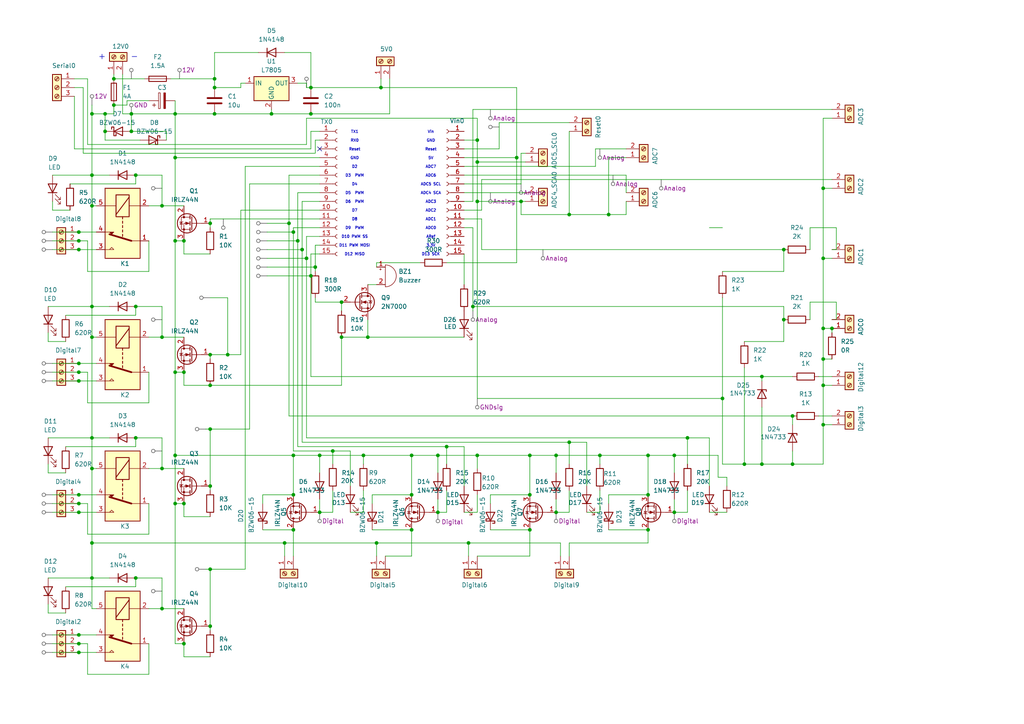
<source format=kicad_sch>
(kicad_sch
	(version 20250114)
	(generator "eeschema")
	(generator_version "9.0")
	(uuid "e0b4e026-eb74-44e8-8bd2-773b4ff73778")
	(paper "A4")
	(lib_symbols
		(symbol "Connector:Conn_01x15_Socket"
			(pin_names
				(offset 1.016)
				(hide yes)
			)
			(exclude_from_sim no)
			(in_bom yes)
			(on_board yes)
			(property "Reference" "J"
				(at 0 20.32 0)
				(effects
					(font
						(size 1.27 1.27)
					)
				)
			)
			(property "Value" "Conn_01x15_Socket"
				(at 0 -20.32 0)
				(effects
					(font
						(size 1.27 1.27)
					)
				)
			)
			(property "Footprint" ""
				(at 0 0 0)
				(effects
					(font
						(size 1.27 1.27)
					)
					(hide yes)
				)
			)
			(property "Datasheet" "~"
				(at 0 0 0)
				(effects
					(font
						(size 1.27 1.27)
					)
					(hide yes)
				)
			)
			(property "Description" "Generic connector, single row, 01x15, script generated"
				(at 0 0 0)
				(effects
					(font
						(size 1.27 1.27)
					)
					(hide yes)
				)
			)
			(property "ki_locked" ""
				(at 0 0 0)
				(effects
					(font
						(size 1.27 1.27)
					)
				)
			)
			(property "ki_keywords" "connector"
				(at 0 0 0)
				(effects
					(font
						(size 1.27 1.27)
					)
					(hide yes)
				)
			)
			(property "ki_fp_filters" "Connector*:*_1x??_*"
				(at 0 0 0)
				(effects
					(font
						(size 1.27 1.27)
					)
					(hide yes)
				)
			)
			(symbol "Conn_01x15_Socket_1_1"
				(polyline
					(pts
						(xy -1.27 17.78) (xy -0.508 17.78)
					)
					(stroke
						(width 0.1524)
						(type default)
					)
					(fill
						(type none)
					)
				)
				(polyline
					(pts
						(xy -1.27 15.24) (xy -0.508 15.24)
					)
					(stroke
						(width 0.1524)
						(type default)
					)
					(fill
						(type none)
					)
				)
				(polyline
					(pts
						(xy -1.27 12.7) (xy -0.508 12.7)
					)
					(stroke
						(width 0.1524)
						(type default)
					)
					(fill
						(type none)
					)
				)
				(polyline
					(pts
						(xy -1.27 10.16) (xy -0.508 10.16)
					)
					(stroke
						(width 0.1524)
						(type default)
					)
					(fill
						(type none)
					)
				)
				(polyline
					(pts
						(xy -1.27 7.62) (xy -0.508 7.62)
					)
					(stroke
						(width 0.1524)
						(type default)
					)
					(fill
						(type none)
					)
				)
				(polyline
					(pts
						(xy -1.27 5.08) (xy -0.508 5.08)
					)
					(stroke
						(width 0.1524)
						(type default)
					)
					(fill
						(type none)
					)
				)
				(polyline
					(pts
						(xy -1.27 2.54) (xy -0.508 2.54)
					)
					(stroke
						(width 0.1524)
						(type default)
					)
					(fill
						(type none)
					)
				)
				(polyline
					(pts
						(xy -1.27 0) (xy -0.508 0)
					)
					(stroke
						(width 0.1524)
						(type default)
					)
					(fill
						(type none)
					)
				)
				(polyline
					(pts
						(xy -1.27 -2.54) (xy -0.508 -2.54)
					)
					(stroke
						(width 0.1524)
						(type default)
					)
					(fill
						(type none)
					)
				)
				(polyline
					(pts
						(xy -1.27 -5.08) (xy -0.508 -5.08)
					)
					(stroke
						(width 0.1524)
						(type default)
					)
					(fill
						(type none)
					)
				)
				(polyline
					(pts
						(xy -1.27 -7.62) (xy -0.508 -7.62)
					)
					(stroke
						(width 0.1524)
						(type default)
					)
					(fill
						(type none)
					)
				)
				(polyline
					(pts
						(xy -1.27 -10.16) (xy -0.508 -10.16)
					)
					(stroke
						(width 0.1524)
						(type default)
					)
					(fill
						(type none)
					)
				)
				(polyline
					(pts
						(xy -1.27 -12.7) (xy -0.508 -12.7)
					)
					(stroke
						(width 0.1524)
						(type default)
					)
					(fill
						(type none)
					)
				)
				(polyline
					(pts
						(xy -1.27 -15.24) (xy -0.508 -15.24)
					)
					(stroke
						(width 0.1524)
						(type default)
					)
					(fill
						(type none)
					)
				)
				(polyline
					(pts
						(xy -1.27 -17.78) (xy -0.508 -17.78)
					)
					(stroke
						(width 0.1524)
						(type default)
					)
					(fill
						(type none)
					)
				)
				(arc
					(start 0 17.272)
					(mid -0.5058 17.78)
					(end 0 18.288)
					(stroke
						(width 0.1524)
						(type default)
					)
					(fill
						(type none)
					)
				)
				(arc
					(start 0 14.732)
					(mid -0.5058 15.24)
					(end 0 15.748)
					(stroke
						(width 0.1524)
						(type default)
					)
					(fill
						(type none)
					)
				)
				(arc
					(start 0 12.192)
					(mid -0.5058 12.7)
					(end 0 13.208)
					(stroke
						(width 0.1524)
						(type default)
					)
					(fill
						(type none)
					)
				)
				(arc
					(start 0 9.652)
					(mid -0.5058 10.16)
					(end 0 10.668)
					(stroke
						(width 0.1524)
						(type default)
					)
					(fill
						(type none)
					)
				)
				(arc
					(start 0 7.112)
					(mid -0.5058 7.62)
					(end 0 8.128)
					(stroke
						(width 0.1524)
						(type default)
					)
					(fill
						(type none)
					)
				)
				(arc
					(start 0 4.572)
					(mid -0.5058 5.08)
					(end 0 5.588)
					(stroke
						(width 0.1524)
						(type default)
					)
					(fill
						(type none)
					)
				)
				(arc
					(start 0 2.032)
					(mid -0.5058 2.54)
					(end 0 3.048)
					(stroke
						(width 0.1524)
						(type default)
					)
					(fill
						(type none)
					)
				)
				(arc
					(start 0 -0.508)
					(mid -0.5058 0)
					(end 0 0.508)
					(stroke
						(width 0.1524)
						(type default)
					)
					(fill
						(type none)
					)
				)
				(arc
					(start 0 -3.048)
					(mid -0.5058 -2.54)
					(end 0 -2.032)
					(stroke
						(width 0.1524)
						(type default)
					)
					(fill
						(type none)
					)
				)
				(arc
					(start 0 -5.588)
					(mid -0.5058 -5.08)
					(end 0 -4.572)
					(stroke
						(width 0.1524)
						(type default)
					)
					(fill
						(type none)
					)
				)
				(arc
					(start 0 -8.128)
					(mid -0.5058 -7.62)
					(end 0 -7.112)
					(stroke
						(width 0.1524)
						(type default)
					)
					(fill
						(type none)
					)
				)
				(arc
					(start 0 -10.668)
					(mid -0.5058 -10.16)
					(end 0 -9.652)
					(stroke
						(width 0.1524)
						(type default)
					)
					(fill
						(type none)
					)
				)
				(arc
					(start 0 -13.208)
					(mid -0.5058 -12.7)
					(end 0 -12.192)
					(stroke
						(width 0.1524)
						(type default)
					)
					(fill
						(type none)
					)
				)
				(arc
					(start 0 -15.748)
					(mid -0.5058 -15.24)
					(end 0 -14.732)
					(stroke
						(width 0.1524)
						(type default)
					)
					(fill
						(type none)
					)
				)
				(arc
					(start 0 -18.288)
					(mid -0.5058 -17.78)
					(end 0 -17.272)
					(stroke
						(width 0.1524)
						(type default)
					)
					(fill
						(type none)
					)
				)
				(pin passive line
					(at -5.08 17.78 0)
					(length 3.81)
					(name "Pin_1"
						(effects
							(font
								(size 1.27 1.27)
							)
						)
					)
					(number "1"
						(effects
							(font
								(size 1.27 1.27)
							)
						)
					)
				)
				(pin passive line
					(at -5.08 15.24 0)
					(length 3.81)
					(name "Pin_2"
						(effects
							(font
								(size 1.27 1.27)
							)
						)
					)
					(number "2"
						(effects
							(font
								(size 1.27 1.27)
							)
						)
					)
				)
				(pin passive line
					(at -5.08 12.7 0)
					(length 3.81)
					(name "Pin_3"
						(effects
							(font
								(size 1.27 1.27)
							)
						)
					)
					(number "3"
						(effects
							(font
								(size 1.27 1.27)
							)
						)
					)
				)
				(pin passive line
					(at -5.08 10.16 0)
					(length 3.81)
					(name "Pin_4"
						(effects
							(font
								(size 1.27 1.27)
							)
						)
					)
					(number "4"
						(effects
							(font
								(size 1.27 1.27)
							)
						)
					)
				)
				(pin passive line
					(at -5.08 7.62 0)
					(length 3.81)
					(name "Pin_5"
						(effects
							(font
								(size 1.27 1.27)
							)
						)
					)
					(number "5"
						(effects
							(font
								(size 1.27 1.27)
							)
						)
					)
				)
				(pin passive line
					(at -5.08 5.08 0)
					(length 3.81)
					(name "Pin_6"
						(effects
							(font
								(size 1.27 1.27)
							)
						)
					)
					(number "6"
						(effects
							(font
								(size 1.27 1.27)
							)
						)
					)
				)
				(pin passive line
					(at -5.08 2.54 0)
					(length 3.81)
					(name "Pin_7"
						(effects
							(font
								(size 1.27 1.27)
							)
						)
					)
					(number "7"
						(effects
							(font
								(size 1.27 1.27)
							)
						)
					)
				)
				(pin passive line
					(at -5.08 0 0)
					(length 3.81)
					(name "Pin_8"
						(effects
							(font
								(size 1.27 1.27)
							)
						)
					)
					(number "8"
						(effects
							(font
								(size 1.27 1.27)
							)
						)
					)
				)
				(pin passive line
					(at -5.08 -2.54 0)
					(length 3.81)
					(name "Pin_9"
						(effects
							(font
								(size 1.27 1.27)
							)
						)
					)
					(number "9"
						(effects
							(font
								(size 1.27 1.27)
							)
						)
					)
				)
				(pin passive line
					(at -5.08 -5.08 0)
					(length 3.81)
					(name "Pin_10"
						(effects
							(font
								(size 1.27 1.27)
							)
						)
					)
					(number "10"
						(effects
							(font
								(size 1.27 1.27)
							)
						)
					)
				)
				(pin passive line
					(at -5.08 -7.62 0)
					(length 3.81)
					(name "Pin_11"
						(effects
							(font
								(size 1.27 1.27)
							)
						)
					)
					(number "11"
						(effects
							(font
								(size 1.27 1.27)
							)
						)
					)
				)
				(pin passive line
					(at -5.08 -10.16 0)
					(length 3.81)
					(name "Pin_12"
						(effects
							(font
								(size 1.27 1.27)
							)
						)
					)
					(number "12"
						(effects
							(font
								(size 1.27 1.27)
							)
						)
					)
				)
				(pin passive line
					(at -5.08 -12.7 0)
					(length 3.81)
					(name "Pin_13"
						(effects
							(font
								(size 1.27 1.27)
							)
						)
					)
					(number "13"
						(effects
							(font
								(size 1.27 1.27)
							)
						)
					)
				)
				(pin passive line
					(at -5.08 -15.24 0)
					(length 3.81)
					(name "Pin_14"
						(effects
							(font
								(size 1.27 1.27)
							)
						)
					)
					(number "14"
						(effects
							(font
								(size 1.27 1.27)
							)
						)
					)
				)
				(pin passive line
					(at -5.08 -17.78 0)
					(length 3.81)
					(name "Pin_15"
						(effects
							(font
								(size 1.27 1.27)
							)
						)
					)
					(number "15"
						(effects
							(font
								(size 1.27 1.27)
							)
						)
					)
				)
			)
			(embedded_fonts no)
		)
		(symbol "Connector:Screw_Terminal_01x02"
			(pin_names
				(offset 1.016)
				(hide yes)
			)
			(exclude_from_sim no)
			(in_bom yes)
			(on_board yes)
			(property "Reference" "J"
				(at 0 2.54 0)
				(effects
					(font
						(size 1.27 1.27)
					)
				)
			)
			(property "Value" "Screw_Terminal_01x02"
				(at 0 -5.08 0)
				(effects
					(font
						(size 1.27 1.27)
					)
				)
			)
			(property "Footprint" ""
				(at 0 0 0)
				(effects
					(font
						(size 1.27 1.27)
					)
					(hide yes)
				)
			)
			(property "Datasheet" "~"
				(at 0 0 0)
				(effects
					(font
						(size 1.27 1.27)
					)
					(hide yes)
				)
			)
			(property "Description" "Generic screw terminal, single row, 01x02, script generated (kicad-library-utils/schlib/autogen/connector/)"
				(at 0 0 0)
				(effects
					(font
						(size 1.27 1.27)
					)
					(hide yes)
				)
			)
			(property "ki_keywords" "screw terminal"
				(at 0 0 0)
				(effects
					(font
						(size 1.27 1.27)
					)
					(hide yes)
				)
			)
			(property "ki_fp_filters" "TerminalBlock*:*"
				(at 0 0 0)
				(effects
					(font
						(size 1.27 1.27)
					)
					(hide yes)
				)
			)
			(symbol "Screw_Terminal_01x02_1_1"
				(rectangle
					(start -1.27 1.27)
					(end 1.27 -3.81)
					(stroke
						(width 0.254)
						(type default)
					)
					(fill
						(type background)
					)
				)
				(polyline
					(pts
						(xy -0.5334 0.3302) (xy 0.3302 -0.508)
					)
					(stroke
						(width 0.1524)
						(type default)
					)
					(fill
						(type none)
					)
				)
				(polyline
					(pts
						(xy -0.5334 -2.2098) (xy 0.3302 -3.048)
					)
					(stroke
						(width 0.1524)
						(type default)
					)
					(fill
						(type none)
					)
				)
				(polyline
					(pts
						(xy -0.3556 0.508) (xy 0.508 -0.3302)
					)
					(stroke
						(width 0.1524)
						(type default)
					)
					(fill
						(type none)
					)
				)
				(polyline
					(pts
						(xy -0.3556 -2.032) (xy 0.508 -2.8702)
					)
					(stroke
						(width 0.1524)
						(type default)
					)
					(fill
						(type none)
					)
				)
				(circle
					(center 0 0)
					(radius 0.635)
					(stroke
						(width 0.1524)
						(type default)
					)
					(fill
						(type none)
					)
				)
				(circle
					(center 0 -2.54)
					(radius 0.635)
					(stroke
						(width 0.1524)
						(type default)
					)
					(fill
						(type none)
					)
				)
				(pin passive line
					(at -5.08 0 0)
					(length 3.81)
					(name "Pin_1"
						(effects
							(font
								(size 1.27 1.27)
							)
						)
					)
					(number "1"
						(effects
							(font
								(size 1.27 1.27)
							)
						)
					)
				)
				(pin passive line
					(at -5.08 -2.54 0)
					(length 3.81)
					(name "Pin_2"
						(effects
							(font
								(size 1.27 1.27)
							)
						)
					)
					(number "2"
						(effects
							(font
								(size 1.27 1.27)
							)
						)
					)
				)
			)
			(embedded_fonts no)
		)
		(symbol "Connector:Screw_Terminal_01x03"
			(pin_names
				(offset 1.016)
				(hide yes)
			)
			(exclude_from_sim no)
			(in_bom yes)
			(on_board yes)
			(property "Reference" "J"
				(at 0 5.08 0)
				(effects
					(font
						(size 1.27 1.27)
					)
				)
			)
			(property "Value" "Screw_Terminal_01x03"
				(at 0 -5.08 0)
				(effects
					(font
						(size 1.27 1.27)
					)
				)
			)
			(property "Footprint" ""
				(at 0 0 0)
				(effects
					(font
						(size 1.27 1.27)
					)
					(hide yes)
				)
			)
			(property "Datasheet" "~"
				(at 0 0 0)
				(effects
					(font
						(size 1.27 1.27)
					)
					(hide yes)
				)
			)
			(property "Description" "Generic screw terminal, single row, 01x03, script generated (kicad-library-utils/schlib/autogen/connector/)"
				(at 0 0 0)
				(effects
					(font
						(size 1.27 1.27)
					)
					(hide yes)
				)
			)
			(property "ki_keywords" "screw terminal"
				(at 0 0 0)
				(effects
					(font
						(size 1.27 1.27)
					)
					(hide yes)
				)
			)
			(property "ki_fp_filters" "TerminalBlock*:*"
				(at 0 0 0)
				(effects
					(font
						(size 1.27 1.27)
					)
					(hide yes)
				)
			)
			(symbol "Screw_Terminal_01x03_1_1"
				(rectangle
					(start -1.27 3.81)
					(end 1.27 -3.81)
					(stroke
						(width 0.254)
						(type default)
					)
					(fill
						(type background)
					)
				)
				(polyline
					(pts
						(xy -0.5334 2.8702) (xy 0.3302 2.032)
					)
					(stroke
						(width 0.1524)
						(type default)
					)
					(fill
						(type none)
					)
				)
				(polyline
					(pts
						(xy -0.5334 0.3302) (xy 0.3302 -0.508)
					)
					(stroke
						(width 0.1524)
						(type default)
					)
					(fill
						(type none)
					)
				)
				(polyline
					(pts
						(xy -0.5334 -2.2098) (xy 0.3302 -3.048)
					)
					(stroke
						(width 0.1524)
						(type default)
					)
					(fill
						(type none)
					)
				)
				(polyline
					(pts
						(xy -0.3556 3.048) (xy 0.508 2.2098)
					)
					(stroke
						(width 0.1524)
						(type default)
					)
					(fill
						(type none)
					)
				)
				(polyline
					(pts
						(xy -0.3556 0.508) (xy 0.508 -0.3302)
					)
					(stroke
						(width 0.1524)
						(type default)
					)
					(fill
						(type none)
					)
				)
				(polyline
					(pts
						(xy -0.3556 -2.032) (xy 0.508 -2.8702)
					)
					(stroke
						(width 0.1524)
						(type default)
					)
					(fill
						(type none)
					)
				)
				(circle
					(center 0 2.54)
					(radius 0.635)
					(stroke
						(width 0.1524)
						(type default)
					)
					(fill
						(type none)
					)
				)
				(circle
					(center 0 0)
					(radius 0.635)
					(stroke
						(width 0.1524)
						(type default)
					)
					(fill
						(type none)
					)
				)
				(circle
					(center 0 -2.54)
					(radius 0.635)
					(stroke
						(width 0.1524)
						(type default)
					)
					(fill
						(type none)
					)
				)
				(pin passive line
					(at -5.08 2.54 0)
					(length 3.81)
					(name "Pin_1"
						(effects
							(font
								(size 1.27 1.27)
							)
						)
					)
					(number "1"
						(effects
							(font
								(size 1.27 1.27)
							)
						)
					)
				)
				(pin passive line
					(at -5.08 0 0)
					(length 3.81)
					(name "Pin_2"
						(effects
							(font
								(size 1.27 1.27)
							)
						)
					)
					(number "2"
						(effects
							(font
								(size 1.27 1.27)
							)
						)
					)
				)
				(pin passive line
					(at -5.08 -2.54 0)
					(length 3.81)
					(name "Pin_3"
						(effects
							(font
								(size 1.27 1.27)
							)
						)
					)
					(number "3"
						(effects
							(font
								(size 1.27 1.27)
							)
						)
					)
				)
			)
			(embedded_fonts no)
		)
		(symbol "Device:Buzzer"
			(pin_names
				(offset 0.0254)
				(hide yes)
			)
			(exclude_from_sim no)
			(in_bom yes)
			(on_board yes)
			(property "Reference" "BZ"
				(at 3.81 1.27 0)
				(effects
					(font
						(size 1.27 1.27)
					)
					(justify left)
				)
			)
			(property "Value" "Buzzer"
				(at 3.81 -1.27 0)
				(effects
					(font
						(size 1.27 1.27)
					)
					(justify left)
				)
			)
			(property "Footprint" ""
				(at -0.635 2.54 90)
				(effects
					(font
						(size 1.27 1.27)
					)
					(hide yes)
				)
			)
			(property "Datasheet" "~"
				(at -0.635 2.54 90)
				(effects
					(font
						(size 1.27 1.27)
					)
					(hide yes)
				)
			)
			(property "Description" "Buzzer, polarized"
				(at 0 0 0)
				(effects
					(font
						(size 1.27 1.27)
					)
					(hide yes)
				)
			)
			(property "ki_keywords" "quartz resonator ceramic"
				(at 0 0 0)
				(effects
					(font
						(size 1.27 1.27)
					)
					(hide yes)
				)
			)
			(property "ki_fp_filters" "*Buzzer*"
				(at 0 0 0)
				(effects
					(font
						(size 1.27 1.27)
					)
					(hide yes)
				)
			)
			(symbol "Buzzer_0_1"
				(polyline
					(pts
						(xy -1.651 1.905) (xy -1.143 1.905)
					)
					(stroke
						(width 0)
						(type default)
					)
					(fill
						(type none)
					)
				)
				(polyline
					(pts
						(xy -1.397 2.159) (xy -1.397 1.651)
					)
					(stroke
						(width 0)
						(type default)
					)
					(fill
						(type none)
					)
				)
				(arc
					(start 0 3.175)
					(mid 3.1612 0)
					(end 0 -3.175)
					(stroke
						(width 0)
						(type default)
					)
					(fill
						(type none)
					)
				)
				(polyline
					(pts
						(xy 0 3.175) (xy 0 -3.175)
					)
					(stroke
						(width 0)
						(type default)
					)
					(fill
						(type none)
					)
				)
			)
			(symbol "Buzzer_1_1"
				(pin passive line
					(at -2.54 2.54 0)
					(length 2.54)
					(name "+"
						(effects
							(font
								(size 1.27 1.27)
							)
						)
					)
					(number "1"
						(effects
							(font
								(size 1.27 1.27)
							)
						)
					)
				)
				(pin passive line
					(at -2.54 -2.54 0)
					(length 2.54)
					(name "-"
						(effects
							(font
								(size 1.27 1.27)
							)
						)
					)
					(number "2"
						(effects
							(font
								(size 1.27 1.27)
							)
						)
					)
				)
			)
			(embedded_fonts no)
		)
		(symbol "Device:C"
			(pin_numbers
				(hide yes)
			)
			(pin_names
				(offset 0.254)
			)
			(exclude_from_sim no)
			(in_bom yes)
			(on_board yes)
			(property "Reference" "C"
				(at 0.635 2.54 0)
				(effects
					(font
						(size 1.27 1.27)
					)
					(justify left)
				)
			)
			(property "Value" "C"
				(at 0.635 -2.54 0)
				(effects
					(font
						(size 1.27 1.27)
					)
					(justify left)
				)
			)
			(property "Footprint" ""
				(at 0.9652 -3.81 0)
				(effects
					(font
						(size 1.27 1.27)
					)
					(hide yes)
				)
			)
			(property "Datasheet" "~"
				(at 0 0 0)
				(effects
					(font
						(size 1.27 1.27)
					)
					(hide yes)
				)
			)
			(property "Description" "Unpolarized capacitor"
				(at 0 0 0)
				(effects
					(font
						(size 1.27 1.27)
					)
					(hide yes)
				)
			)
			(property "ki_keywords" "cap capacitor"
				(at 0 0 0)
				(effects
					(font
						(size 1.27 1.27)
					)
					(hide yes)
				)
			)
			(property "ki_fp_filters" "C_*"
				(at 0 0 0)
				(effects
					(font
						(size 1.27 1.27)
					)
					(hide yes)
				)
			)
			(symbol "C_0_1"
				(polyline
					(pts
						(xy -2.032 0.762) (xy 2.032 0.762)
					)
					(stroke
						(width 0.508)
						(type default)
					)
					(fill
						(type none)
					)
				)
				(polyline
					(pts
						(xy -2.032 -0.762) (xy 2.032 -0.762)
					)
					(stroke
						(width 0.508)
						(type default)
					)
					(fill
						(type none)
					)
				)
			)
			(symbol "C_1_1"
				(pin passive line
					(at 0 3.81 270)
					(length 2.794)
					(name "~"
						(effects
							(font
								(size 1.27 1.27)
							)
						)
					)
					(number "1"
						(effects
							(font
								(size 1.27 1.27)
							)
						)
					)
				)
				(pin passive line
					(at 0 -3.81 90)
					(length 2.794)
					(name "~"
						(effects
							(font
								(size 1.27 1.27)
							)
						)
					)
					(number "2"
						(effects
							(font
								(size 1.27 1.27)
							)
						)
					)
				)
			)
			(embedded_fonts no)
		)
		(symbol "Device:C_Polarized"
			(pin_numbers
				(hide yes)
			)
			(pin_names
				(offset 0.254)
			)
			(exclude_from_sim no)
			(in_bom yes)
			(on_board yes)
			(property "Reference" "C"
				(at 0.635 2.54 0)
				(effects
					(font
						(size 1.27 1.27)
					)
					(justify left)
				)
			)
			(property "Value" "C_Polarized"
				(at 0.635 -2.54 0)
				(effects
					(font
						(size 1.27 1.27)
					)
					(justify left)
				)
			)
			(property "Footprint" ""
				(at 0.9652 -3.81 0)
				(effects
					(font
						(size 1.27 1.27)
					)
					(hide yes)
				)
			)
			(property "Datasheet" "~"
				(at 0 0 0)
				(effects
					(font
						(size 1.27 1.27)
					)
					(hide yes)
				)
			)
			(property "Description" "Polarized capacitor"
				(at 0 0 0)
				(effects
					(font
						(size 1.27 1.27)
					)
					(hide yes)
				)
			)
			(property "ki_keywords" "cap capacitor"
				(at 0 0 0)
				(effects
					(font
						(size 1.27 1.27)
					)
					(hide yes)
				)
			)
			(property "ki_fp_filters" "CP_*"
				(at 0 0 0)
				(effects
					(font
						(size 1.27 1.27)
					)
					(hide yes)
				)
			)
			(symbol "C_Polarized_0_1"
				(rectangle
					(start -2.286 0.508)
					(end 2.286 1.016)
					(stroke
						(width 0)
						(type default)
					)
					(fill
						(type none)
					)
				)
				(polyline
					(pts
						(xy -1.778 2.286) (xy -0.762 2.286)
					)
					(stroke
						(width 0)
						(type default)
					)
					(fill
						(type none)
					)
				)
				(polyline
					(pts
						(xy -1.27 2.794) (xy -1.27 1.778)
					)
					(stroke
						(width 0)
						(type default)
					)
					(fill
						(type none)
					)
				)
				(rectangle
					(start 2.286 -0.508)
					(end -2.286 -1.016)
					(stroke
						(width 0)
						(type default)
					)
					(fill
						(type outline)
					)
				)
			)
			(symbol "C_Polarized_1_1"
				(pin passive line
					(at 0 3.81 270)
					(length 2.794)
					(name "~"
						(effects
							(font
								(size 1.27 1.27)
							)
						)
					)
					(number "1"
						(effects
							(font
								(size 1.27 1.27)
							)
						)
					)
				)
				(pin passive line
					(at 0 -3.81 90)
					(length 2.794)
					(name "~"
						(effects
							(font
								(size 1.27 1.27)
							)
						)
					)
					(number "2"
						(effects
							(font
								(size 1.27 1.27)
							)
						)
					)
				)
			)
			(embedded_fonts no)
		)
		(symbol "Device:D_Schottky"
			(pin_numbers
				(hide yes)
			)
			(pin_names
				(offset 1.016)
				(hide yes)
			)
			(exclude_from_sim no)
			(in_bom yes)
			(on_board yes)
			(property "Reference" "D"
				(at 0 2.54 0)
				(effects
					(font
						(size 1.27 1.27)
					)
				)
			)
			(property "Value" "D_Schottky"
				(at 0 -2.54 0)
				(effects
					(font
						(size 1.27 1.27)
					)
				)
			)
			(property "Footprint" ""
				(at 0 0 0)
				(effects
					(font
						(size 1.27 1.27)
					)
					(hide yes)
				)
			)
			(property "Datasheet" "~"
				(at 0 0 0)
				(effects
					(font
						(size 1.27 1.27)
					)
					(hide yes)
				)
			)
			(property "Description" "Schottky diode"
				(at 0 0 0)
				(effects
					(font
						(size 1.27 1.27)
					)
					(hide yes)
				)
			)
			(property "ki_keywords" "diode Schottky"
				(at 0 0 0)
				(effects
					(font
						(size 1.27 1.27)
					)
					(hide yes)
				)
			)
			(property "ki_fp_filters" "TO-???* *_Diode_* *SingleDiode* D_*"
				(at 0 0 0)
				(effects
					(font
						(size 1.27 1.27)
					)
					(hide yes)
				)
			)
			(symbol "D_Schottky_0_1"
				(polyline
					(pts
						(xy -1.905 0.635) (xy -1.905 1.27) (xy -1.27 1.27) (xy -1.27 -1.27) (xy -0.635 -1.27) (xy -0.635 -0.635)
					)
					(stroke
						(width 0.254)
						(type default)
					)
					(fill
						(type none)
					)
				)
				(polyline
					(pts
						(xy 1.27 1.27) (xy 1.27 -1.27) (xy -1.27 0) (xy 1.27 1.27)
					)
					(stroke
						(width 0.254)
						(type default)
					)
					(fill
						(type none)
					)
				)
				(polyline
					(pts
						(xy 1.27 0) (xy -1.27 0)
					)
					(stroke
						(width 0)
						(type default)
					)
					(fill
						(type none)
					)
				)
			)
			(symbol "D_Schottky_1_1"
				(pin passive line
					(at -3.81 0 0)
					(length 2.54)
					(name "K"
						(effects
							(font
								(size 1.27 1.27)
							)
						)
					)
					(number "1"
						(effects
							(font
								(size 1.27 1.27)
							)
						)
					)
				)
				(pin passive line
					(at 3.81 0 180)
					(length 2.54)
					(name "A"
						(effects
							(font
								(size 1.27 1.27)
							)
						)
					)
					(number "2"
						(effects
							(font
								(size 1.27 1.27)
							)
						)
					)
				)
			)
			(embedded_fonts no)
		)
		(symbol "Device:D_Zener"
			(pin_numbers
				(hide yes)
			)
			(pin_names
				(offset 1.016)
				(hide yes)
			)
			(exclude_from_sim no)
			(in_bom yes)
			(on_board yes)
			(property "Reference" "D"
				(at 0 2.54 0)
				(effects
					(font
						(size 1.27 1.27)
					)
				)
			)
			(property "Value" "D_Zener"
				(at 0 -2.54 0)
				(effects
					(font
						(size 1.27 1.27)
					)
				)
			)
			(property "Footprint" ""
				(at 0 0 0)
				(effects
					(font
						(size 1.27 1.27)
					)
					(hide yes)
				)
			)
			(property "Datasheet" "~"
				(at 0 0 0)
				(effects
					(font
						(size 1.27 1.27)
					)
					(hide yes)
				)
			)
			(property "Description" "Zener diode"
				(at 0 0 0)
				(effects
					(font
						(size 1.27 1.27)
					)
					(hide yes)
				)
			)
			(property "ki_keywords" "diode"
				(at 0 0 0)
				(effects
					(font
						(size 1.27 1.27)
					)
					(hide yes)
				)
			)
			(property "ki_fp_filters" "TO-???* *_Diode_* *SingleDiode* D_*"
				(at 0 0 0)
				(effects
					(font
						(size 1.27 1.27)
					)
					(hide yes)
				)
			)
			(symbol "D_Zener_0_1"
				(polyline
					(pts
						(xy -1.27 -1.27) (xy -1.27 1.27) (xy -0.762 1.27)
					)
					(stroke
						(width 0.254)
						(type default)
					)
					(fill
						(type none)
					)
				)
				(polyline
					(pts
						(xy 1.27 0) (xy -1.27 0)
					)
					(stroke
						(width 0)
						(type default)
					)
					(fill
						(type none)
					)
				)
				(polyline
					(pts
						(xy 1.27 -1.27) (xy 1.27 1.27) (xy -1.27 0) (xy 1.27 -1.27)
					)
					(stroke
						(width 0.254)
						(type default)
					)
					(fill
						(type none)
					)
				)
			)
			(symbol "D_Zener_1_1"
				(pin passive line
					(at -3.81 0 0)
					(length 2.54)
					(name "K"
						(effects
							(font
								(size 1.27 1.27)
							)
						)
					)
					(number "1"
						(effects
							(font
								(size 1.27 1.27)
							)
						)
					)
				)
				(pin passive line
					(at 3.81 0 180)
					(length 2.54)
					(name "A"
						(effects
							(font
								(size 1.27 1.27)
							)
						)
					)
					(number "2"
						(effects
							(font
								(size 1.27 1.27)
							)
						)
					)
				)
			)
			(embedded_fonts no)
		)
		(symbol "Device:Fuse"
			(pin_numbers
				(hide yes)
			)
			(pin_names
				(offset 0)
			)
			(exclude_from_sim no)
			(in_bom yes)
			(on_board yes)
			(property "Reference" "F"
				(at 2.032 0 90)
				(effects
					(font
						(size 1.27 1.27)
					)
				)
			)
			(property "Value" "Fuse"
				(at -1.905 0 90)
				(effects
					(font
						(size 1.27 1.27)
					)
				)
			)
			(property "Footprint" ""
				(at -1.778 0 90)
				(effects
					(font
						(size 1.27 1.27)
					)
					(hide yes)
				)
			)
			(property "Datasheet" "~"
				(at 0 0 0)
				(effects
					(font
						(size 1.27 1.27)
					)
					(hide yes)
				)
			)
			(property "Description" "Fuse"
				(at 0 0 0)
				(effects
					(font
						(size 1.27 1.27)
					)
					(hide yes)
				)
			)
			(property "ki_keywords" "fuse"
				(at 0 0 0)
				(effects
					(font
						(size 1.27 1.27)
					)
					(hide yes)
				)
			)
			(property "ki_fp_filters" "*Fuse*"
				(at 0 0 0)
				(effects
					(font
						(size 1.27 1.27)
					)
					(hide yes)
				)
			)
			(symbol "Fuse_0_1"
				(rectangle
					(start -0.762 -2.54)
					(end 0.762 2.54)
					(stroke
						(width 0.254)
						(type default)
					)
					(fill
						(type none)
					)
				)
				(polyline
					(pts
						(xy 0 2.54) (xy 0 -2.54)
					)
					(stroke
						(width 0)
						(type default)
					)
					(fill
						(type none)
					)
				)
			)
			(symbol "Fuse_1_1"
				(pin passive line
					(at 0 3.81 270)
					(length 1.27)
					(name "~"
						(effects
							(font
								(size 1.27 1.27)
							)
						)
					)
					(number "1"
						(effects
							(font
								(size 1.27 1.27)
							)
						)
					)
				)
				(pin passive line
					(at 0 -3.81 90)
					(length 1.27)
					(name "~"
						(effects
							(font
								(size 1.27 1.27)
							)
						)
					)
					(number "2"
						(effects
							(font
								(size 1.27 1.27)
							)
						)
					)
				)
			)
			(embedded_fonts no)
		)
		(symbol "Device:LED"
			(pin_numbers
				(hide yes)
			)
			(pin_names
				(offset 1.016)
				(hide yes)
			)
			(exclude_from_sim no)
			(in_bom yes)
			(on_board yes)
			(property "Reference" "D"
				(at 0 2.54 0)
				(effects
					(font
						(size 1.27 1.27)
					)
				)
			)
			(property "Value" "LED"
				(at 0 -2.54 0)
				(effects
					(font
						(size 1.27 1.27)
					)
				)
			)
			(property "Footprint" ""
				(at 0 0 0)
				(effects
					(font
						(size 1.27 1.27)
					)
					(hide yes)
				)
			)
			(property "Datasheet" "~"
				(at 0 0 0)
				(effects
					(font
						(size 1.27 1.27)
					)
					(hide yes)
				)
			)
			(property "Description" "Light emitting diode"
				(at 0 0 0)
				(effects
					(font
						(size 1.27 1.27)
					)
					(hide yes)
				)
			)
			(property "Sim.Pins" "1=K 2=A"
				(at 0 0 0)
				(effects
					(font
						(size 1.27 1.27)
					)
					(hide yes)
				)
			)
			(property "ki_keywords" "LED diode"
				(at 0 0 0)
				(effects
					(font
						(size 1.27 1.27)
					)
					(hide yes)
				)
			)
			(property "ki_fp_filters" "LED* LED_SMD:* LED_THT:*"
				(at 0 0 0)
				(effects
					(font
						(size 1.27 1.27)
					)
					(hide yes)
				)
			)
			(symbol "LED_0_1"
				(polyline
					(pts
						(xy -3.048 -0.762) (xy -4.572 -2.286) (xy -3.81 -2.286) (xy -4.572 -2.286) (xy -4.572 -1.524)
					)
					(stroke
						(width 0)
						(type default)
					)
					(fill
						(type none)
					)
				)
				(polyline
					(pts
						(xy -1.778 -0.762) (xy -3.302 -2.286) (xy -2.54 -2.286) (xy -3.302 -2.286) (xy -3.302 -1.524)
					)
					(stroke
						(width 0)
						(type default)
					)
					(fill
						(type none)
					)
				)
				(polyline
					(pts
						(xy -1.27 0) (xy 1.27 0)
					)
					(stroke
						(width 0)
						(type default)
					)
					(fill
						(type none)
					)
				)
				(polyline
					(pts
						(xy -1.27 -1.27) (xy -1.27 1.27)
					)
					(stroke
						(width 0.254)
						(type default)
					)
					(fill
						(type none)
					)
				)
				(polyline
					(pts
						(xy 1.27 -1.27) (xy 1.27 1.27) (xy -1.27 0) (xy 1.27 -1.27)
					)
					(stroke
						(width 0.254)
						(type default)
					)
					(fill
						(type none)
					)
				)
			)
			(symbol "LED_1_1"
				(pin passive line
					(at -3.81 0 0)
					(length 2.54)
					(name "K"
						(effects
							(font
								(size 1.27 1.27)
							)
						)
					)
					(number "1"
						(effects
							(font
								(size 1.27 1.27)
							)
						)
					)
				)
				(pin passive line
					(at 3.81 0 180)
					(length 2.54)
					(name "A"
						(effects
							(font
								(size 1.27 1.27)
							)
						)
					)
					(number "2"
						(effects
							(font
								(size 1.27 1.27)
							)
						)
					)
				)
			)
			(embedded_fonts no)
		)
		(symbol "Device:R"
			(pin_numbers
				(hide yes)
			)
			(pin_names
				(offset 0)
			)
			(exclude_from_sim no)
			(in_bom yes)
			(on_board yes)
			(property "Reference" "R"
				(at 2.032 0 90)
				(effects
					(font
						(size 1.27 1.27)
					)
				)
			)
			(property "Value" "R"
				(at 0 0 90)
				(effects
					(font
						(size 1.27 1.27)
					)
				)
			)
			(property "Footprint" ""
				(at -1.778 0 90)
				(effects
					(font
						(size 1.27 1.27)
					)
					(hide yes)
				)
			)
			(property "Datasheet" "~"
				(at 0 0 0)
				(effects
					(font
						(size 1.27 1.27)
					)
					(hide yes)
				)
			)
			(property "Description" "Resistor"
				(at 0 0 0)
				(effects
					(font
						(size 1.27 1.27)
					)
					(hide yes)
				)
			)
			(property "ki_keywords" "R res resistor"
				(at 0 0 0)
				(effects
					(font
						(size 1.27 1.27)
					)
					(hide yes)
				)
			)
			(property "ki_fp_filters" "R_*"
				(at 0 0 0)
				(effects
					(font
						(size 1.27 1.27)
					)
					(hide yes)
				)
			)
			(symbol "R_0_1"
				(rectangle
					(start -1.016 -2.54)
					(end 1.016 2.54)
					(stroke
						(width 0.254)
						(type default)
					)
					(fill
						(type none)
					)
				)
			)
			(symbol "R_1_1"
				(pin passive line
					(at 0 3.81 270)
					(length 1.27)
					(name "~"
						(effects
							(font
								(size 1.27 1.27)
							)
						)
					)
					(number "1"
						(effects
							(font
								(size 1.27 1.27)
							)
						)
					)
				)
				(pin passive line
					(at 0 -3.81 90)
					(length 1.27)
					(name "~"
						(effects
							(font
								(size 1.27 1.27)
							)
						)
					)
					(number "2"
						(effects
							(font
								(size 1.27 1.27)
							)
						)
					)
				)
			)
			(embedded_fonts no)
		)
		(symbol "Diode:1N4148"
			(pin_numbers
				(hide yes)
			)
			(pin_names
				(hide yes)
			)
			(exclude_from_sim no)
			(in_bom yes)
			(on_board yes)
			(property "Reference" "D"
				(at 0 2.54 0)
				(effects
					(font
						(size 1.27 1.27)
					)
				)
			)
			(property "Value" "1N4148"
				(at 0 -2.54 0)
				(effects
					(font
						(size 1.27 1.27)
					)
				)
			)
			(property "Footprint" "Diode_THT:D_DO-35_SOD27_P7.62mm_Horizontal"
				(at 0 0 0)
				(effects
					(font
						(size 1.27 1.27)
					)
					(hide yes)
				)
			)
			(property "Datasheet" "https://assets.nexperia.com/documents/data-sheet/1N4148_1N4448.pdf"
				(at 0 0 0)
				(effects
					(font
						(size 1.27 1.27)
					)
					(hide yes)
				)
			)
			(property "Description" "100V 0.15A standard switching diode, DO-35"
				(at 0 0 0)
				(effects
					(font
						(size 1.27 1.27)
					)
					(hide yes)
				)
			)
			(property "Sim.Device" "D"
				(at 0 0 0)
				(effects
					(font
						(size 1.27 1.27)
					)
					(hide yes)
				)
			)
			(property "Sim.Pins" "1=K 2=A"
				(at 0 0 0)
				(effects
					(font
						(size 1.27 1.27)
					)
					(hide yes)
				)
			)
			(property "ki_keywords" "diode"
				(at 0 0 0)
				(effects
					(font
						(size 1.27 1.27)
					)
					(hide yes)
				)
			)
			(property "ki_fp_filters" "D*DO?35*"
				(at 0 0 0)
				(effects
					(font
						(size 1.27 1.27)
					)
					(hide yes)
				)
			)
			(symbol "1N4148_0_1"
				(polyline
					(pts
						(xy -1.27 1.27) (xy -1.27 -1.27)
					)
					(stroke
						(width 0.254)
						(type default)
					)
					(fill
						(type none)
					)
				)
				(polyline
					(pts
						(xy 1.27 1.27) (xy 1.27 -1.27) (xy -1.27 0) (xy 1.27 1.27)
					)
					(stroke
						(width 0.254)
						(type default)
					)
					(fill
						(type none)
					)
				)
				(polyline
					(pts
						(xy 1.27 0) (xy -1.27 0)
					)
					(stroke
						(width 0)
						(type default)
					)
					(fill
						(type none)
					)
				)
			)
			(symbol "1N4148_1_1"
				(pin passive line
					(at -3.81 0 0)
					(length 2.54)
					(name "K"
						(effects
							(font
								(size 1.27 1.27)
							)
						)
					)
					(number "1"
						(effects
							(font
								(size 1.27 1.27)
							)
						)
					)
				)
				(pin passive line
					(at 3.81 0 180)
					(length 2.54)
					(name "A"
						(effects
							(font
								(size 1.27 1.27)
							)
						)
					)
					(number "2"
						(effects
							(font
								(size 1.27 1.27)
							)
						)
					)
				)
			)
			(embedded_fonts no)
		)
		(symbol "Diode:1N47xxA"
			(pin_numbers
				(hide yes)
			)
			(pin_names
				(hide yes)
			)
			(exclude_from_sim no)
			(in_bom yes)
			(on_board yes)
			(property "Reference" "D"
				(at 0 2.54 0)
				(effects
					(font
						(size 1.27 1.27)
					)
				)
			)
			(property "Value" "1N47xxA"
				(at 0 -2.54 0)
				(effects
					(font
						(size 1.27 1.27)
					)
				)
			)
			(property "Footprint" "Diode_THT:D_DO-41_SOD81_P10.16mm_Horizontal"
				(at 0 -4.445 0)
				(effects
					(font
						(size 1.27 1.27)
					)
					(hide yes)
				)
			)
			(property "Datasheet" "https://www.vishay.com/docs/85816/1n4728a.pdf"
				(at 0 0 0)
				(effects
					(font
						(size 1.27 1.27)
					)
					(hide yes)
				)
			)
			(property "Description" "1300mW Silicon planar power Zener diodes, DO-41"
				(at 0 0 0)
				(effects
					(font
						(size 1.27 1.27)
					)
					(hide yes)
				)
			)
			(property "ki_keywords" "zener diode"
				(at 0 0 0)
				(effects
					(font
						(size 1.27 1.27)
					)
					(hide yes)
				)
			)
			(property "ki_fp_filters" "D*DO?41*"
				(at 0 0 0)
				(effects
					(font
						(size 1.27 1.27)
					)
					(hide yes)
				)
			)
			(symbol "1N47xxA_0_1"
				(polyline
					(pts
						(xy -1.27 -1.27) (xy -1.27 1.27) (xy -0.762 1.27)
					)
					(stroke
						(width 0.254)
						(type default)
					)
					(fill
						(type none)
					)
				)
				(polyline
					(pts
						(xy 1.27 0) (xy -1.27 0)
					)
					(stroke
						(width 0)
						(type default)
					)
					(fill
						(type none)
					)
				)
				(polyline
					(pts
						(xy 1.27 -1.27) (xy 1.27 1.27) (xy -1.27 0) (xy 1.27 -1.27)
					)
					(stroke
						(width 0.254)
						(type default)
					)
					(fill
						(type none)
					)
				)
			)
			(symbol "1N47xxA_1_1"
				(pin passive line
					(at -3.81 0 0)
					(length 2.54)
					(name "K"
						(effects
							(font
								(size 1.27 1.27)
							)
						)
					)
					(number "1"
						(effects
							(font
								(size 1.27 1.27)
							)
						)
					)
				)
				(pin passive line
					(at 3.81 0 180)
					(length 2.54)
					(name "A"
						(effects
							(font
								(size 1.27 1.27)
							)
						)
					)
					(number "2"
						(effects
							(font
								(size 1.27 1.27)
							)
						)
					)
				)
			)
			(embedded_fonts no)
		)
		(symbol "Regulator_Linear:L7805"
			(pin_names
				(offset 0.254)
			)
			(exclude_from_sim no)
			(in_bom yes)
			(on_board yes)
			(property "Reference" "U"
				(at -3.81 3.175 0)
				(effects
					(font
						(size 1.27 1.27)
					)
				)
			)
			(property "Value" "L7805"
				(at 0 3.175 0)
				(effects
					(font
						(size 1.27 1.27)
					)
					(justify left)
				)
			)
			(property "Footprint" ""
				(at 0.635 -3.81 0)
				(effects
					(font
						(size 1.27 1.27)
						(italic yes)
					)
					(justify left)
					(hide yes)
				)
			)
			(property "Datasheet" "http://www.st.com/content/ccc/resource/technical/document/datasheet/41/4f/b3/b0/12/d4/47/88/CD00000444.pdf/files/CD00000444.pdf/jcr:content/translations/en.CD00000444.pdf"
				(at 0 -1.27 0)
				(effects
					(font
						(size 1.27 1.27)
					)
					(hide yes)
				)
			)
			(property "Description" "Positive 1.5A 35V Linear Regulator, Fixed Output 5V, TO-220/TO-263/TO-252"
				(at 0 0 0)
				(effects
					(font
						(size 1.27 1.27)
					)
					(hide yes)
				)
			)
			(property "ki_keywords" "Voltage Regulator 1.5A Positive"
				(at 0 0 0)
				(effects
					(font
						(size 1.27 1.27)
					)
					(hide yes)
				)
			)
			(property "ki_fp_filters" "TO?252* TO?263* TO?220*"
				(at 0 0 0)
				(effects
					(font
						(size 1.27 1.27)
					)
					(hide yes)
				)
			)
			(symbol "L7805_0_1"
				(rectangle
					(start -5.08 1.905)
					(end 5.08 -5.08)
					(stroke
						(width 0.254)
						(type default)
					)
					(fill
						(type background)
					)
				)
			)
			(symbol "L7805_1_1"
				(pin power_in line
					(at -7.62 0 0)
					(length 2.54)
					(name "IN"
						(effects
							(font
								(size 1.27 1.27)
							)
						)
					)
					(number "1"
						(effects
							(font
								(size 1.27 1.27)
							)
						)
					)
				)
				(pin power_in line
					(at 0 -7.62 90)
					(length 2.54)
					(name "GND"
						(effects
							(font
								(size 1.27 1.27)
							)
						)
					)
					(number "2"
						(effects
							(font
								(size 1.27 1.27)
							)
						)
					)
				)
				(pin power_out line
					(at 7.62 0 180)
					(length 2.54)
					(name "OUT"
						(effects
							(font
								(size 1.27 1.27)
							)
						)
					)
					(number "3"
						(effects
							(font
								(size 1.27 1.27)
							)
						)
					)
				)
			)
			(embedded_fonts no)
		)
		(symbol "Relay:SANYOU_SRD_Form_C"
			(exclude_from_sim no)
			(in_bom yes)
			(on_board yes)
			(property "Reference" "K"
				(at 11.43 3.81 0)
				(effects
					(font
						(size 1.27 1.27)
					)
					(justify left)
				)
			)
			(property "Value" "SANYOU_SRD_Form_C"
				(at 11.43 1.27 0)
				(effects
					(font
						(size 1.27 1.27)
					)
					(justify left)
				)
			)
			(property "Footprint" "Relay_THT:Relay_SPDT_SANYOU_SRD_Series_Form_C"
				(at 11.43 -1.27 0)
				(effects
					(font
						(size 1.27 1.27)
					)
					(justify left)
					(hide yes)
				)
			)
			(property "Datasheet" "http://www.sanyourelay.ca/public/products/pdf/SRD.pdf"
				(at 0 0 0)
				(effects
					(font
						(size 1.27 1.27)
					)
					(hide yes)
				)
			)
			(property "Description" "Sanyo SRD relay, Single Pole Miniature Power Relay,"
				(at 0 0 0)
				(effects
					(font
						(size 1.27 1.27)
					)
					(hide yes)
				)
			)
			(property "ki_keywords" "Single Pole Relay SPDT"
				(at 0 0 0)
				(effects
					(font
						(size 1.27 1.27)
					)
					(hide yes)
				)
			)
			(property "ki_fp_filters" "Relay*SPDT*SANYOU*SRD*Series*Form*C*"
				(at 0 0 0)
				(effects
					(font
						(size 1.27 1.27)
					)
					(hide yes)
				)
			)
			(symbol "SANYOU_SRD_Form_C_0_0"
				(polyline
					(pts
						(xy 7.62 5.08) (xy 7.62 2.54) (xy 6.985 3.175) (xy 7.62 3.81)
					)
					(stroke
						(width 0)
						(type default)
					)
					(fill
						(type none)
					)
				)
			)
			(symbol "SANYOU_SRD_Form_C_0_1"
				(rectangle
					(start -10.16 5.08)
					(end 10.16 -5.08)
					(stroke
						(width 0.254)
						(type default)
					)
					(fill
						(type background)
					)
				)
				(rectangle
					(start -8.255 1.905)
					(end -1.905 -1.905)
					(stroke
						(width 0.254)
						(type default)
					)
					(fill
						(type none)
					)
				)
				(polyline
					(pts
						(xy -7.62 -1.905) (xy -2.54 1.905)
					)
					(stroke
						(width 0.254)
						(type default)
					)
					(fill
						(type none)
					)
				)
				(polyline
					(pts
						(xy -5.08 5.08) (xy -5.08 1.905)
					)
					(stroke
						(width 0)
						(type default)
					)
					(fill
						(type none)
					)
				)
				(polyline
					(pts
						(xy -5.08 -5.08) (xy -5.08 -1.905)
					)
					(stroke
						(width 0)
						(type default)
					)
					(fill
						(type none)
					)
				)
				(polyline
					(pts
						(xy -1.905 0) (xy -1.27 0)
					)
					(stroke
						(width 0.254)
						(type default)
					)
					(fill
						(type none)
					)
				)
				(polyline
					(pts
						(xy -0.635 0) (xy 0 0)
					)
					(stroke
						(width 0.254)
						(type default)
					)
					(fill
						(type none)
					)
				)
				(polyline
					(pts
						(xy 0.635 0) (xy 1.27 0)
					)
					(stroke
						(width 0.254)
						(type default)
					)
					(fill
						(type none)
					)
				)
				(polyline
					(pts
						(xy 1.905 0) (xy 2.54 0)
					)
					(stroke
						(width 0.254)
						(type default)
					)
					(fill
						(type none)
					)
				)
				(polyline
					(pts
						(xy 3.175 0) (xy 3.81 0)
					)
					(stroke
						(width 0.254)
						(type default)
					)
					(fill
						(type none)
					)
				)
				(polyline
					(pts
						(xy 5.08 -2.54) (xy 3.175 3.81)
					)
					(stroke
						(width 0.508)
						(type default)
					)
					(fill
						(type none)
					)
				)
				(polyline
					(pts
						(xy 5.08 -2.54) (xy 5.08 -5.08)
					)
					(stroke
						(width 0)
						(type default)
					)
					(fill
						(type none)
					)
				)
			)
			(symbol "SANYOU_SRD_Form_C_1_1"
				(polyline
					(pts
						(xy 2.54 3.81) (xy 3.175 3.175) (xy 2.54 2.54) (xy 2.54 5.08)
					)
					(stroke
						(width 0)
						(type default)
					)
					(fill
						(type outline)
					)
				)
				(pin passive line
					(at -5.08 7.62 270)
					(length 2.54)
					(name "~"
						(effects
							(font
								(size 1.27 1.27)
							)
						)
					)
					(number "5"
						(effects
							(font
								(size 1.27 1.27)
							)
						)
					)
				)
				(pin passive line
					(at -5.08 -7.62 90)
					(length 2.54)
					(name "~"
						(effects
							(font
								(size 1.27 1.27)
							)
						)
					)
					(number "2"
						(effects
							(font
								(size 1.27 1.27)
							)
						)
					)
				)
				(pin passive line
					(at 2.54 7.62 270)
					(length 2.54)
					(name "~"
						(effects
							(font
								(size 1.27 1.27)
							)
						)
					)
					(number "4"
						(effects
							(font
								(size 1.27 1.27)
							)
						)
					)
				)
				(pin passive line
					(at 5.08 -7.62 90)
					(length 2.54)
					(name "~"
						(effects
							(font
								(size 1.27 1.27)
							)
						)
					)
					(number "1"
						(effects
							(font
								(size 1.27 1.27)
							)
						)
					)
				)
				(pin passive line
					(at 7.62 7.62 270)
					(length 2.54)
					(name "~"
						(effects
							(font
								(size 1.27 1.27)
							)
						)
					)
					(number "3"
						(effects
							(font
								(size 1.27 1.27)
							)
						)
					)
				)
			)
			(embedded_fonts no)
		)
		(symbol "Screw_Terminal_01x02_1"
			(pin_names
				(offset 1.016)
				(hide yes)
			)
			(exclude_from_sim no)
			(in_bom yes)
			(on_board yes)
			(property "Reference" "J"
				(at 0 2.54 0)
				(effects
					(font
						(size 1.27 1.27)
					)
				)
			)
			(property "Value" "Screw_Terminal_01x02"
				(at 0 -5.08 0)
				(effects
					(font
						(size 1.27 1.27)
					)
				)
			)
			(property "Footprint" ""
				(at 0 0 0)
				(effects
					(font
						(size 1.27 1.27)
					)
					(hide yes)
				)
			)
			(property "Datasheet" "~"
				(at 0 0 0)
				(effects
					(font
						(size 1.27 1.27)
					)
					(hide yes)
				)
			)
			(property "Description" "Generic screw terminal, single row, 01x02, script generated (kicad-library-utils/schlib/autogen/connector/)"
				(at 0 0 0)
				(effects
					(font
						(size 1.27 1.27)
					)
					(hide yes)
				)
			)
			(property "ki_keywords" "screw terminal"
				(at 0 0 0)
				(effects
					(font
						(size 1.27 1.27)
					)
					(hide yes)
				)
			)
			(property "ki_fp_filters" "TerminalBlock*:*"
				(at 0 0 0)
				(effects
					(font
						(size 1.27 1.27)
					)
					(hide yes)
				)
			)
			(symbol "Screw_Terminal_01x02_1_1_1"
				(rectangle
					(start -1.27 1.27)
					(end 1.27 -3.81)
					(stroke
						(width 0.254)
						(type default)
					)
					(fill
						(type background)
					)
				)
				(polyline
					(pts
						(xy -0.5334 0.3302) (xy 0.3302 -0.508)
					)
					(stroke
						(width 0.1524)
						(type default)
					)
					(fill
						(type none)
					)
				)
				(polyline
					(pts
						(xy -0.5334 -2.2098) (xy 0.3302 -3.048)
					)
					(stroke
						(width 0.1524)
						(type default)
					)
					(fill
						(type none)
					)
				)
				(polyline
					(pts
						(xy -0.3556 0.508) (xy 0.508 -0.3302)
					)
					(stroke
						(width 0.1524)
						(type default)
					)
					(fill
						(type none)
					)
				)
				(polyline
					(pts
						(xy -0.3556 -2.032) (xy 0.508 -2.8702)
					)
					(stroke
						(width 0.1524)
						(type default)
					)
					(fill
						(type none)
					)
				)
				(circle
					(center 0 0)
					(radius 0.635)
					(stroke
						(width 0.1524)
						(type default)
					)
					(fill
						(type none)
					)
				)
				(circle
					(center 0 -2.54)
					(radius 0.635)
					(stroke
						(width 0.1524)
						(type default)
					)
					(fill
						(type none)
					)
				)
				(pin passive line
					(at -5.08 0 0)
					(length 3.81)
					(name "Pin_1"
						(effects
							(font
								(size 1.27 1.27)
							)
						)
					)
					(number "1"
						(effects
							(font
								(size 1.27 1.27)
							)
						)
					)
				)
				(pin passive line
					(at -5.08 -2.54 0)
					(length 3.81)
					(name "Pin_2"
						(effects
							(font
								(size 1.27 1.27)
							)
						)
					)
					(number "2"
						(effects
							(font
								(size 1.27 1.27)
							)
						)
					)
				)
			)
			(embedded_fonts no)
		)
		(symbol "Transistor_FET:2N7000"
			(pin_names
				(hide yes)
			)
			(exclude_from_sim no)
			(in_bom yes)
			(on_board yes)
			(property "Reference" "Q"
				(at 5.08 1.905 0)
				(effects
					(font
						(size 1.27 1.27)
					)
					(justify left)
				)
			)
			(property "Value" "2N7000"
				(at 5.08 0 0)
				(effects
					(font
						(size 1.27 1.27)
					)
					(justify left)
				)
			)
			(property "Footprint" "Package_TO_SOT_THT:TO-92_Inline"
				(at 5.08 -1.905 0)
				(effects
					(font
						(size 1.27 1.27)
						(italic yes)
					)
					(justify left)
					(hide yes)
				)
			)
			(property "Datasheet" "https://www.vishay.com/docs/70226/70226.pdf"
				(at 5.08 -3.81 0)
				(effects
					(font
						(size 1.27 1.27)
					)
					(justify left)
					(hide yes)
				)
			)
			(property "Description" "0.2A Id, 200V Vds, N-Channel MOSFET, 2.6V Logic Level, TO-92"
				(at 0 0 0)
				(effects
					(font
						(size 1.27 1.27)
					)
					(hide yes)
				)
			)
			(property "ki_keywords" "N-Channel MOSFET Logic-Level"
				(at 0 0 0)
				(effects
					(font
						(size 1.27 1.27)
					)
					(hide yes)
				)
			)
			(property "ki_fp_filters" "TO?92*"
				(at 0 0 0)
				(effects
					(font
						(size 1.27 1.27)
					)
					(hide yes)
				)
			)
			(symbol "2N7000_0_1"
				(polyline
					(pts
						(xy 0.254 1.905) (xy 0.254 -1.905)
					)
					(stroke
						(width 0.254)
						(type default)
					)
					(fill
						(type none)
					)
				)
				(polyline
					(pts
						(xy 0.254 0) (xy -2.54 0)
					)
					(stroke
						(width 0)
						(type default)
					)
					(fill
						(type none)
					)
				)
				(polyline
					(pts
						(xy 0.762 2.286) (xy 0.762 1.27)
					)
					(stroke
						(width 0.254)
						(type default)
					)
					(fill
						(type none)
					)
				)
				(polyline
					(pts
						(xy 0.762 0.508) (xy 0.762 -0.508)
					)
					(stroke
						(width 0.254)
						(type default)
					)
					(fill
						(type none)
					)
				)
				(polyline
					(pts
						(xy 0.762 -1.27) (xy 0.762 -2.286)
					)
					(stroke
						(width 0.254)
						(type default)
					)
					(fill
						(type none)
					)
				)
				(polyline
					(pts
						(xy 0.762 -1.778) (xy 3.302 -1.778) (xy 3.302 1.778) (xy 0.762 1.778)
					)
					(stroke
						(width 0)
						(type default)
					)
					(fill
						(type none)
					)
				)
				(polyline
					(pts
						(xy 1.016 0) (xy 2.032 0.381) (xy 2.032 -0.381) (xy 1.016 0)
					)
					(stroke
						(width 0)
						(type default)
					)
					(fill
						(type outline)
					)
				)
				(circle
					(center 1.651 0)
					(radius 2.794)
					(stroke
						(width 0.254)
						(type default)
					)
					(fill
						(type none)
					)
				)
				(polyline
					(pts
						(xy 2.54 2.54) (xy 2.54 1.778)
					)
					(stroke
						(width 0)
						(type default)
					)
					(fill
						(type none)
					)
				)
				(circle
					(center 2.54 1.778)
					(radius 0.254)
					(stroke
						(width 0)
						(type default)
					)
					(fill
						(type outline)
					)
				)
				(circle
					(center 2.54 -1.778)
					(radius 0.254)
					(stroke
						(width 0)
						(type default)
					)
					(fill
						(type outline)
					)
				)
				(polyline
					(pts
						(xy 2.54 -2.54) (xy 2.54 0) (xy 0.762 0)
					)
					(stroke
						(width 0)
						(type default)
					)
					(fill
						(type none)
					)
				)
				(polyline
					(pts
						(xy 2.794 0.508) (xy 2.921 0.381) (xy 3.683 0.381) (xy 3.81 0.254)
					)
					(stroke
						(width 0)
						(type default)
					)
					(fill
						(type none)
					)
				)
				(polyline
					(pts
						(xy 3.302 0.381) (xy 2.921 -0.254) (xy 3.683 -0.254) (xy 3.302 0.381)
					)
					(stroke
						(width 0)
						(type default)
					)
					(fill
						(type none)
					)
				)
			)
			(symbol "2N7000_1_1"
				(pin input line
					(at -5.08 0 0)
					(length 2.54)
					(name "G"
						(effects
							(font
								(size 1.27 1.27)
							)
						)
					)
					(number "2"
						(effects
							(font
								(size 1.27 1.27)
							)
						)
					)
				)
				(pin passive line
					(at 2.54 5.08 270)
					(length 2.54)
					(name "D"
						(effects
							(font
								(size 1.27 1.27)
							)
						)
					)
					(number "3"
						(effects
							(font
								(size 1.27 1.27)
							)
						)
					)
				)
				(pin passive line
					(at 2.54 -5.08 90)
					(length 2.54)
					(name "S"
						(effects
							(font
								(size 1.27 1.27)
							)
						)
					)
					(number "1"
						(effects
							(font
								(size 1.27 1.27)
							)
						)
					)
				)
			)
			(embedded_fonts no)
		)
		(symbol "Transistor_FET:IRLZ44N"
			(pin_names
				(hide yes)
			)
			(exclude_from_sim no)
			(in_bom yes)
			(on_board yes)
			(property "Reference" "Q"
				(at 5.08 1.905 0)
				(effects
					(font
						(size 1.27 1.27)
					)
					(justify left)
				)
			)
			(property "Value" "IRLZ44N"
				(at 5.08 0 0)
				(effects
					(font
						(size 1.27 1.27)
					)
					(justify left)
				)
			)
			(property "Footprint" "Package_TO_SOT_THT:TO-220-3_Vertical"
				(at 5.08 -1.905 0)
				(effects
					(font
						(size 1.27 1.27)
						(italic yes)
					)
					(justify left)
					(hide yes)
				)
			)
			(property "Datasheet" "http://www.irf.com/product-info/datasheets/data/irlz44n.pdf"
				(at 5.08 -3.81 0)
				(effects
					(font
						(size 1.27 1.27)
					)
					(justify left)
					(hide yes)
				)
			)
			(property "Description" "47A Id, 55V Vds, 22mOhm Rds Single N-Channel HEXFET Power MOSFET, TO-220AB"
				(at 0 0 0)
				(effects
					(font
						(size 1.27 1.27)
					)
					(hide yes)
				)
			)
			(property "ki_keywords" "N-Channel HEXFET MOSFET Logic-Level"
				(at 0 0 0)
				(effects
					(font
						(size 1.27 1.27)
					)
					(hide yes)
				)
			)
			(property "ki_fp_filters" "TO?220*"
				(at 0 0 0)
				(effects
					(font
						(size 1.27 1.27)
					)
					(hide yes)
				)
			)
			(symbol "IRLZ44N_0_1"
				(polyline
					(pts
						(xy 0.254 1.905) (xy 0.254 -1.905)
					)
					(stroke
						(width 0.254)
						(type default)
					)
					(fill
						(type none)
					)
				)
				(polyline
					(pts
						(xy 0.254 0) (xy -2.54 0)
					)
					(stroke
						(width 0)
						(type default)
					)
					(fill
						(type none)
					)
				)
				(polyline
					(pts
						(xy 0.762 2.286) (xy 0.762 1.27)
					)
					(stroke
						(width 0.254)
						(type default)
					)
					(fill
						(type none)
					)
				)
				(polyline
					(pts
						(xy 0.762 0.508) (xy 0.762 -0.508)
					)
					(stroke
						(width 0.254)
						(type default)
					)
					(fill
						(type none)
					)
				)
				(polyline
					(pts
						(xy 0.762 -1.27) (xy 0.762 -2.286)
					)
					(stroke
						(width 0.254)
						(type default)
					)
					(fill
						(type none)
					)
				)
				(polyline
					(pts
						(xy 0.762 -1.778) (xy 3.302 -1.778) (xy 3.302 1.778) (xy 0.762 1.778)
					)
					(stroke
						(width 0)
						(type default)
					)
					(fill
						(type none)
					)
				)
				(polyline
					(pts
						(xy 1.016 0) (xy 2.032 0.381) (xy 2.032 -0.381) (xy 1.016 0)
					)
					(stroke
						(width 0)
						(type default)
					)
					(fill
						(type outline)
					)
				)
				(circle
					(center 1.651 0)
					(radius 2.794)
					(stroke
						(width 0.254)
						(type default)
					)
					(fill
						(type none)
					)
				)
				(polyline
					(pts
						(xy 2.54 2.54) (xy 2.54 1.778)
					)
					(stroke
						(width 0)
						(type default)
					)
					(fill
						(type none)
					)
				)
				(circle
					(center 2.54 1.778)
					(radius 0.254)
					(stroke
						(width 0)
						(type default)
					)
					(fill
						(type outline)
					)
				)
				(circle
					(center 2.54 -1.778)
					(radius 0.254)
					(stroke
						(width 0)
						(type default)
					)
					(fill
						(type outline)
					)
				)
				(polyline
					(pts
						(xy 2.54 -2.54) (xy 2.54 0) (xy 0.762 0)
					)
					(stroke
						(width 0)
						(type default)
					)
					(fill
						(type none)
					)
				)
				(polyline
					(pts
						(xy 2.794 0.508) (xy 2.921 0.381) (xy 3.683 0.381) (xy 3.81 0.254)
					)
					(stroke
						(width 0)
						(type default)
					)
					(fill
						(type none)
					)
				)
				(polyline
					(pts
						(xy 3.302 0.381) (xy 2.921 -0.254) (xy 3.683 -0.254) (xy 3.302 0.381)
					)
					(stroke
						(width 0)
						(type default)
					)
					(fill
						(type none)
					)
				)
			)
			(symbol "IRLZ44N_1_1"
				(pin input line
					(at -5.08 0 0)
					(length 2.54)
					(name "G"
						(effects
							(font
								(size 1.27 1.27)
							)
						)
					)
					(number "1"
						(effects
							(font
								(size 1.27 1.27)
							)
						)
					)
				)
				(pin passive line
					(at 2.54 5.08 270)
					(length 2.54)
					(name "D"
						(effects
							(font
								(size 1.27 1.27)
							)
						)
					)
					(number "2"
						(effects
							(font
								(size 1.27 1.27)
							)
						)
					)
				)
				(pin passive line
					(at 2.54 -5.08 90)
					(length 2.54)
					(name "S"
						(effects
							(font
								(size 1.27 1.27)
							)
						)
					)
					(number "3"
						(effects
							(font
								(size 1.27 1.27)
							)
						)
					)
				)
			)
			(embedded_fonts no)
		)
	)
	(text "Vin\n\nGND\n\nReset\n\n5V\n\nADC7\n\nADC6\n\nADC5 SCL\n\nADC4 SCA\n\nADC3\n\nADC2\n\nADC1\n\nADC0\n\nARef\n\n3.3V\n\nD13 SCK"
		(exclude_from_sim no)
		(at 124.968 56.134 0)
		(effects
			(font
				(size 0.7874 0.7874)
			)
		)
		(uuid "1c5e7b8d-721d-43cd-8cef-5376d9e1731e")
	)
	(text "+	  -"
		(exclude_from_sim no)
		(at 34.29 16.51 0)
		(effects
			(font
				(size 1.778 1.778)
			)
		)
		(uuid "b979b099-061c-470b-9fa2-91b6b2bce3fa")
	)
	(text "TX1\n\nRX0\n\nReset\n\nGND\n\nD2\n\nD3  PWM\n\nD4\n\nD5  PWM\n\nD6  PWM\n\nD7\n\nD8\n\nD9  PWM\n\nD10 PWM SS\n\nD11 PWM MOSI\n\nD12 MISO"
		(exclude_from_sim no)
		(at 102.87 56.134 0)
		(effects
			(font
				(size 0.7874 0.7874)
			)
		)
		(uuid "fb7e78a1-176e-4473-b739-b2d020d6491e")
	)
	(junction
		(at 50.8 33.02)
		(diameter 0)
		(color 0 0 0 0)
		(uuid "0661b590-1c55-4a49-bb0a-43716cc9bc20")
	)
	(junction
		(at 92.71 132.08)
		(diameter 0)
		(color 0 0 0 0)
		(uuid "06c60791-e119-48f3-9e82-c26afb56eb53")
	)
	(junction
		(at 176.53 62.23)
		(diameter 0)
		(color 0 0 0 0)
		(uuid "0e61b2fe-b7b5-4a77-8ae7-2360e6f337da")
	)
	(junction
		(at 153.67 143.51)
		(diameter 0)
		(color 0 0 0 0)
		(uuid "103353fb-ea12-4024-a825-0a0e59c75cc0")
	)
	(junction
		(at 149.86 45.72)
		(diameter 0)
		(color 0 0 0 0)
		(uuid "149f7e2a-b0df-4860-bd2b-67dcc09dcfeb")
	)
	(junction
		(at 88.9 74.93)
		(diameter 0)
		(color 0 0 0 0)
		(uuid "16051011-c6a0-4838-a0e8-9adadbeeafe8")
	)
	(junction
		(at 60.96 124.46)
		(diameter 0)
		(color 0 0 0 0)
		(uuid "196719e5-1680-4ad8-84f3-84255fe537a2")
	)
	(junction
		(at 60.96 181.61)
		(diameter 0)
		(color 0 0 0 0)
		(uuid "21b40da5-fdbc-4af4-886d-c1294c1cb788")
	)
	(junction
		(at 161.29 132.08)
		(diameter 0)
		(color 0 0 0 0)
		(uuid "23e553df-fef5-424b-b25c-ef37937ecd06")
	)
	(junction
		(at 215.9 134.62)
		(diameter 0)
		(color 0 0 0 0)
		(uuid "29b2771f-a06f-4a75-a45b-f9b808f5d181")
	)
	(junction
		(at 90.17 33.02)
		(diameter 0)
		(color 0 0 0 0)
		(uuid "2af7e513-9e36-4449-b98f-96aa778000da")
	)
	(junction
		(at 238.76 111.76)
		(diameter 0)
		(color 0 0 0 0)
		(uuid "2f51e3d3-290f-4887-9389-35131d6281ce")
	)
	(junction
		(at 138.43 46.99)
		(diameter 0)
		(color 0 0 0 0)
		(uuid "301f333e-1adf-40c0-afd5-164d0f68ca81")
	)
	(junction
		(at 38.1 38.1)
		(diameter 0)
		(color 0 0 0 0)
		(uuid "33685ac6-89a6-4931-a1b1-b79ab86d39f0")
	)
	(junction
		(at 135.89 157.48)
		(diameter 0)
		(color 0 0 0 0)
		(uuid "35015012-df2a-4e70-9450-c2fcea77b424")
	)
	(junction
		(at 60.96 165.1)
		(diameter 0)
		(color 0 0 0 0)
		(uuid "3577aa3a-28aa-4ba8-bb32-b9c03b33e18c")
	)
	(junction
		(at 22.86 186.69)
		(diameter 0)
		(color 0 0 0 0)
		(uuid "35daa87e-0993-4366-97d0-8c16ce89e73e")
	)
	(junction
		(at 62.23 25.4)
		(diameter 0)
		(color 0 0 0 0)
		(uuid "39de156a-5be2-49a5-a461-70376c978b12")
	)
	(junction
		(at 96.52 130.81)
		(diameter 0)
		(color 0 0 0 0)
		(uuid "3d196d21-f595-4262-8a3d-8f5ac75b74f7")
	)
	(junction
		(at 241.3 95.25)
		(diameter 0)
		(color 0 0 0 0)
		(uuid "3d590b68-6bc6-48e9-8c08-755611f337e0")
	)
	(junction
		(at 38.1 33.02)
		(diameter 0)
		(color 0 0 0 0)
		(uuid "3ee89a87-9549-447b-965a-a87845783d39")
	)
	(junction
		(at 238.76 104.14)
		(diameter 0)
		(color 0 0 0 0)
		(uuid "3fa309f3-77c9-48f8-ab57-2c144ebdaf6b")
	)
	(junction
		(at 195.58 148.59)
		(diameter 0)
		(color 0 0 0 0)
		(uuid "412fd99c-d236-46b7-bf9e-ea09ca1eb327")
	)
	(junction
		(at 99.06 87.63)
		(diameter 0)
		(color 0 0 0 0)
		(uuid "4164b600-3c35-45d4-b5f8-f7b9a8b87e8a")
	)
	(junction
		(at 153.67 153.67)
		(diameter 0)
		(color 0 0 0 0)
		(uuid "44207e81-99bd-48b8-b261-ecfc6ed3376c")
	)
	(junction
		(at 46.99 97.79)
		(diameter 0)
		(color 0 0 0 0)
		(uuid "47094a15-310d-4064-990b-8ad4bd9ae670")
	)
	(junction
		(at 137.16 88.9)
		(diameter 0)
		(color 0 0 0 0)
		(uuid "47bb21f8-c1bc-4a4c-a9e3-ac547efe7a77")
	)
	(junction
		(at 33.02 30.48)
		(diameter 0)
		(color 0 0 0 0)
		(uuid "4939883c-2690-4ea4-a727-9983041b4451")
	)
	(junction
		(at 53.34 69.85)
		(diameter 0)
		(color 0 0 0 0)
		(uuid "49ff27d8-2467-4765-b080-af846254b361")
	)
	(junction
		(at 220.98 134.62)
		(diameter 0)
		(color 0 0 0 0)
		(uuid "4a306bae-dd71-4f11-9aa8-5ef826b53272")
	)
	(junction
		(at 30.48 38.1)
		(diameter 0)
		(color 0 0 0 0)
		(uuid "4cd23e89-1a9f-4444-b126-c530cb21967b")
	)
	(junction
		(at 106.68 97.79)
		(diameter 0)
		(color 0 0 0 0)
		(uuid "4e12383e-cd69-4447-9a70-713d192086dd")
	)
	(junction
		(at 195.58 132.08)
		(diameter 0)
		(color 0 0 0 0)
		(uuid "4e6140b7-3b03-492c-b967-97c56b481cd0")
	)
	(junction
		(at 66.04 102.87)
		(diameter 0)
		(color 0 0 0 0)
		(uuid "5a262e9d-ce27-4c4e-adac-b03837df3c7c")
	)
	(junction
		(at 127 132.08)
		(diameter 0)
		(color 0 0 0 0)
		(uuid "5ab48525-de78-49a4-a5fe-1584c900580b")
	)
	(junction
		(at 46.99 59.69)
		(diameter 0)
		(color 0 0 0 0)
		(uuid "5bf72df5-2548-4498-abff-8db9dec7baab")
	)
	(junction
		(at 26.67 97.79)
		(diameter 0)
		(color 0 0 0 0)
		(uuid "5f3ea0d2-01fb-4a2a-a2b2-f80045d22527")
	)
	(junction
		(at 22.86 105.41)
		(diameter 0)
		(color 0 0 0 0)
		(uuid "625e67a2-48d0-439c-93f9-3c16d2599557")
	)
	(junction
		(at 187.96 143.51)
		(diameter 0)
		(color 0 0 0 0)
		(uuid "64070b32-82a3-4ca5-b9d1-e9f1279c78ec")
	)
	(junction
		(at 39.37 127)
		(diameter 0)
		(color 0 0 0 0)
		(uuid "6541a370-b932-42dd-a696-647951529cfc")
	)
	(junction
		(at 62.23 22.86)
		(diameter 0)
		(color 0 0 0 0)
		(uuid "68a3725d-08fb-4599-b3b5-9ee246e91a64")
	)
	(junction
		(at 220.98 109.22)
		(diameter 0)
		(color 0 0 0 0)
		(uuid "69657e60-090d-435d-bc4e-38b7a083a6a7")
	)
	(junction
		(at 22.86 107.95)
		(diameter 0)
		(color 0 0 0 0)
		(uuid "6c421a3c-1290-406e-8252-62b61abe1b1c")
	)
	(junction
		(at 26.67 59.69)
		(diameter 0)
		(color 0 0 0 0)
		(uuid "6c707595-d779-490b-a598-3563e27b99b2")
	)
	(junction
		(at 85.09 153.67)
		(diameter 0)
		(color 0 0 0 0)
		(uuid "6f3cd06b-4f1d-42cd-995b-2282310049e9")
	)
	(junction
		(at 86.36 69.85)
		(diameter 0)
		(color 0 0 0 0)
		(uuid "6fc66012-8cf2-4895-8beb-e19bb81367a5")
	)
	(junction
		(at 209.55 115.57)
		(diameter 0)
		(color 0 0 0 0)
		(uuid "70e0ef19-2b93-4665-a79a-9700359b2be9")
	)
	(junction
		(at 238.76 54.61)
		(diameter 0)
		(color 0 0 0 0)
		(uuid "739d51a0-e7fb-4017-b235-d47492ea2fe6")
	)
	(junction
		(at 109.22 157.48)
		(diameter 0)
		(color 0 0 0 0)
		(uuid "743e06d9-93c8-4027-afa3-e8ef48fd4a25")
	)
	(junction
		(at 110.49 25.4)
		(diameter 0)
		(color 0 0 0 0)
		(uuid "747bfddb-3617-4833-b591-0fd509107ac9")
	)
	(junction
		(at 90.17 80.01)
		(diameter 0)
		(color 0 0 0 0)
		(uuid "74f8b6d8-c930-4bdf-9675-2a79ddf5998b")
	)
	(junction
		(at 92.71 148.59)
		(diameter 0)
		(color 0 0 0 0)
		(uuid "758f9757-cb04-4c93-b6d9-50c6562fabbc")
	)
	(junction
		(at 53.34 107.95)
		(diameter 0)
		(color 0 0 0 0)
		(uuid "79538fef-d3ac-4755-ae56-814fcbc7397d")
	)
	(junction
		(at 22.86 67.31)
		(diameter 0)
		(color 0 0 0 0)
		(uuid "7bfce03d-f5bb-48d7-a963-fc22d6942a9a")
	)
	(junction
		(at 26.67 50.8)
		(diameter 0)
		(color 0 0 0 0)
		(uuid "7c51945e-40a8-4fc1-ae74-e981ea602e67")
	)
	(junction
		(at 229.87 134.62)
		(diameter 0)
		(color 0 0 0 0)
		(uuid "7ee4034e-9320-4c06-b9eb-ee29913ee738")
	)
	(junction
		(at 50.8 146.05)
		(diameter 0)
		(color 0 0 0 0)
		(uuid "7fc0ab04-039a-4244-a882-24be9c0f8510")
	)
	(junction
		(at 50.8 107.95)
		(diameter 0)
		(color 0 0 0 0)
		(uuid "81ff27dc-ee5d-444f-a681-4279f2ca6c26")
	)
	(junction
		(at 91.44 77.47)
		(diameter 0)
		(color 0 0 0 0)
		(uuid "84c5b8c1-f87b-471f-9157-c26f035dffea")
	)
	(junction
		(at 22.86 143.51)
		(diameter 0)
		(color 0 0 0 0)
		(uuid "85715f32-4332-4978-baa3-1610640695de")
	)
	(junction
		(at 60.96 102.87)
		(diameter 0)
		(color 0 0 0 0)
		(uuid "87a0f4c8-df3c-424a-bff4-fee3ddc03e9a")
	)
	(junction
		(at 90.17 25.4)
		(diameter 0)
		(color 0 0 0 0)
		(uuid "8d856f59-95c8-4e2a-81c9-d4c44790e13a")
	)
	(junction
		(at 39.37 50.8)
		(diameter 0)
		(color 0 0 0 0)
		(uuid "90beb28d-0bad-4f89-b1bc-ab0c307e3314")
	)
	(junction
		(at 26.67 157.48)
		(diameter 0)
		(color 0 0 0 0)
		(uuid "935d5c3b-3890-410d-abf2-aab4398398da")
	)
	(junction
		(at 187.96 153.67)
		(diameter 0)
		(color 0 0 0 0)
		(uuid "948a69e3-60dc-43aa-bb32-352b4591f7ea")
	)
	(junction
		(at 22.86 148.59)
		(diameter 0)
		(color 0 0 0 0)
		(uuid "97668ca8-682d-4a8d-90c4-5bf282fe3c96")
	)
	(junction
		(at 87.63 72.39)
		(diameter 0)
		(color 0 0 0 0)
		(uuid "993641ac-fda7-4d44-96de-e800f6b784c3")
	)
	(junction
		(at 165.1 128.27)
		(diameter 0)
		(color 0 0 0 0)
		(uuid "9df56248-d065-4a41-891e-17b4aed983dd")
	)
	(junction
		(at 33.02 22.86)
		(diameter 0)
		(color 0 0 0 0)
		(uuid "9f69743c-74e2-4b10-9d3b-fdd5afd71b41")
	)
	(junction
		(at 22.86 184.15)
		(diameter 0)
		(color 0 0 0 0)
		(uuid "a05ab2a4-d050-4884-b137-b643a87087ab")
	)
	(junction
		(at 26.67 135.89)
		(diameter 0)
		(color 0 0 0 0)
		(uuid "a0ba3b8c-a6c6-4284-b66f-5c3f0efed3a3")
	)
	(junction
		(at 238.76 95.25)
		(diameter 0)
		(color 0 0 0 0)
		(uuid "a12288c8-4b9e-4a38-99c4-35e645cbd6d5")
	)
	(junction
		(at 78.74 33.02)
		(diameter 0)
		(color 0 0 0 0)
		(uuid "a314804c-15ef-4689-8df1-3c795ae3be23")
	)
	(junction
		(at 83.82 64.77)
		(diameter 0)
		(color 0 0 0 0)
		(uuid "a418e9d8-a099-43c4-b594-fbbb7218aaec")
	)
	(junction
		(at 60.96 140.97)
		(diameter 0)
		(color 0 0 0 0)
		(uuid "a59afb7c-1b56-4038-9290-744a9b3ef662")
	)
	(junction
		(at 199.39 127)
		(diameter 0)
		(color 0 0 0 0)
		(uuid "a98ebf4b-28a3-46ea-a9f9-11ec2815675b")
	)
	(junction
		(at 22.86 72.39)
		(diameter 0)
		(color 0 0 0 0)
		(uuid "aa171172-8ef6-4fa6-8701-750c96475c07")
	)
	(junction
		(at 138.43 40.64)
		(diameter 0)
		(color 0 0 0 0)
		(uuid "af2ca4fe-3d92-425c-b2e5-588e470d05b2")
	)
	(junction
		(at 85.09 67.31)
		(diameter 0)
		(color 0 0 0 0)
		(uuid "b000bb45-0185-4533-b964-3ab910ad98d7")
	)
	(junction
		(at 39.37 88.9)
		(diameter 0)
		(color 0 0 0 0)
		(uuid "b17e0f4f-a7c1-45bb-9597-a1f5d3f89a91")
	)
	(junction
		(at 161.29 148.59)
		(diameter 0)
		(color 0 0 0 0)
		(uuid "b272cbd6-6ae9-4e3d-918c-de4e4758c358")
	)
	(junction
		(at 165.1 62.23)
		(diameter 0)
		(color 0 0 0 0)
		(uuid "b78d9413-e985-4465-95f8-fa15895f2ba2")
	)
	(junction
		(at 99.06 97.79)
		(diameter 0)
		(color 0 0 0 0)
		(uuid "b869abed-f7aa-4896-955e-8b4633c0c773")
	)
	(junction
		(at 62.23 33.02)
		(diameter 0)
		(color 0 0 0 0)
		(uuid "b8bb296e-024b-4888-a33f-cbb0d171c7ef")
	)
	(junction
		(at 50.8 69.85)
		(diameter 0)
		(color 0 0 0 0)
		(uuid "bcd44497-d06b-4e80-8be0-c01a1107cdc5")
	)
	(junction
		(at 119.38 143.51)
		(diameter 0)
		(color 0 0 0 0)
		(uuid "bda437ba-8427-4088-bcda-e99c626dbf3d")
	)
	(junction
		(at 22.86 146.05)
		(diameter 0)
		(color 0 0 0 0)
		(uuid "bee5343a-287f-49d8-bba9-3fc8b309dad7")
	)
	(junction
		(at 26.67 167.64)
		(diameter 0)
		(color 0 0 0 0)
		(uuid "c0e8f8c1-1cc3-4562-867d-4c0475a72802")
	)
	(junction
		(at 127 148.59)
		(diameter 0)
		(color 0 0 0 0)
		(uuid "c0fb1698-a4ec-4353-8cce-729fd91edc6c")
	)
	(junction
		(at 26.67 88.9)
		(diameter 0)
		(color 0 0 0 0)
		(uuid "c20a9d3c-c0cb-4015-a581-84ec94008195")
	)
	(junction
		(at 85.09 143.51)
		(diameter 0)
		(color 0 0 0 0)
		(uuid "c280eadf-faea-4494-bd7b-0172a558c611")
	)
	(junction
		(at 238.76 123.19)
		(diameter 0)
		(color 0 0 0 0)
		(uuid "c3fe7220-4613-4c7b-8797-7d516287150c")
	)
	(junction
		(at 22.86 69.85)
		(diameter 0)
		(color 0 0 0 0)
		(uuid "c5560759-ba99-4a20-a37e-458dc374bed5")
	)
	(junction
		(at 39.37 167.64)
		(diameter 0)
		(color 0 0 0 0)
		(uuid "c75662dc-0e9e-4936-ac51-283a868a497f")
	)
	(junction
		(at 138.43 132.08)
		(diameter 0)
		(color 0 0 0 0)
		(uuid "c7ee7204-6764-4a0a-a577-88b6a08ce4e4")
	)
	(junction
		(at 227.33 72.39)
		(diameter 0)
		(color 0 0 0 0)
		(uuid "ca72f190-988f-4ebb-ad16-58db9faf3277")
	)
	(junction
		(at 46.99 135.89)
		(diameter 0)
		(color 0 0 0 0)
		(uuid "cb2b8b7a-a799-45d6-945a-f2fbe0234388")
	)
	(junction
		(at 26.67 127)
		(diameter 0)
		(color 0 0 0 0)
		(uuid "cbc1daab-8d7f-4f19-a6e2-a8cbac4ee3ee")
	)
	(junction
		(at 50.8 45.72)
		(diameter 0)
		(color 0 0 0 0)
		(uuid "cd558fd8-0fd1-4a6d-af5d-4de481fb0c5c")
	)
	(junction
		(at 119.38 132.08)
		(diameter 0)
		(color 0 0 0 0)
		(uuid "cf49e611-f1c2-4baa-b745-d616b07f06b0")
	)
	(junction
		(at 85.09 132.08)
		(diameter 0)
		(color 0 0 0 0)
		(uuid "d0faf0e4-3ce2-416d-ab05-c4103d80f243")
	)
	(junction
		(at 151.13 58.42)
		(diameter 0)
		(color 0 0 0 0)
		(uuid "d59acf6c-448f-407e-a29d-37b0bba8202b")
	)
	(junction
		(at 187.96 132.08)
		(diameter 0)
		(color 0 0 0 0)
		(uuid "d5d6e162-cdfd-45bb-aa83-e3fbaf2d69cf")
	)
	(junction
		(at 30.48 33.02)
		(diameter 0)
		(color 0 0 0 0)
		(uuid "d663f700-e8d4-45d2-8bf1-f4f1ed27ca7d")
	)
	(junction
		(at 60.96 111.76)
		(diameter 0)
		(color 0 0 0 0)
		(uuid "d8576702-9950-43f8-a980-c2323c26c495")
	)
	(junction
		(at 50.8 132.08)
		(diameter 0)
		(color 0 0 0 0)
		(uuid "d9abdc21-98c7-4f55-af95-99f96f2c5471")
	)
	(junction
		(at 119.38 153.67)
		(diameter 0)
		(color 0 0 0 0)
		(uuid "da519072-35b1-42e8-9735-f1e60a49c6ed")
	)
	(junction
		(at 227.33 92.71)
		(diameter 0)
		(color 0 0 0 0)
		(uuid "dae70dbb-e779-4e68-b473-881081c1ea17")
	)
	(junction
		(at 53.34 146.05)
		(diameter 0)
		(color 0 0 0 0)
		(uuid "daedd68e-ae58-47a4-99a4-244e017014d2")
	)
	(junction
		(at 229.87 120.65)
		(diameter 0)
		(color 0 0 0 0)
		(uuid "dbc901e0-69f1-474b-8d0f-745ea0cf4436")
	)
	(junction
		(at 82.55 157.48)
		(diameter 0)
		(color 0 0 0 0)
		(uuid "def0536e-ccee-4f1f-b2ce-b14be68ebeab")
	)
	(junction
		(at 129.54 129.54)
		(diameter 0)
		(color 0 0 0 0)
		(uuid "e09cbf98-5e6b-4193-8ac8-c1036a7ae640")
	)
	(junction
		(at 60.96 64.77)
		(diameter 0)
		(color 0 0 0 0)
		(uuid "e4f59ce7-0d14-4923-a516-7eedd0f21540")
	)
	(junction
		(at 238.76 74.93)
		(diameter 0)
		(color 0 0 0 0)
		(uuid "efe34bef-831e-4e68-91a3-68a4613565b4")
	)
	(junction
		(at 53.34 186.69)
		(diameter 0)
		(color 0 0 0 0)
		(uuid "f0d043d2-c681-414e-a8c3-185a9da27154")
	)
	(junction
		(at 105.41 132.08)
		(diameter 0)
		(color 0 0 0 0)
		(uuid "f1a296a3-8c4f-42ab-89b7-ccb8687cf7e0")
	)
	(junction
		(at 22.86 110.49)
		(diameter 0)
		(color 0 0 0 0)
		(uuid "f45f7f02-c9f5-4b91-b1f1-1ec8e15fbd9a")
	)
	(junction
		(at 138.43 58.42)
		(diameter 0)
		(color 0 0 0 0)
		(uuid "f486f95a-41a9-4e65-b8d5-2dd1185e8b01")
	)
	(junction
		(at 173.99 132.08)
		(diameter 0)
		(color 0 0 0 0)
		(uuid "f609a8b2-fad5-41ca-bc12-a5ec4139bff6")
	)
	(junction
		(at 22.86 189.23)
		(diameter 0)
		(color 0 0 0 0)
		(uuid "f6695dc9-ca42-49eb-8abe-4eeefe7496f5")
	)
	(junction
		(at 26.67 33.02)
		(diameter 0)
		(color 0 0 0 0)
		(uuid "f9ab9577-a940-4473-a7ac-cbc206a37289")
	)
	(junction
		(at 153.67 132.08)
		(diameter 0)
		(color 0 0 0 0)
		(uuid "fb1be455-c99e-45ad-827a-a571248aad5d")
	)
	(junction
		(at 46.99 176.53)
		(diameter 0)
		(color 0 0 0 0)
		(uuid "ff1dd339-c541-4978-a336-9f50cdfba012")
	)
	(no_connect
		(at 92.71 43.18)
		(uuid "25747209-9fd0-4541-953e-5e3e949779c6")
	)
	(wire
		(pts
			(xy 215.9 99.06) (xy 227.33 99.06)
		)
		(stroke
			(width 0)
			(type default)
		)
		(uuid "012799f2-6e8c-4bcb-8f91-9218e93fa4da")
	)
	(wire
		(pts
			(xy 86.36 24.13) (xy 88.9 24.13)
		)
		(stroke
			(width 0)
			(type default)
		)
		(uuid "02881cfc-81d5-4123-b2e1-1206b9d68ed2")
	)
	(wire
		(pts
			(xy 46.99 176.53) (xy 53.34 176.53)
		)
		(stroke
			(width 0)
			(type default)
		)
		(uuid "02a67706-d220-48ed-919b-81fd429d034c")
	)
	(wire
		(pts
			(xy 22.86 186.69) (xy 25.4 186.69)
		)
		(stroke
			(width 0)
			(type default)
		)
		(uuid "02ea191a-faae-429a-ba92-9cea16bf316e")
	)
	(wire
		(pts
			(xy 46.99 97.79) (xy 53.34 97.79)
		)
		(stroke
			(width 0)
			(type default)
		)
		(uuid "043bf17a-b8de-4b80-81dd-d22f6a12374c")
	)
	(wire
		(pts
			(xy 90.17 80.01) (xy 90.17 109.22)
		)
		(stroke
			(width 0)
			(type default)
		)
		(uuid "043f3b0d-5373-49c2-bd03-8df412fa5eaf")
	)
	(wire
		(pts
			(xy 91.44 44.45) (xy 24.13 44.45)
		)
		(stroke
			(width 0)
			(type default)
		)
		(uuid "04e325d2-8227-48cd-94f1-5827b2ae723e")
	)
	(wire
		(pts
			(xy 135.89 157.48) (xy 162.56 157.48)
		)
		(stroke
			(width 0)
			(type default)
		)
		(uuid "065f00e3-7bc7-4944-9071-32b5f349af26")
	)
	(wire
		(pts
			(xy 134.62 63.5) (xy 139.7 63.5)
		)
		(stroke
			(width 0)
			(type default)
		)
		(uuid "06d7a3f0-9728-454b-9aab-8b2f5a8ed236")
	)
	(wire
		(pts
			(xy 138.43 46.99) (xy 152.4 46.99)
		)
		(stroke
			(width 0)
			(type default)
		)
		(uuid "07fb9c19-e20a-4f51-8ba6-6c9bab3ea35a")
	)
	(wire
		(pts
			(xy 21.59 43.18) (xy 90.17 43.18)
		)
		(stroke
			(width 0)
			(type default)
		)
		(uuid "09833546-2176-4341-95bd-c55b19a7fa32")
	)
	(wire
		(pts
			(xy 26.67 97.79) (xy 27.94 97.79)
		)
		(stroke
			(width 0)
			(type default)
		)
		(uuid "09ac2aeb-64e0-49bd-b07f-3fc275e0bb12")
	)
	(wire
		(pts
			(xy 210.82 138.43) (xy 208.28 138.43)
		)
		(stroke
			(width 0)
			(type default)
		)
		(uuid "0a6a4f7a-c9bb-4d4b-b990-fe689cb183d6")
	)
	(wire
		(pts
			(xy 26.67 135.89) (xy 27.94 135.89)
		)
		(stroke
			(width 0)
			(type default)
		)
		(uuid "0b648bc8-daa1-4f10-8b36-ff5197c4145d")
	)
	(wire
		(pts
			(xy 69.85 24.13) (xy 71.12 24.13)
		)
		(stroke
			(width 0)
			(type default)
		)
		(uuid "0cabdfcb-b18b-41a4-b51d-efeb209e5265")
	)
	(wire
		(pts
			(xy 137.16 58.42) (xy 137.16 31.75)
		)
		(stroke
			(width 0)
			(type default)
		)
		(uuid "0d182faa-5b70-49cf-b9f5-69ce3da42efa")
	)
	(wire
		(pts
			(xy 99.06 111.76) (xy 99.06 97.79)
		)
		(stroke
			(width 0)
			(type default)
		)
		(uuid "0d1a5cd2-1251-48d5-9e18-63db4bedadb5")
	)
	(wire
		(pts
			(xy 135.89 161.29) (xy 135.89 157.48)
		)
		(stroke
			(width 0)
			(type default)
		)
		(uuid "0d7d6d02-7975-479d-9e59-3e2f8e192cc9")
	)
	(wire
		(pts
			(xy 208.28 138.43) (xy 208.28 132.08)
		)
		(stroke
			(width 0)
			(type default)
		)
		(uuid "0ff5f7af-2bf8-426c-a45d-f60440369605")
	)
	(wire
		(pts
			(xy 151.13 44.45) (xy 151.13 53.34)
		)
		(stroke
			(width 0)
			(type default)
		)
		(uuid "1038bad9-2d2d-449d-aa1f-eaec63198848")
	)
	(wire
		(pts
			(xy 50.8 69.85) (xy 53.34 69.85)
		)
		(stroke
			(width 0)
			(type default)
		)
		(uuid "10f9d9ec-0a66-4281-989e-110fedbef18b")
	)
	(wire
		(pts
			(xy 50.8 45.72) (xy 50.8 69.85)
		)
		(stroke
			(width 0)
			(type default)
		)
		(uuid "112b2167-6735-44fc-b9ac-7352956670b9")
	)
	(wire
		(pts
			(xy 25.4 41.91) (xy 88.9 41.91)
		)
		(stroke
			(width 0)
			(type default)
		)
		(uuid "125003f0-4af4-4242-aec8-cd939a21bb38")
	)
	(wire
		(pts
			(xy 138.43 135.89) (xy 138.43 132.08)
		)
		(stroke
			(width 0)
			(type default)
		)
		(uuid "125e24a3-d439-455c-84d5-be1484b49603")
	)
	(wire
		(pts
			(xy 60.96 63.5) (xy 92.71 63.5)
		)
		(stroke
			(width 0)
			(type default)
		)
		(uuid "133826c9-d09b-4dd5-8833-384350eed103")
	)
	(wire
		(pts
			(xy 60.96 73.66) (xy 53.34 73.66)
		)
		(stroke
			(width 0)
			(type default)
		)
		(uuid "144610d4-6bb5-4093-8ba6-1e2bc1fa4666")
	)
	(wire
		(pts
			(xy 43.18 154.94) (xy 25.4 154.94)
		)
		(stroke
			(width 0)
			(type default)
		)
		(uuid "14ce2f3e-e91a-4cf1-a60e-4abe850f2bea")
	)
	(wire
		(pts
			(xy 50.8 29.21) (xy 50.8 33.02)
		)
		(stroke
			(width 0)
			(type default)
		)
		(uuid "1609c6e0-75aa-4bb9-9856-33a5689f3427")
	)
	(wire
		(pts
			(xy 22.86 107.95) (xy 25.4 107.95)
		)
		(stroke
			(width 0)
			(type default)
		)
		(uuid "181b9f23-37de-4d01-972c-e46189ee31c2")
	)
	(wire
		(pts
			(xy 77.47 77.47) (xy 91.44 77.47)
		)
		(stroke
			(width 0)
			(type default)
		)
		(uuid "18820854-4eab-47cf-898b-20b069dbbc2f")
	)
	(wire
		(pts
			(xy 149.86 25.4) (xy 110.49 25.4)
		)
		(stroke
			(width 0)
			(type default)
		)
		(uuid "1995cc82-983f-41d8-abda-0fa851262325")
	)
	(wire
		(pts
			(xy 113.03 33.02) (xy 90.17 33.02)
		)
		(stroke
			(width 0)
			(type default)
		)
		(uuid "19b2949f-3c78-4131-adbf-d052d14953d7")
	)
	(wire
		(pts
			(xy 77.47 69.85) (xy 86.36 69.85)
		)
		(stroke
			(width 0)
			(type default)
		)
		(uuid "19bdb201-36f9-44e9-843b-e7230fc98914")
	)
	(wire
		(pts
			(xy 173.99 142.24) (xy 173.99 148.59)
		)
		(stroke
			(width 0)
			(type default)
		)
		(uuid "1afac543-46bf-4e2f-9da9-9cac1022dbb8")
	)
	(wire
		(pts
			(xy 199.39 127) (xy 88.9 127)
		)
		(stroke
			(width 0)
			(type default)
		)
		(uuid "1c7ad51d-63d4-42ee-a382-272f5568211f")
	)
	(wire
		(pts
			(xy 20.32 53.34) (xy 39.37 53.34)
		)
		(stroke
			(width 0)
			(type default)
		)
		(uuid "1c7e0419-70a0-4595-9374-c779582237ec")
	)
	(wire
		(pts
			(xy 96.52 142.24) (xy 96.52 148.59)
		)
		(stroke
			(width 0)
			(type default)
		)
		(uuid "1cbedbbc-536f-4d5e-865b-7922c3fcd9db")
	)
	(wire
		(pts
			(xy 13.97 96.52) (xy 13.97 99.06)
		)
		(stroke
			(width 0)
			(type default)
		)
		(uuid "1cfee8f0-e333-43a4-8864-5efc183cc164")
	)
	(wire
		(pts
			(xy 66.04 86.36) (xy 60.96 86.36)
		)
		(stroke
			(width 0)
			(type default)
		)
		(uuid "1d2b37a3-4134-48b4-a638-984b805887bc")
	)
	(wire
		(pts
			(xy 39.37 91.44) (xy 39.37 88.9)
		)
		(stroke
			(width 0)
			(type default)
		)
		(uuid "1d4bc78a-b07d-4a4f-8a1b-64b553284042")
	)
	(wire
		(pts
			(xy 234.95 87.63) (xy 242.57 87.63)
		)
		(stroke
			(width 0)
			(type default)
		)
		(uuid "1d9a2f4e-1594-422b-998c-6b6b06a340ea")
	)
	(wire
		(pts
			(xy 83.82 120.65) (xy 229.87 120.65)
		)
		(stroke
			(width 0)
			(type default)
		)
		(uuid "1db5df50-4c53-42b8-a8bb-6c0294da2839")
	)
	(wire
		(pts
			(xy 134.62 66.04) (xy 137.16 66.04)
		)
		(stroke
			(width 0)
			(type default)
		)
		(uuid "1e80f161-5cc1-48ef-a80f-c28cdfffb80e")
	)
	(wire
		(pts
			(xy 238.76 111.76) (xy 238.76 123.19)
		)
		(stroke
			(width 0)
			(type default)
		)
		(uuid "1ec11946-72f1-4212-a4fe-66642656769f")
	)
	(wire
		(pts
			(xy 138.43 58.42) (xy 151.13 58.42)
		)
		(stroke
			(width 0)
			(type default)
		)
		(uuid "20327c40-857d-4b57-81a6-7a7afa65acc1")
	)
	(wire
		(pts
			(xy 181.61 55.88) (xy 181.61 50.8)
		)
		(stroke
			(width 0)
			(type default)
		)
		(uuid "2069f515-a82a-4187-a0c6-8d24871f5fe7")
	)
	(wire
		(pts
			(xy 39.37 167.64) (xy 46.99 167.64)
		)
		(stroke
			(width 0)
			(type default)
		)
		(uuid "20fdb255-7ffc-4570-a3be-6d658dc9cc28")
	)
	(wire
		(pts
			(xy 53.34 73.66) (xy 53.34 69.85)
		)
		(stroke
			(width 0)
			(type default)
		)
		(uuid "215cca4e-4e5f-42cd-87f6-4b16a0617032")
	)
	(wire
		(pts
			(xy 92.71 148.59) (xy 96.52 148.59)
		)
		(stroke
			(width 0)
			(type default)
		)
		(uuid "21c975cd-3033-4e08-8b13-36f7077864b0")
	)
	(wire
		(pts
			(xy 215.9 106.68) (xy 215.9 134.62)
		)
		(stroke
			(width 0)
			(type default)
		)
		(uuid "21cc7db9-0c7a-4ac2-b6f8-b419aee6fd4b")
	)
	(wire
		(pts
			(xy 138.43 115.57) (xy 209.55 115.57)
		)
		(stroke
			(width 0)
			(type default)
		)
		(uuid "21e7caf8-0d64-4442-b05f-76f0224bcec1")
	)
	(wire
		(pts
			(xy 209.55 78.74) (xy 227.33 78.74)
		)
		(stroke
			(width 0)
			(type default)
		)
		(uuid "222ad7bd-8f00-4ab6-9b96-3f2d2d7c5db2")
	)
	(wire
		(pts
			(xy 129.54 142.24) (xy 129.54 148.59)
		)
		(stroke
			(width 0)
			(type default)
		)
		(uuid "22b8dc16-e555-4a19-9dd0-df5f575ff3bc")
	)
	(wire
		(pts
			(xy 161.29 148.59) (xy 165.1 148.59)
		)
		(stroke
			(width 0)
			(type default)
		)
		(uuid "231d0186-33ae-45b1-8599-726943f004c5")
	)
	(wire
		(pts
			(xy 71.12 48.26) (xy 92.71 48.26)
		)
		(stroke
			(width 0)
			(type default)
		)
		(uuid "238da806-61a8-438c-ac8b-d68538152c46")
	)
	(wire
		(pts
			(xy 165.1 62.23) (xy 151.13 62.23)
		)
		(stroke
			(width 0)
			(type default)
		)
		(uuid "25ea4b90-7295-4a2d-93d1-65faae2d3426")
	)
	(wire
		(pts
			(xy 238.76 95.25) (xy 238.76 104.14)
		)
		(stroke
			(width 0)
			(type default)
		)
		(uuid "26f40f3b-4959-4f54-8673-07cf994dc28c")
	)
	(wire
		(pts
			(xy 237.49 120.65) (xy 241.3 120.65)
		)
		(stroke
			(width 0)
			(type default)
		)
		(uuid "276aefb3-7f8d-4673-8836-fd1667d76475")
	)
	(wire
		(pts
			(xy 101.6 130.81) (xy 96.52 130.81)
		)
		(stroke
			(width 0)
			(type default)
		)
		(uuid "27a3d5f1-546c-446a-b697-6e5da3775aa9")
	)
	(wire
		(pts
			(xy 85.09 153.67) (xy 85.09 161.29)
		)
		(stroke
			(width 0)
			(type default)
		)
		(uuid "280c3d80-1651-405f-a951-a1fac99966bf")
	)
	(wire
		(pts
			(xy 15.24 189.23) (xy 22.86 189.23)
		)
		(stroke
			(width 0)
			(type default)
		)
		(uuid "28d9001f-b75b-4a1e-b5db-ab83a0aacd3e")
	)
	(wire
		(pts
			(xy 227.33 88.9) (xy 137.16 88.9)
		)
		(stroke
			(width 0)
			(type default)
		)
		(uuid "29745722-0357-4503-9345-9e03755209d4")
	)
	(wire
		(pts
			(xy 138.43 46.99) (xy 138.43 58.42)
		)
		(stroke
			(width 0)
			(type default)
		)
		(uuid "2982aa12-0ace-49c5-9097-042788ce5407")
	)
	(wire
		(pts
			(xy 176.53 153.67) (xy 187.96 153.67)
		)
		(stroke
			(width 0)
			(type default)
		)
		(uuid "29e0d865-5ac5-4261-9fd4-bf2e104225cb")
	)
	(wire
		(pts
			(xy 127 132.08) (xy 127 137.16)
		)
		(stroke
			(width 0)
			(type default)
		)
		(uuid "2aa356dc-b7a7-4495-bf9a-112ca8baa674")
	)
	(wire
		(pts
			(xy 87.63 58.42) (xy 92.71 58.42)
		)
		(stroke
			(width 0)
			(type default)
		)
		(uuid "2b1af213-967c-4080-92b2-d95496c3002c")
	)
	(wire
		(pts
			(xy 149.86 76.2) (xy 149.86 45.72)
		)
		(stroke
			(width 0)
			(type default)
		)
		(uuid "2b87819a-96cf-4ced-b1a8-e8bc62755430")
	)
	(wire
		(pts
			(xy 85.09 67.31) (xy 85.09 130.81)
		)
		(stroke
			(width 0)
			(type default)
		)
		(uuid "2c6ee9a0-dd0c-44a0-b76f-17aad5b62ca8")
	)
	(wire
		(pts
			(xy 227.33 92.71) (xy 227.33 99.06)
		)
		(stroke
			(width 0)
			(type default)
		)
		(uuid "2c875fc4-a0e7-408d-99f3-3ca41a6efcbb")
	)
	(wire
		(pts
			(xy 111.76 161.29) (xy 119.38 161.29)
		)
		(stroke
			(width 0)
			(type default)
		)
		(uuid "2d179fa1-9668-4150-896b-eee87cc8efaf")
	)
	(wire
		(pts
			(xy 60.96 124.46) (xy 60.96 140.97)
		)
		(stroke
			(width 0)
			(type default)
		)
		(uuid "2d25b8a1-d39f-472d-a188-b090b31c68c1")
	)
	(wire
		(pts
			(xy 119.38 132.08) (xy 127 132.08)
		)
		(stroke
			(width 0)
			(type default)
		)
		(uuid "2dc36148-969e-4699-b245-7fa7eb2e15e8")
	)
	(wire
		(pts
			(xy 209.55 86.36) (xy 209.55 115.57)
		)
		(stroke
			(width 0)
			(type default)
		)
		(uuid "2f720c08-9fc5-4988-a4c3-bb938f335b9a")
	)
	(wire
		(pts
			(xy 208.28 132.08) (xy 195.58 132.08)
		)
		(stroke
			(width 0)
			(type default)
		)
		(uuid "30c8c70e-6a17-49d4-9107-95e5030a80e1")
	)
	(wire
		(pts
			(xy 22.86 146.05) (xy 25.4 146.05)
		)
		(stroke
			(width 0)
			(type default)
		)
		(uuid "31207bde-dcce-4a8f-b49e-d7c2a5a7b0f6")
	)
	(wire
		(pts
			(xy 162.56 161.29) (xy 162.56 157.48)
		)
		(stroke
			(width 0)
			(type default)
		)
		(uuid "3142abe2-f495-43e6-871a-74a61c545179")
	)
	(wire
		(pts
			(xy 92.71 73.66) (xy 90.17 73.66)
		)
		(stroke
			(width 0)
			(type default)
		)
		(uuid "33bfc40c-bc5d-4e09-bbaf-9e46e67523af")
	)
	(wire
		(pts
			(xy 229.87 120.65) (xy 229.87 123.19)
		)
		(stroke
			(width 0)
			(type default)
		)
		(uuid "341fa3cd-5f48-450b-bbc2-3ed2e703657f")
	)
	(wire
		(pts
			(xy 25.4 154.94) (xy 25.4 146.05)
		)
		(stroke
			(width 0)
			(type default)
		)
		(uuid "344e3815-03bf-4fca-9240-e4b41a288fe7")
	)
	(wire
		(pts
			(xy 50.8 33.02) (xy 50.8 45.72)
		)
		(stroke
			(width 0)
			(type default)
		)
		(uuid "35206f6e-be76-47e0-ad0e-72fd74cd60cb")
	)
	(wire
		(pts
			(xy 229.87 130.81) (xy 229.87 134.62)
		)
		(stroke
			(width 0)
			(type default)
		)
		(uuid "36a14731-2072-4e51-93cb-d81d5a41fad3")
	)
	(wire
		(pts
			(xy 39.37 88.9) (xy 46.99 88.9)
		)
		(stroke
			(width 0)
			(type default)
		)
		(uuid "36a49ddc-81ed-47df-90b9-2efe2a32e25a")
	)
	(wire
		(pts
			(xy 199.39 127) (xy 199.39 134.62)
		)
		(stroke
			(width 0)
			(type default)
		)
		(uuid "36ed44a4-18dd-4afe-beb6-58c4a5c53ae5")
	)
	(wire
		(pts
			(xy 26.67 97.79) (xy 26.67 127)
		)
		(stroke
			(width 0)
			(type default)
		)
		(uuid "3731c57c-0f8a-469c-b08d-d79cc3fea956")
	)
	(wire
		(pts
			(xy 165.1 157.48) (xy 165.1 161.29)
		)
		(stroke
			(width 0)
			(type default)
		)
		(uuid "37e13b14-8469-4558-b88c-13833e9d7fde")
	)
	(wire
		(pts
			(xy 172.72 43.18) (xy 172.72 48.26)
		)
		(stroke
			(width 0)
			(type default)
		)
		(uuid "388f9bdd-7c56-4d5e-9b8b-98e1f2ce57ae")
	)
	(wire
		(pts
			(xy 238.76 54.61) (xy 238.76 74.93)
		)
		(stroke
			(width 0)
			(type default)
		)
		(uuid "38b000ad-2080-4b78-8c17-0060ff6dffd7")
	)
	(wire
		(pts
			(xy 25.4 78.74) (xy 25.4 69.85)
		)
		(stroke
			(width 0)
			(type default)
		)
		(uuid "3a78683f-2f24-42d9-bb6f-dae7a73858cd")
	)
	(wire
		(pts
			(xy 43.18 78.74) (xy 25.4 78.74)
		)
		(stroke
			(width 0)
			(type default)
		)
		(uuid "3c98c8b5-b756-4577-9aa0-7e94410d42bf")
	)
	(wire
		(pts
			(xy 181.61 62.23) (xy 176.53 62.23)
		)
		(stroke
			(width 0)
			(type default)
		)
		(uuid "3d016dc7-fe07-4f14-93db-6f0aa5c6fd6f")
	)
	(wire
		(pts
			(xy 110.49 22.86) (xy 110.49 25.4)
		)
		(stroke
			(width 0)
			(type default)
		)
		(uuid "3d6b09aa-7b03-43fa-8134-1998ad0d2d80")
	)
	(wire
		(pts
			(xy 187.96 153.67) (xy 187.96 157.48)
		)
		(stroke
			(width 0)
			(type default)
		)
		(uuid "3e6c8256-d6c9-4290-969c-86438ac645e8")
	)
	(wire
		(pts
			(xy 62.23 15.24) (xy 62.23 22.86)
		)
		(stroke
			(width 0)
			(type default)
		)
		(uuid "3f5351c6-594a-41f9-8fda-7313991c369c")
	)
	(wire
		(pts
			(xy 39.37 129.54) (xy 39.37 127)
		)
		(stroke
			(width 0)
			(type default)
		)
		(uuid "3f95360a-65d1-43d4-8ce2-34844259b205")
	)
	(wire
		(pts
			(xy 238.76 95.25) (xy 241.3 95.25)
		)
		(stroke
			(width 0)
			(type default)
		)
		(uuid "4041501f-001f-4399-a17a-691ef246704b")
	)
	(wire
		(pts
			(xy 13.97 134.62) (xy 13.97 137.16)
		)
		(stroke
			(width 0)
			(type default)
		)
		(uuid "405cebff-3df7-4166-a664-20809aa054e9")
	)
	(wire
		(pts
			(xy 26.67 33.02) (xy 26.67 50.8)
		)
		(stroke
			(width 0)
			(type default)
		)
		(uuid "40b85f30-a67d-44d9-964f-7d628c259bb3")
	)
	(wire
		(pts
			(xy 106.68 97.79) (xy 134.62 97.79)
		)
		(stroke
			(width 0)
			(type default)
		)
		(uuid "40de9057-7f12-4d0b-b3e9-ec7401834dfb")
	)
	(wire
		(pts
			(xy 82.55 15.24) (xy 90.17 15.24)
		)
		(stroke
			(width 0)
			(type default)
		)
		(uuid "4152a157-35da-495a-a96f-9c5efbe135b0")
	)
	(wire
		(pts
			(xy 85.09 66.04) (xy 85.09 67.31)
		)
		(stroke
			(width 0)
			(type default)
		)
		(uuid "41f35ae0-2383-451f-9225-814151239d3d")
	)
	(wire
		(pts
			(xy 49.53 22.86) (xy 62.23 22.86)
		)
		(stroke
			(width 0)
			(type default)
		)
		(uuid "4205525f-d568-4801-924a-304c8dd3654e")
	)
	(wire
		(pts
			(xy 82.55 157.48) (xy 82.55 161.29)
		)
		(stroke
			(width 0)
			(type default)
		)
		(uuid "422ffb9f-f80c-4c0f-bbfd-8a088315f15b")
	)
	(wire
		(pts
			(xy 76.2 153.67) (xy 85.09 153.67)
		)
		(stroke
			(width 0)
			(type default)
		)
		(uuid "431095c2-87ac-45b4-b78e-e3391e7beded")
	)
	(wire
		(pts
			(xy 91.44 40.64) (xy 92.71 40.64)
		)
		(stroke
			(width 0)
			(type default)
		)
		(uuid "43fec092-bc04-462d-b59b-12d9b9708df7")
	)
	(wire
		(pts
			(xy 151.13 62.23) (xy 151.13 58.42)
		)
		(stroke
			(width 0)
			(type default)
		)
		(uuid "446e6587-6d4b-429d-933e-571aacfdbb1c")
	)
	(wire
		(pts
			(xy 71.12 165.1) (xy 71.12 48.26)
		)
		(stroke
			(width 0)
			(type default)
		)
		(uuid "4547fcf8-6c14-4d56-a470-fb0aba312a1c")
	)
	(wire
		(pts
			(xy 220.98 109.22) (xy 220.98 110.49)
		)
		(stroke
			(width 0)
			(type default)
		)
		(uuid "45d35aa0-4bda-4906-a8ed-357df4911f17")
	)
	(wire
		(pts
			(xy 85.09 132.08) (xy 85.09 143.51)
		)
		(stroke
			(width 0)
			(type default)
		)
		(uuid "46568830-34ce-446e-94c6-7e51261f99c5")
	)
	(wire
		(pts
			(xy 134.62 129.54) (xy 129.54 129.54)
		)
		(stroke
			(width 0)
			(type default)
		)
		(uuid "481ef0bf-4cc6-4419-9db4-755a7d39f615")
	)
	(wire
		(pts
			(xy 60.96 111.76) (xy 99.06 111.76)
		)
		(stroke
			(width 0)
			(type default)
		)
		(uuid "4a3661de-8a1f-4cc0-9777-aee34aa7f85f")
	)
	(wire
		(pts
			(xy 69.85 24.13) (xy 69.85 25.4)
		)
		(stroke
			(width 0)
			(type default)
		)
		(uuid "4ae45e44-0e33-4c3f-a6b7-2ce508d91456")
	)
	(wire
		(pts
			(xy 137.16 88.9) (xy 137.16 90.17)
		)
		(stroke
			(width 0)
			(type default)
		)
		(uuid "4b783d48-af45-45f1-ba2e-f919db90d8ef")
	)
	(wire
		(pts
			(xy 88.9 25.4) (xy 90.17 25.4)
		)
		(stroke
			(width 0)
			(type default)
		)
		(uuid "4c1f9bf2-4e50-4ce7-a826-a29a18f6ed5b")
	)
	(wire
		(pts
			(xy 26.67 33.02) (xy 30.48 33.02)
		)
		(stroke
			(width 0)
			(type default)
		)
		(uuid "4c628a7b-e9f9-4a54-8b8b-bfc10e304de3")
	)
	(wire
		(pts
			(xy 119.38 132.08) (xy 119.38 143.51)
		)
		(stroke
			(width 0)
			(type default)
		)
		(uuid "4cafd5f8-fbd4-4501-9916-4a9595e04ea4")
	)
	(wire
		(pts
			(xy 173.99 132.08) (xy 187.96 132.08)
		)
		(stroke
			(width 0)
			(type default)
		)
		(uuid "4d7a02e8-7ee5-4b0d-bda7-3678feb87dc4")
	)
	(wire
		(pts
			(xy 241.3 34.29) (xy 238.76 34.29)
		)
		(stroke
			(width 0)
			(type default)
		)
		(uuid "4de6980d-c357-4f52-9ba2-a3a014503fec")
	)
	(wire
		(pts
			(xy 15.24 184.15) (xy 22.86 184.15)
		)
		(stroke
			(width 0)
			(type default)
		)
		(uuid "4e0f8328-fbc7-4345-88bd-3f532930d0d6")
	)
	(wire
		(pts
			(xy 13.97 88.9) (xy 26.67 88.9)
		)
		(stroke
			(width 0)
			(type default)
		)
		(uuid "4e9e86a4-2159-468f-9129-05c23b0c0ac0")
	)
	(wire
		(pts
			(xy 60.96 102.87) (xy 60.96 104.14)
		)
		(stroke
			(width 0)
			(type default)
		)
		(uuid "4ebfe33a-d51c-4b90-841f-1057102f74bb")
	)
	(wire
		(pts
			(xy 238.76 134.62) (xy 229.87 134.62)
		)
		(stroke
			(width 0)
			(type default)
		)
		(uuid "4f0aadbe-136f-4416-8338-82edab646eda")
	)
	(wire
		(pts
			(xy 13.97 127) (xy 26.67 127)
		)
		(stroke
			(width 0)
			(type default)
		)
		(uuid "4fafba2f-0d24-458a-9c16-2a4de043af25")
	)
	(wire
		(pts
			(xy 129.54 148.59) (xy 127 148.59)
		)
		(stroke
			(width 0)
			(type default)
		)
		(uuid "4febec04-e231-4e3b-ac43-810d193eb258")
	)
	(wire
		(pts
			(xy 35.56 33.02) (xy 35.56 21.59)
		)
		(stroke
			(width 0)
			(type default)
		)
		(uuid "50992a93-9cbb-48d6-a4b7-76684da73248")
	)
	(wire
		(pts
			(xy 165.1 148.59) (xy 165.1 142.24)
		)
		(stroke
			(width 0)
			(type default)
		)
		(uuid "50faf895-3e79-4abd-89b3-d07778bd2653")
	)
	(wire
		(pts
			(xy 241.3 111.76) (xy 238.76 111.76)
		)
		(stroke
			(width 0)
			(type default)
		)
		(uuid "51b95a09-8adb-47f9-8057-9fb8800b5d4e")
	)
	(wire
		(pts
			(xy 43.18 186.69) (xy 43.18 195.58)
		)
		(stroke
			(width 0)
			(type default)
		)
		(uuid "52efb12f-4691-4678-af1d-1933810af60a")
	)
	(wire
		(pts
			(xy 88.9 68.58) (xy 88.9 74.93)
		)
		(stroke
			(width 0)
			(type default)
		)
		(uuid "550cfc12-ddda-47b2-8110-9537ab0c616f")
	)
	(wire
		(pts
			(xy 26.67 157.48) (xy 26.67 167.64)
		)
		(stroke
			(width 0)
			(type default)
		)
		(uuid "56061fdf-4154-45a3-8d5a-cb8761109eda")
	)
	(wire
		(pts
			(xy 90.17 15.24) (xy 90.17 25.4)
		)
		(stroke
			(width 0)
			(type default)
		)
		(uuid "57073e24-9cb1-4930-ab9d-69eeb8d92110")
	)
	(wire
		(pts
			(xy 91.44 71.12) (xy 92.71 71.12)
		)
		(stroke
			(width 0)
			(type default)
		)
		(uuid "58243dee-57ba-47dd-83d8-1bd18591fc1d")
	)
	(wire
		(pts
			(xy 101.6 148.59) (xy 105.41 148.59)
		)
		(stroke
			(width 0)
			(type default)
		)
		(uuid "5a8c12e4-8b17-4bcf-9ffb-fa1a92fbadd8")
	)
	(wire
		(pts
			(xy 15.24 69.85) (xy 22.86 69.85)
		)
		(stroke
			(width 0)
			(type default)
		)
		(uuid "5af376c0-04f4-47d1-b9ce-d8ac4baca334")
	)
	(wire
		(pts
			(xy 227.33 72.39) (xy 227.33 78.74)
		)
		(stroke
			(width 0)
			(type default)
		)
		(uuid "5b4cfdda-984c-4248-95da-46c9e3ec869a")
	)
	(wire
		(pts
			(xy 13.97 137.16) (xy 19.05 137.16)
		)
		(stroke
			(width 0)
			(type default)
		)
		(uuid "5bcd773e-4c07-4f29-8af8-707efbaba326")
	)
	(wire
		(pts
			(xy 109.22 76.2) (xy 109.22 77.47)
		)
		(stroke
			(width 0)
			(type default)
		)
		(uuid "5c50c7ea-e921-44d3-b134-570d220d9db8")
	)
	(wire
		(pts
			(xy 86.36 69.85) (xy 86.36 55.88)
		)
		(stroke
			(width 0)
			(type default)
		)
		(uuid "5c6f0db7-95dc-4f72-9e39-7a558e7907b0")
	)
	(wire
		(pts
			(xy 142.24 146.05) (xy 142.24 143.51)
		)
		(stroke
			(width 0)
			(type default)
		)
		(uuid "5ca0d1bd-313f-41b1-80de-946f54bbe99a")
	)
	(wire
		(pts
			(xy 26.67 50.8) (xy 31.75 50.8)
		)
		(stroke
			(width 0)
			(type default)
		)
		(uuid "5ca84e13-cfea-4bd7-9443-9d733b088028")
	)
	(wire
		(pts
			(xy 144.78 43.18) (xy 134.62 43.18)
		)
		(stroke
			(width 0)
			(type default)
		)
		(uuid "5d2b68fe-c013-4283-a725-b6e0210d1798")
	)
	(wire
		(pts
			(xy 138.43 40.64) (xy 138.43 46.99)
		)
		(stroke
			(width 0)
			(type default)
		)
		(uuid "5d522835-feb6-4b01-83c0-afd36920ec83")
	)
	(wire
		(pts
			(xy 220.98 134.62) (xy 215.9 134.62)
		)
		(stroke
			(width 0)
			(type default)
		)
		(uuid "5dd9b4a1-97aa-43ea-9452-3ddecab8d8a3")
	)
	(wire
		(pts
			(xy 35.56 33.02) (xy 38.1 33.02)
		)
		(stroke
			(width 0)
			(type default)
		)
		(uuid "5ddb8c6b-8092-4657-a836-c690f1f965a5")
	)
	(wire
		(pts
			(xy 105.41 132.08) (xy 105.41 134.62)
		)
		(stroke
			(width 0)
			(type default)
		)
		(uuid "5e05021f-a1ce-4fc0-8016-e3453a23e444")
	)
	(wire
		(pts
			(xy 234.95 87.63) (xy 234.95 92.71)
		)
		(stroke
			(width 0)
			(type default)
		)
		(uuid "5e6af4c5-399d-4489-b619-a0500bd248b1")
	)
	(wire
		(pts
			(xy 90.17 73.66) (xy 90.17 80.01)
		)
		(stroke
			(width 0)
			(type default)
		)
		(uuid "5e8ee44f-631a-4792-98bd-911ed6d04f61")
	)
	(wire
		(pts
			(xy 15.24 146.05) (xy 22.86 146.05)
		)
		(stroke
			(width 0)
			(type default)
		)
		(uuid "5ecd9f53-ce46-495e-a451-f4139b33a469")
	)
	(wire
		(pts
			(xy 106.68 82.55) (xy 109.22 82.55)
		)
		(stroke
			(width 0)
			(type default)
		)
		(uuid "6096cf4f-4729-47aa-a226-93ac54a97e63")
	)
	(wire
		(pts
			(xy 72.39 124.46) (xy 72.39 53.34)
		)
		(stroke
			(width 0)
			(type default)
		)
		(uuid "61f218ab-679f-4846-a750-5c71ea3802d5")
	)
	(wire
		(pts
			(xy 205.74 148.59) (xy 210.82 148.59)
		)
		(stroke
			(width 0)
			(type default)
		)
		(uuid "62515d5b-7f58-47bf-94d4-9e340b120066")
	)
	(wire
		(pts
			(xy 90.17 38.1) (xy 92.71 38.1)
		)
		(stroke
			(width 0)
			(type default)
		)
		(uuid "62fe2693-65e8-4a75-9fe7-69f799d72201")
	)
	(wire
		(pts
			(xy 242.57 87.63) (xy 242.57 92.71)
		)
		(stroke
			(width 0)
			(type default)
		)
		(uuid "63f2393d-af76-4890-9b62-3e165eb2ea66")
	)
	(wire
		(pts
			(xy 107.95 153.67) (xy 119.38 153.67)
		)
		(stroke
			(width 0)
			(type default)
		)
		(uuid "643d9584-9d2b-4a84-9f56-c7db9650942b")
	)
	(wire
		(pts
			(xy 22.86 148.59) (xy 27.94 148.59)
		)
		(stroke
			(width 0)
			(type default)
		)
		(uuid "645d0239-7794-4015-a9c8-afcdad669f4f")
	)
	(wire
		(pts
			(xy 165.1 35.56) (xy 144.78 35.56)
		)
		(stroke
			(width 0)
			(type default)
		)
		(uuid "649e75f2-7ba8-48ec-895c-87181db866d5")
	)
	(wire
		(pts
			(xy 30.48 40.64) (xy 30.48 38.1)
		)
		(stroke
			(width 0)
			(type default)
		)
		(uuid "64e54e45-7580-4602-8684-e2802a01bd04")
	)
	(wire
		(pts
			(xy 33.02 22.86) (xy 41.91 22.86)
		)
		(stroke
			(width 0)
			(type default)
		)
		(uuid "64ff298c-8c22-4c92-a375-dae1a1bf0048")
	)
	(wire
		(pts
			(xy 181.61 43.18) (xy 172.72 43.18)
		)
		(stroke
			(width 0)
			(type default)
		)
		(uuid "67391ae5-00ea-48bf-b4a0-0f53b72feb0a")
	)
	(wire
		(pts
			(xy 165.1 128.27) (xy 165.1 134.62)
		)
		(stroke
			(width 0)
			(type default)
		)
		(uuid "6809f260-0b80-4aca-9aff-7e574d6b6287")
	)
	(wire
		(pts
			(xy 15.24 143.51) (xy 22.86 143.51)
		)
		(stroke
			(width 0)
			(type default)
		)
		(uuid "681718c0-4d20-43ce-b071-fbffa845449f")
	)
	(wire
		(pts
			(xy 21.59 22.86) (xy 25.4 22.86)
		)
		(stroke
			(width 0)
			(type default)
		)
		(uuid "6a173769-f80c-4d8b-9c69-ce1f3e9a43b2")
	)
	(wire
		(pts
			(xy 134.62 55.88) (xy 152.4 55.88)
		)
		(stroke
			(width 0)
			(type default)
		)
		(uuid "6a967b5f-6adc-4e46-b3d0-e25a7b6b0b2d")
	)
	(wire
		(pts
			(xy 170.18 128.27) (xy 165.1 128.27)
		)
		(stroke
			(width 0)
			(type default)
		)
		(uuid "6b23b22e-5526-48cf-b8c2-3f8efb1d2191")
	)
	(wire
		(pts
			(xy 26.67 88.9) (xy 26.67 97.79)
		)
		(stroke
			(width 0)
			(type default)
		)
		(uuid "6bd5005a-e9e7-4bdf-9127-f12860a0ee6b")
	)
	(wire
		(pts
			(xy 43.18 97.79) (xy 46.99 97.79)
		)
		(stroke
			(width 0)
			(type default)
		)
		(uuid "6cae7c6c-c1d1-4fd4-92ec-4d503b9762fc")
	)
	(wire
		(pts
			(xy 13.97 99.06) (xy 19.05 99.06)
		)
		(stroke
			(width 0)
			(type default)
		)
		(uuid "6d658e32-9577-4304-bd48-d68b928f3736")
	)
	(wire
		(pts
			(xy 46.99 50.8) (xy 46.99 59.69)
		)
		(stroke
			(width 0)
			(type default)
		)
		(uuid "6da711cc-11a9-4a6c-a7e3-df92e1184ee4")
	)
	(wire
		(pts
			(xy 242.57 72.39) (xy 241.3 72.39)
		)
		(stroke
			(width 0)
			(type default)
		)
		(uuid "6dfcc6b5-54e5-4b0a-8aa3-d86858d00efa")
	)
	(wire
		(pts
			(xy 181.61 45.72) (xy 176.53 45.72)
		)
		(stroke
			(width 0)
			(type default)
		)
		(uuid "6ec638cd-a799-4be4-b34f-cc0042d8bd21")
	)
	(wire
		(pts
			(xy 241.3 95.25) (xy 241.3 96.52)
		)
		(stroke
			(width 0)
			(type default)
		)
		(uuid "6ef0f8d9-2f10-4972-9375-b6be02444cd6")
	)
	(wire
		(pts
			(xy 78.74 33.02) (xy 90.17 33.02)
		)
		(stroke
			(width 0)
			(type default)
		)
		(uuid "6f5edd47-9a3b-4342-b148-6ac61abbd247")
	)
	(wire
		(pts
			(xy 187.96 132.08) (xy 187.96 143.51)
		)
		(stroke
			(width 0)
			(type default)
		)
		(uuid "6fd21945-3d94-43eb-9ff3-63e48d5ba98b")
	)
	(wire
		(pts
			(xy 13.97 177.8) (xy 19.05 177.8)
		)
		(stroke
			(width 0)
			(type default)
		)
		(uuid "70dae3cd-b2c4-483b-a79d-ad239ff9a5d2")
	)
	(wire
		(pts
			(xy 91.44 87.63) (xy 99.06 87.63)
		)
		(stroke
			(width 0)
			(type default)
		)
		(uuid "70ed9923-d728-4bab-9795-95b3e9f889d6")
	)
	(wire
		(pts
			(xy 238.76 104.14) (xy 238.76 111.76)
		)
		(stroke
			(width 0)
			(type default)
		)
		(uuid "73049b79-f2a6-4925-80ec-bfad7bc13b4f")
	)
	(wire
		(pts
			(xy 60.96 102.87) (xy 66.04 102.87)
		)
		(stroke
			(width 0)
			(type default)
		)
		(uuid "7314df1b-75dc-4eed-90f7-1ae18e2d0ffc")
	)
	(wire
		(pts
			(xy 15.24 186.69) (xy 22.86 186.69)
		)
		(stroke
			(width 0)
			(type default)
		)
		(uuid "73298867-2056-4e65-ba95-845771217f86")
	)
	(wire
		(pts
			(xy 105.41 148.59) (xy 105.41 142.24)
		)
		(stroke
			(width 0)
			(type default)
		)
		(uuid "733b5055-bd2d-4152-ad7b-a01a52b49774")
	)
	(wire
		(pts
			(xy 139.7 72.39) (xy 227.33 72.39)
		)
		(stroke
			(width 0)
			(type default)
		)
		(uuid "734f43a3-38a3-494d-bcfc-2778e41f1645")
	)
	(wire
		(pts
			(xy 26.67 127) (xy 31.75 127)
		)
		(stroke
			(width 0)
			(type default)
		)
		(uuid "73d3097e-aa0c-431f-9b6c-733ea113ec38")
	)
	(wire
		(pts
			(xy 46.99 59.69) (xy 53.34 59.69)
		)
		(stroke
			(width 0)
			(type default)
		)
		(uuid "767700b3-a2c7-4e41-bddb-39b4b4b45952")
	)
	(wire
		(pts
			(xy 134.62 60.96) (xy 139.7 60.96)
		)
		(stroke
			(width 0)
			(type default)
		)
		(uuid "76d5c98c-5e7f-4bf1-8cca-b024067a64c5")
	)
	(wire
		(pts
			(xy 210.82 140.97) (xy 210.82 138.43)
		)
		(stroke
			(width 0)
			(type default)
		)
		(uuid "76f24de5-4005-4b77-91c6-edff6cf2f7a0")
	)
	(wire
		(pts
			(xy 43.18 69.85) (xy 43.18 78.74)
		)
		(stroke
			(width 0)
			(type default)
		)
		(uuid "78a50068-8e83-4326-9a33-7eeb7d3f8b40")
	)
	(wire
		(pts
			(xy 241.3 54.61) (xy 238.76 54.61)
		)
		(stroke
			(width 0)
			(type default)
		)
		(uuid "78dde9ad-fb8d-43e6-ac7c-3b7bac45ec34")
	)
	(wire
		(pts
			(xy 161.29 132.08) (xy 161.29 137.16)
		)
		(stroke
			(width 0)
			(type default)
		)
		(uuid "79572728-99d3-4942-bf0d-b92ee61e52de")
	)
	(wire
		(pts
			(xy 50.8 146.05) (xy 50.8 186.69)
		)
		(stroke
			(width 0)
			(type default)
		)
		(uuid "7a255c0c-90ac-4f01-af2b-848e29700be5")
	)
	(wire
		(pts
			(xy 50.8 132.08) (xy 50.8 146.05)
		)
		(stroke
			(width 0)
			(type default)
		)
		(uuid "7a8376e7-c37a-44b6-8ee1-67d7403c85c3")
	)
	(wire
		(pts
			(xy 144.78 35.56) (xy 144.78 43.18)
		)
		(stroke
			(width 0)
			(type default)
		)
		(uuid "7a8eee70-d9fe-43de-8246-8adb7c1f5f98")
	)
	(wire
		(pts
			(xy 88.9 41.91) (xy 88.9 34.29)
		)
		(stroke
			(width 0)
			(type default)
		)
		(uuid "7b042f9e-1e38-4724-b6cf-8c4179af22dd")
	)
	(wire
		(pts
			(xy 91.44 78.74) (xy 91.44 77.47)
		)
		(stroke
			(width 0)
			(type default)
		)
		(uuid "7b2d41f5-e7e1-478c-8ce1-286f160df360")
	)
	(wire
		(pts
			(xy 22.86 184.15) (xy 27.94 184.15)
		)
		(stroke
			(width 0)
			(type default)
		)
		(uuid "7b316c33-a50c-4731-a39f-22a5bb2c2656")
	)
	(wire
		(pts
			(xy 43.18 116.84) (xy 25.4 116.84)
		)
		(stroke
			(width 0)
			(type default)
		)
		(uuid "7b3af22c-16e7-4ced-8959-843ecd77e44c")
	)
	(wire
		(pts
			(xy 15.24 148.59) (xy 22.86 148.59)
		)
		(stroke
			(width 0)
			(type default)
		)
		(uuid "7dbf1560-309e-4e6b-adf2-79b71ed1559b")
	)
	(wire
		(pts
			(xy 77.47 72.39) (xy 87.63 72.39)
		)
		(stroke
			(width 0)
			(type default)
		)
		(uuid "7e05d653-6060-4035-bed1-f6bb3c7074bb")
	)
	(wire
		(pts
			(xy 50.8 146.05) (xy 53.34 146.05)
		)
		(stroke
			(width 0)
			(type default)
		)
		(uuid "7f3b2497-3220-4cdf-be6e-1ab2ba577827")
	)
	(wire
		(pts
			(xy 107.95 143.51) (xy 119.38 143.51)
		)
		(stroke
			(width 0)
			(type default)
		)
		(uuid "7f8ac0ed-a4d3-4ccb-af1b-36577d9a3654")
	)
	(wire
		(pts
			(xy 229.87 109.22) (xy 220.98 109.22)
		)
		(stroke
			(width 0)
			(type default)
		)
		(uuid "7ffd4e0f-f009-4cc7-bf84-8ddbe159f693")
	)
	(wire
		(pts
			(xy 142.24 153.67) (xy 153.67 153.67)
		)
		(stroke
			(width 0)
			(type default)
		)
		(uuid "800174d5-abb2-4e40-b327-ecb14ccf42ca")
	)
	(wire
		(pts
			(xy 15.24 60.96) (xy 20.32 60.96)
		)
		(stroke
			(width 0)
			(type default)
		)
		(uuid "817c85e1-459b-4fe9-a5f5-26b40a70a809")
	)
	(wire
		(pts
			(xy 87.63 72.39) (xy 87.63 58.42)
		)
		(stroke
			(width 0)
			(type default)
		)
		(uuid "82050f65-8a2a-42b0-9490-2168a2a88c2d")
	)
	(wire
		(pts
			(xy 53.34 111.76) (xy 53.34 107.95)
		)
		(stroke
			(width 0)
			(type default)
		)
		(uuid "82ea214c-ad5f-42ce-870b-0ba585a5f9b4")
	)
	(wire
		(pts
			(xy 227.33 88.9) (xy 227.33 92.71)
		)
		(stroke
			(width 0)
			(type default)
		)
		(uuid "83b8ba19-68f9-4509-8bb1-d56b447d7c43")
	)
	(wire
		(pts
			(xy 30.48 33.02) (xy 30.48 38.1)
		)
		(stroke
			(width 0)
			(type default)
		)
		(uuid "83be1203-c14a-4e8e-8e5c-17d14550d9eb")
	)
	(wire
		(pts
			(xy 15.24 50.8) (xy 26.67 50.8)
		)
		(stroke
			(width 0)
			(type default)
		)
		(uuid "83e681a2-b595-47f9-83fc-0201164a3b8c")
	)
	(wire
		(pts
			(xy 242.57 66.04) (xy 242.57 72.39)
		)
		(stroke
			(width 0)
			(type default)
		)
		(uuid "84042cfb-c581-4bc0-9b83-15aabf78fe6b")
	)
	(wire
		(pts
			(xy 60.96 190.5) (xy 53.34 190.5)
		)
		(stroke
			(width 0)
			(type default)
		)
		(uuid "844d19ed-1e45-48fe-8de3-3b2602d9a916")
	)
	(wire
		(pts
			(xy 43.18 195.58) (xy 25.4 195.58)
		)
		(stroke
			(width 0)
			(type default)
		)
		(uuid "84a9634c-8198-42b9-baef-6e980ef6619f")
	)
	(wire
		(pts
			(xy 43.18 29.21) (xy 36.83 29.21)
		)
		(stroke
			(width 0)
			(type default)
		)
		(uuid "856c4d77-f0e3-44c5-a6d6-f4567ae40276")
	)
	(wire
		(pts
			(xy 25.4 22.86) (xy 25.4 41.91)
		)
		(stroke
			(width 0)
			(type default)
		)
		(uuid "8571071e-5482-49d9-ac98-e2808433f2a9")
	)
	(wire
		(pts
			(xy 92.71 68.58) (xy 88.9 68.58)
		)
		(stroke
			(width 0)
			(type default)
		)
		(uuid "870e0081-cf05-4875-904a-6099a19ce800")
	)
	(wire
		(pts
			(xy 39.37 170.18) (xy 39.37 167.64)
		)
		(stroke
			(width 0)
			(type default)
		)
		(uuid "87d6cd87-4f99-4ef6-b153-d597dcf6c4b2")
	)
	(wire
		(pts
			(xy 21.59 27.94) (xy 21.59 43.18)
		)
		(stroke
			(width 0)
			(type default)
		)
		(uuid "88f2390b-d3f6-4a72-8cf4-66fd00290971")
	)
	(wire
		(pts
			(xy 26.67 167.64) (xy 31.75 167.64)
		)
		(stroke
			(width 0)
			(type default)
		)
		(uuid "89930578-8978-4c80-bde0-2e3b456c8119")
	)
	(wire
		(pts
			(xy 209.55 66.04) (xy 205.74 66.04)
		)
		(stroke
			(width 0)
			(type default)
		)
		(uuid "89b3eb61-5e87-45ec-afb5-7af01fd10d6f")
	)
	(wire
		(pts
			(xy 238.76 34.29) (xy 238.76 54.61)
		)
		(stroke
			(width 0)
			(type default)
		)
		(uuid "8b35a291-3bb0-4e4b-8bf1-773aca2a86be")
	)
	(wire
		(pts
			(xy 40.64 40.64) (xy 30.48 40.64)
		)
		(stroke
			(width 0)
			(type default)
		)
		(uuid "8b8dd4c8-e867-4b0c-a540-5c235f3e2d35")
	)
	(wire
		(pts
			(xy 138.43 143.51) (xy 138.43 148.59)
		)
		(stroke
			(width 0)
			(type default)
		)
		(uuid "8ba8ba6d-0d99-49b2-aec2-d14f6609d793")
	)
	(wire
		(pts
			(xy 46.99 88.9) (xy 46.99 97.79)
		)
		(stroke
			(width 0)
			(type default)
		)
		(uuid "8d6ab187-e438-4ca8-95d1-0812a7167b8f")
	)
	(wire
		(pts
			(xy 187.96 132.08) (xy 195.58 132.08)
		)
		(stroke
			(width 0)
			(type default)
		)
		(uuid "8dc44bb3-b4cd-4458-88ca-18bdd8da0e0f")
	)
	(wire
		(pts
			(xy 181.61 50.8) (xy 134.62 50.8)
		)
		(stroke
			(width 0)
			(type default)
		)
		(uuid "8df748c3-62dd-4fd7-9a3c-bcc386bf3ef7")
	)
	(wire
		(pts
			(xy 91.44 86.36) (xy 91.44 87.63)
		)
		(stroke
			(width 0)
			(type default)
		)
		(uuid "8e39d03a-bacf-4717-b835-62595475934c")
	)
	(wire
		(pts
			(xy 176.53 146.05) (xy 176.53 143.51)
		)
		(stroke
			(width 0)
			(type default)
		)
		(uuid "8e7422bf-808d-465c-974f-91bd39073322")
	)
	(wire
		(pts
			(xy 60.96 165.1) (xy 60.96 181.61)
		)
		(stroke
			(width 0)
			(type default)
		)
		(uuid "8efccc3e-0d96-48cf-a2ea-82d9d965f030")
	)
	(wire
		(pts
			(xy 39.37 53.34) (xy 39.37 50.8)
		)
		(stroke
			(width 0)
			(type default)
		)
		(uuid "8f2a8d05-6d42-43d1-ab6e-35f08df31bf4")
	)
	(wire
		(pts
			(xy 26.67 135.89) (xy 26.67 157.48)
		)
		(stroke
			(width 0)
			(type default)
		)
		(uuid "8f8933c5-54d2-4c16-8d7f-60182e7a19dd")
	)
	(wire
		(pts
			(xy 127 144.78) (xy 127 148.59)
		)
		(stroke
			(width 0)
			(type default)
		)
		(uuid "9031a874-3745-41c1-acba-349e356d4eb4")
	)
	(wire
		(pts
			(xy 113.03 22.86) (xy 113.03 33.02)
		)
		(stroke
			(width 0)
			(type default)
		)
		(uuid "904ffc5e-d05f-4f68-9afd-b4f3a36a6623")
	)
	(wire
		(pts
			(xy 26.67 176.53) (xy 27.94 176.53)
		)
		(stroke
			(width 0)
			(type default)
		)
		(uuid "90693a4d-e6fb-44f9-99f0-d3434133f49b")
	)
	(wire
		(pts
			(xy 83.82 64.77) (xy 83.82 120.65)
		)
		(stroke
			(width 0)
			(type default)
		)
		(uuid "91ebb71f-efd5-48f4-bf6d-0488f43dbb92")
	)
	(wire
		(pts
			(xy 88.9 34.29) (xy 138.43 34.29)
		)
		(stroke
			(width 0)
			(type default)
		)
		(uuid "9212d0d6-fa63-43d8-acad-2f3f89b65229")
	)
	(wire
		(pts
			(xy 237.49 109.22) (xy 241.3 109.22)
		)
		(stroke
			(width 0)
			(type default)
		)
		(uuid "924d1141-1432-4ff3-a684-193c573a3793")
	)
	(wire
		(pts
			(xy 46.99 127) (xy 46.99 135.89)
		)
		(stroke
			(width 0)
			(type default)
		)
		(uuid "935b7d32-e875-4cc1-bb06-73a58b58ac3c")
	)
	(wire
		(pts
			(xy 234.95 66.04) (xy 242.57 66.04)
		)
		(stroke
			(width 0)
			(type default)
		)
		(uuid "937e1f22-304f-4422-9e45-16f9517494ba")
	)
	(wire
		(pts
			(xy 53.34 190.5) (xy 53.34 186.69)
		)
		(stroke
			(width 0)
			(type default)
		)
		(uuid "93d93ef9-3194-44d8-b105-dc3b8587f08b")
	)
	(wire
		(pts
			(xy 142.24 143.51) (xy 153.67 143.51)
		)
		(stroke
			(width 0)
			(type default)
		)
		(uuid "944c6a4d-0212-4958-9f9f-c687ac2ebc2d")
	)
	(wire
		(pts
			(xy 77.47 80.01) (xy 90.17 80.01)
		)
		(stroke
			(width 0)
			(type default)
		)
		(uuid "9494d61f-7787-4b20-8e99-ae2346f90f0f")
	)
	(wire
		(pts
			(xy 48.26 38.1) (xy 38.1 38.1)
		)
		(stroke
			(width 0)
			(type default)
		)
		(uuid "96eba9ba-2790-49d4-8ce1-866c87335870")
	)
	(wire
		(pts
			(xy 30.48 33.02) (xy 33.02 33.02)
		)
		(stroke
			(width 0)
			(type default)
		)
		(uuid "9772d48c-2e83-4428-a0a3-72c127b0487b")
	)
	(wire
		(pts
			(xy 176.53 62.23) (xy 165.1 62.23)
		)
		(stroke
			(width 0)
			(type default)
		)
		(uuid "97ee89e0-e01b-4b92-859a-7314350b5e1c")
	)
	(wire
		(pts
			(xy 26.67 167.64) (xy 26.67 176.53)
		)
		(stroke
			(width 0)
			(type default)
		)
		(uuid "99d005d7-f6fd-4e31-aff3-47c5c2b52c44")
	)
	(wire
		(pts
			(xy 99.06 87.63) (xy 99.06 90.17)
		)
		(stroke
			(width 0)
			(type default)
		)
		(uuid "9a0650fc-9328-4509-8412-2241ef8a4191")
	)
	(wire
		(pts
			(xy 129.54 129.54) (xy 86.36 129.54)
		)
		(stroke
			(width 0)
			(type default)
		)
		(uuid "9b092588-6a89-4b9d-a9b9-41afee19e858")
	)
	(wire
		(pts
			(xy 26.67 30.48) (xy 26.67 33.02)
		)
		(stroke
			(width 0)
			(type default)
		)
		(uuid "9e2a5a5b-0e29-4d56-8235-41ec6c3b6afc")
	)
	(wire
		(pts
			(xy 19.05 91.44) (xy 39.37 91.44)
		)
		(stroke
			(width 0)
			(type default)
		)
		(uuid "9e5cd700-3c1f-43df-853a-e6cfc5d43180")
	)
	(wire
		(pts
			(xy 71.12 165.1) (xy 60.96 165.1)
		)
		(stroke
			(width 0)
			(type default)
		)
		(uuid "9e5d10bf-7e72-45c3-8093-56ec993e0622")
	)
	(wire
		(pts
			(xy 25.4 116.84) (xy 25.4 107.95)
		)
		(stroke
			(width 0)
			(type default)
		)
		(uuid "9e62dbee-1a17-476b-98c7-f2ec22d91751")
	)
	(wire
		(pts
			(xy 205.74 140.97) (xy 205.74 127)
		)
		(stroke
			(width 0)
			(type default)
		)
		(uuid "9e78e729-26e0-4fd3-9bfa-c276ede4e306")
	)
	(wire
		(pts
			(xy 153.67 161.29) (xy 138.43 161.29)
		)
		(stroke
			(width 0)
			(type default)
		)
		(uuid "9e99c241-5437-4b60-81b2-532f3dcb9b62")
	)
	(wire
		(pts
			(xy 220.98 118.11) (xy 220.98 134.62)
		)
		(stroke
			(width 0)
			(type default)
		)
		(uuid "9ed9a8b2-7bf8-41b6-ad04-f30ba9b7ee46")
	)
	(wire
		(pts
			(xy 234.95 66.04) (xy 234.95 72.39)
		)
		(stroke
			(width 0)
			(type default)
		)
		(uuid "9edcc69e-c46b-48ce-b1d8-51c2b4e03c8d")
	)
	(wire
		(pts
			(xy 153.67 132.08) (xy 153.67 143.51)
		)
		(stroke
			(width 0)
			(type default)
		)
		(uuid "9f4ecdbb-a6f0-43c6-b5d5-a83cf7177226")
	)
	(wire
		(pts
			(xy 33.02 30.48) (xy 33.02 33.02)
		)
		(stroke
			(width 0)
			(type default)
		)
		(uuid "a0a14b53-17a5-4a80-a79a-e78e7c1deaee")
	)
	(wire
		(pts
			(xy 15.24 107.95) (xy 22.86 107.95)
		)
		(stroke
			(width 0)
			(type default)
		)
		(uuid "a2ad61cf-5f2b-4205-9c75-1bfb2add8cdf")
	)
	(wire
		(pts
			(xy 53.34 149.86) (xy 53.34 146.05)
		)
		(stroke
			(width 0)
			(type default)
		)
		(uuid "a2e237f8-be1b-482d-ad4c-6ad0f467dc71")
	)
	(wire
		(pts
			(xy 22.86 189.23) (xy 27.94 189.23)
		)
		(stroke
			(width 0)
			(type default)
		)
		(uuid "a32270ea-d7e0-4cb5-ac35-970b68828cef")
	)
	(wire
		(pts
			(xy 165.1 38.1) (xy 165.1 62.23)
		)
		(stroke
			(width 0)
			(type default)
		)
		(uuid "a3507f25-9ede-4235-873e-cd6eb5223a3c")
	)
	(wire
		(pts
			(xy 50.8 33.02) (xy 62.23 33.02)
		)
		(stroke
			(width 0)
			(type default)
		)
		(uuid "a3737b1c-017a-46c7-b816-c8d9d2a5fd89")
	)
	(wire
		(pts
			(xy 43.18 135.89) (xy 46.99 135.89)
		)
		(stroke
			(width 0)
			(type default)
		)
		(uuid "a375e9de-c9aa-4c1c-b8dd-f372ea8fa778")
	)
	(wire
		(pts
			(xy 19.05 129.54) (xy 39.37 129.54)
		)
		(stroke
			(width 0)
			(type default)
		)
		(uuid "a4ac1595-10b3-48e7-9916-433504831693")
	)
	(wire
		(pts
			(xy 138.43 132.08) (xy 153.67 132.08)
		)
		(stroke
			(width 0)
			(type default)
		)
		(uuid "a7a0077b-3c27-4626-a7fb-7011be04c354")
	)
	(wire
		(pts
			(xy 24.13 25.4) (xy 24.13 44.45)
		)
		(stroke
			(width 0)
			(type default)
		)
		(uuid "a872bd17-3d7a-4f42-9c00-126f22efdab0")
	)
	(wire
		(pts
			(xy 106.68 92.71) (xy 106.68 97.79)
		)
		(stroke
			(width 0)
			(type default)
		)
		(uuid "a87be794-46ef-44fa-b44c-58f41a0b2988")
	)
	(wire
		(pts
			(xy 38.1 33.02) (xy 50.8 33.02)
		)
		(stroke
			(width 0)
			(type default)
		)
		(uuid "a8e8f410-0fe9-4c55-be70-8cbbf47c10f7")
	)
	(wire
		(pts
			(xy 15.24 110.49) (xy 22.86 110.49)
		)
		(stroke
			(width 0)
			(type default)
		)
		(uuid "a91437d6-5e7a-44ba-b432-94abb6edf6bf")
	)
	(wire
		(pts
			(xy 127 132.08) (xy 138.43 132.08)
		)
		(stroke
			(width 0)
			(type default)
		)
		(uuid "a9cd8948-cc65-469e-bb77-745e21956256")
	)
	(wire
		(pts
			(xy 33.02 21.59) (xy 33.02 22.86)
		)
		(stroke
			(width 0)
			(type default)
		)
		(uuid "aa920dc8-4b31-41f5-95d6-7e1400ed7760")
	)
	(wire
		(pts
			(xy 19.05 170.18) (xy 39.37 170.18)
		)
		(stroke
			(width 0)
			(type default)
		)
		(uuid "abcec9e1-763d-43c1-b497-93dd72111d1d")
	)
	(wire
		(pts
			(xy 36.83 30.48) (xy 33.02 30.48)
		)
		(stroke
			(width 0)
			(type default)
		)
		(uuid "ac93f433-b632-437a-94a8-264b1405ce84")
	)
	(wire
		(pts
			(xy 62.23 22.86) (xy 62.23 25.4)
		)
		(stroke
			(width 0)
			(type default)
		)
		(uuid "ad3feaa4-5feb-4f7d-9910-eaed761f8fa9")
	)
	(wire
		(pts
			(xy 13.97 167.64) (xy 26.67 167.64)
		)
		(stroke
			(width 0)
			(type default)
		)
		(uuid "adac0fbb-bdae-41ae-b26d-5807dd6c5d88")
	)
	(wire
		(pts
			(xy 134.62 40.64) (xy 138.43 40.64)
		)
		(stroke
			(width 0)
			(type default)
		)
		(uuid "ae2137ff-0720-4505-88d7-c21fcef2052e")
	)
	(wire
		(pts
			(xy 66.04 102.87) (xy 69.85 102.87)
		)
		(stroke
			(width 0)
			(type default)
		)
		(uuid "ae535c52-d9ce-45f3-880d-8184c38c2d71")
	)
	(wire
		(pts
			(xy 109.22 157.48) (xy 135.89 157.48)
		)
		(stroke
			(width 0)
			(type default)
		)
		(uuid "aecb1e55-8240-472a-a253-02793f6c26cf")
	)
	(wire
		(pts
			(xy 238.76 123.19) (xy 241.3 123.19)
		)
		(stroke
			(width 0)
			(type default)
		)
		(uuid "aeea09c9-e18b-4249-b661-ac677e81a311")
	)
	(wire
		(pts
			(xy 106.68 97.79) (xy 99.06 97.79)
		)
		(stroke
			(width 0)
			(type default)
		)
		(uuid "af3f1bc6-ada8-4f8d-9b3e-0b0580467ed7")
	)
	(wire
		(pts
			(xy 22.86 69.85) (xy 25.4 69.85)
		)
		(stroke
			(width 0)
			(type default)
		)
		(uuid "afa18912-7a89-43ad-a548-44c0bba938e2")
	)
	(wire
		(pts
			(xy 134.62 82.55) (xy 134.62 73.66)
		)
		(stroke
			(width 0)
			(type default)
		)
		(uuid "affc35c8-b577-412d-a927-57a42ee05f88")
	)
	(wire
		(pts
			(xy 138.43 58.42) (xy 138.43 115.57)
		)
		(stroke
			(width 0)
			(type default)
		)
		(uuid "b1ec00f3-d47e-426a-93ca-911dfdc3fe5c")
	)
	(wire
		(pts
			(xy 50.8 132.08) (xy 85.09 132.08)
		)
		(stroke
			(width 0)
			(type default)
		)
		(uuid "b25c6e47-86d8-4fac-936f-6908132738ab")
	)
	(wire
		(pts
			(xy 22.86 110.49) (xy 27.94 110.49)
		)
		(stroke
			(width 0)
			(type default)
		)
		(uuid "b2e64540-b7c6-4f01-b56d-cab2ffcf6693")
	)
	(wire
		(pts
			(xy 165.1 157.48) (xy 187.96 157.48)
		)
		(stroke
			(width 0)
			(type default)
		)
		(uuid "b3a33708-8cd8-4acb-9198-a2d5796e50fd")
	)
	(wire
		(pts
			(xy 151.13 58.42) (xy 152.4 58.42)
		)
		(stroke
			(width 0)
			(type default)
		)
		(uuid "b51df116-c497-485c-a44f-2ae82730a635")
	)
	(wire
		(pts
			(xy 129.54 76.2) (xy 149.86 76.2)
		)
		(stroke
			(width 0)
			(type default)
		)
		(uuid "b595aa5a-1d63-4d38-a5d1-d3a5957d0bf6")
	)
	(wire
		(pts
			(xy 161.29 132.08) (xy 173.99 132.08)
		)
		(stroke
			(width 0)
			(type default)
		)
		(uuid "b5fe67bc-d946-4af5-ba06-0b1393532f3d")
	)
	(wire
		(pts
			(xy 50.8 69.85) (xy 50.8 107.95)
		)
		(stroke
			(width 0)
			(type default)
		)
		(uuid "b6632b54-e1d2-4e97-8557-7870d6dd2e24")
	)
	(wire
		(pts
			(xy 22.86 143.51) (xy 27.94 143.51)
		)
		(stroke
			(width 0)
			(type default)
		)
		(uuid "b7b159cb-ff95-45ed-8488-fe0a59229afd")
	)
	(wire
		(pts
			(xy 60.96 149.86) (xy 53.34 149.86)
		)
		(stroke
			(width 0)
			(type default)
		)
		(uuid "b8727cf9-2d41-4cfe-af00-751e431096d6")
	)
	(wire
		(pts
			(xy 153.67 153.67) (xy 153.67 161.29)
		)
		(stroke
			(width 0)
			(type default)
		)
		(uuid "b8f0ce18-22de-4994-9685-aa2514be1760")
	)
	(wire
		(pts
			(xy 60.96 140.97) (xy 60.96 142.24)
		)
		(stroke
			(width 0)
			(type default)
		)
		(uuid "b8fc49c5-9f9b-4e64-bcff-1cbc20ca01ac")
	)
	(wire
		(pts
			(xy 39.37 50.8) (xy 46.99 50.8)
		)
		(stroke
			(width 0)
			(type default)
		)
		(uuid "ba51b0e8-db36-4149-91bb-64b0b4528539")
	)
	(wire
		(pts
			(xy 50.8 45.72) (xy 92.71 45.72)
		)
		(stroke
			(width 0)
			(type default)
		)
		(uuid "bad90ffd-0a7c-4d10-9516-6543511f2f0f")
	)
	(wire
		(pts
			(xy 77.47 64.77) (xy 83.82 64.77)
		)
		(stroke
			(width 0)
			(type default)
		)
		(uuid "bb155909-4e92-4d91-9a79-733a93c20e9b")
	)
	(wire
		(pts
			(xy 26.67 59.69) (xy 27.94 59.69)
		)
		(stroke
			(width 0)
			(type default)
		)
		(uuid "bbb1a246-5163-4a7f-b5dd-c66e29ab50d9")
	)
	(wire
		(pts
			(xy 50.8 186.69) (xy 53.34 186.69)
		)
		(stroke
			(width 0)
			(type default)
		)
		(uuid "bbfcf122-d486-435b-87cf-03f34d8b2050")
	)
	(wire
		(pts
			(xy 66.04 102.87) (xy 66.04 86.36)
		)
		(stroke
			(width 0)
			(type default)
		)
		(uuid "bc332c51-0c7c-452b-a38d-6f2ff3621cfa")
	)
	(wire
		(pts
			(xy 91.44 77.47) (xy 91.44 71.12)
		)
		(stroke
			(width 0)
			(type default)
		)
		(uuid "bdc96cbb-fbc9-4046-9726-947653bdc814")
	)
	(wire
		(pts
			(xy 60.96 111.76) (xy 53.34 111.76)
		)
		(stroke
			(width 0)
			(type default)
		)
		(uuid "bdf5cdf2-53a2-4a99-a6f4-afe01c700b6d")
	)
	(wire
		(pts
			(xy 173.99 134.62) (xy 173.99 132.08)
		)
		(stroke
			(width 0)
			(type default)
		)
		(uuid "bf2b93c2-9201-44ef-bead-9202f434ad26")
	)
	(wire
		(pts
			(xy 165.1 128.27) (xy 87.63 128.27)
		)
		(stroke
			(width 0)
			(type default)
		)
		(uuid "bf9fee46-b37c-49bc-9de1-6aac4fd9dcb7")
	)
	(wire
		(pts
			(xy 176.53 143.51) (xy 187.96 143.51)
		)
		(stroke
			(width 0)
			(type default)
		)
		(uuid "bfb2a21a-6790-4d55-8e06-c8dbdfdab0a8")
	)
	(wire
		(pts
			(xy 43.18 146.05) (xy 43.18 154.94)
		)
		(stroke
			(width 0)
			(type default)
		)
		(uuid "bfbb98c9-e23a-4db7-a895-82eb7c378f1b")
	)
	(wire
		(pts
			(xy 173.99 148.59) (xy 170.18 148.59)
		)
		(stroke
			(width 0)
			(type default)
		)
		(uuid "c104716a-f9f1-4d29-ba12-c13ed6196fe9")
	)
	(wire
		(pts
			(xy 195.58 148.59) (xy 199.39 148.59)
		)
		(stroke
			(width 0)
			(type default)
		)
		(uuid "c13df9b1-8846-47ea-919a-efdd2d20fb9d")
	)
	(wire
		(pts
			(xy 25.4 195.58) (xy 25.4 186.69)
		)
		(stroke
			(width 0)
			(type default)
		)
		(uuid "c16d7db2-7ab9-4cee-a454-03b5a05311c0")
	)
	(wire
		(pts
			(xy 205.74 127) (xy 199.39 127)
		)
		(stroke
			(width 0)
			(type default)
		)
		(uuid "c196712a-1e2d-423f-b993-920b72243096")
	)
	(wire
		(pts
			(xy 209.55 115.57) (xy 209.55 134.62)
		)
		(stroke
			(width 0)
			(type default)
		)
		(uuid "c2ac2fe2-3848-495c-96b5-db64309b523e")
	)
	(wire
		(pts
			(xy 26.67 59.69) (xy 26.67 88.9)
		)
		(stroke
			(width 0)
			(type default)
		)
		(uuid "c4f1e53f-b460-4354-9ca9-6feb0583ccc1")
	)
	(wire
		(pts
			(xy 43.18 59.69) (xy 46.99 59.69)
		)
		(stroke
			(width 0)
			(type default)
		)
		(uuid "c50a07ee-c367-4a62-ac89-76906973ab46")
	)
	(wire
		(pts
			(xy 172.72 48.26) (xy 134.62 48.26)
		)
		(stroke
			(width 0)
			(type default)
		)
		(uuid "c6223212-e293-4373-943b-ae517d323549")
	)
	(wire
		(pts
			(xy 83.82 50.8) (xy 83.82 64.77)
		)
		(stroke
			(width 0)
			(type default)
		)
		(uuid "c7773425-71d1-4f77-b3f3-88f578287f7d")
	)
	(wire
		(pts
			(xy 137.16 66.04) (xy 137.16 88.9)
		)
		(stroke
			(width 0)
			(type default)
		)
		(uuid "c8419195-a541-4ec2-99e1-1a1f0687906c")
	)
	(wire
		(pts
			(xy 43.18 107.95) (xy 43.18 116.84)
		)
		(stroke
			(width 0)
			(type default)
		)
		(uuid "c8ed32d0-34c4-4e0d-b32c-5f0a6ecd0550")
	)
	(wire
		(pts
			(xy 86.36 55.88) (xy 92.71 55.88)
		)
		(stroke
			(width 0)
			(type default)
		)
		(uuid "c944ee7a-e66e-405f-91b8-506359dd8e6b")
	)
	(wire
		(pts
			(xy 181.61 58.42) (xy 181.61 62.23)
		)
		(stroke
			(width 0)
			(type default)
		)
		(uuid "c9af1723-bc11-4097-a71e-b769523d83a1")
	)
	(wire
		(pts
			(xy 137.16 31.75) (xy 241.3 31.75)
		)
		(stroke
			(width 0)
			(type default)
		)
		(uuid "c9d05aba-bc32-417c-b31e-fa0bb4afce52")
	)
	(wire
		(pts
			(xy 43.18 176.53) (xy 46.99 176.53)
		)
		(stroke
			(width 0)
			(type default)
		)
		(uuid "ca2189e6-a1bd-4e3e-ba45-c55a7c9ff9f9")
	)
	(wire
		(pts
			(xy 15.24 67.31) (xy 22.86 67.31)
		)
		(stroke
			(width 0)
			(type default)
		)
		(uuid "ca89567c-a6d9-42fb-8898-dc13a97cf63f")
	)
	(wire
		(pts
			(xy 78.74 31.75) (xy 78.74 33.02)
		)
		(stroke
			(width 0)
			(type default)
		)
		(uuid "ccd7fbb5-627c-40d8-91e9-492a73d52b3f")
	)
	(wire
		(pts
			(xy 170.18 140.97) (xy 170.18 128.27)
		)
		(stroke
			(width 0)
			(type default)
		)
		(uuid "cd09c6c8-3912-4263-800e-c5041d542c60")
	)
	(wire
		(pts
			(xy 62.23 33.02) (xy 78.74 33.02)
		)
		(stroke
			(width 0)
			(type default)
		)
		(uuid "ce3cbe8d-a84a-4648-9a31-ead66d2ede70")
	)
	(wire
		(pts
			(xy 83.82 50.8) (xy 92.71 50.8)
		)
		(stroke
			(width 0)
			(type default)
		)
		(uuid "ce547848-f3db-4519-901e-87806be49d75")
	)
	(wire
		(pts
			(xy 26.67 50.8) (xy 26.67 59.69)
		)
		(stroke
			(width 0)
			(type default)
		)
		(uuid "cf0aa6fd-5a42-4940-9280-4ba26784f0fb")
	)
	(wire
		(pts
			(xy 195.58 132.08) (xy 195.58 137.16)
		)
		(stroke
			(width 0)
			(type default)
		)
		(uuid "cf15ca0f-148f-46cd-8581-3a84f65235cd")
	)
	(wire
		(pts
			(xy 241.3 74.93) (xy 238.76 74.93)
		)
		(stroke
			(width 0)
			(type default)
		)
		(uuid "cfc90056-07a2-438d-9dd3-662caa1219d0")
	)
	(wire
		(pts
			(xy 60.96 124.46) (xy 72.39 124.46)
		)
		(stroke
			(width 0)
			(type default)
		)
		(uuid "d099f244-6721-4378-a080-a4874c90249c")
	)
	(wire
		(pts
			(xy 22.86 72.39) (xy 27.94 72.39)
		)
		(stroke
			(width 0)
			(type default)
		)
		(uuid "d0afd262-f62e-4fee-8c87-fe9b2fb0a733")
	)
	(wire
		(pts
			(xy 105.41 132.08) (xy 119.38 132.08)
		)
		(stroke
			(width 0)
			(type default)
		)
		(uuid "d0ba5750-7d36-4f10-9f7c-cb2a380aa407")
	)
	(wire
		(pts
			(xy 110.49 25.4) (xy 90.17 25.4)
		)
		(stroke
			(width 0)
			(type default)
		)
		(uuid "d1c1cdf4-d765-49c2-8369-2c1dd4d70a99")
	)
	(wire
		(pts
			(xy 50.8 107.95) (xy 53.34 107.95)
		)
		(stroke
			(width 0)
			(type default)
		)
		(uuid "d1e150b3-db92-4862-9c6a-635ee7f1b24f")
	)
	(wire
		(pts
			(xy 242.57 92.71) (xy 241.3 92.71)
		)
		(stroke
			(width 0)
			(type default)
		)
		(uuid "d221d331-f403-4da4-91fb-4dee3a3b69ea")
	)
	(wire
		(pts
			(xy 134.62 140.97) (xy 134.62 129.54)
		)
		(stroke
			(width 0)
			(type default)
		)
		(uuid "d22974f3-9b79-4d18-8e52-907e601a4673")
	)
	(wire
		(pts
			(xy 69.85 102.87) (xy 69.85 60.96)
		)
		(stroke
			(width 0)
			(type default)
		)
		(uuid "d263db82-3370-4982-8ee7-214cd50f60ab")
	)
	(wire
		(pts
			(xy 92.71 144.78) (xy 92.71 148.59)
		)
		(stroke
			(width 0)
			(type default)
		)
		(uuid "d3265b43-1a2c-4661-8e60-759dd3edca23")
	)
	(wire
		(pts
			(xy 90.17 109.22) (xy 220.98 109.22)
		)
		(stroke
			(width 0)
			(type default)
		)
		(uuid "d3929481-0162-42d4-863f-93dc63e273c9")
	)
	(wire
		(pts
			(xy 77.47 67.31) (xy 85.09 67.31)
		)
		(stroke
			(width 0)
			(type default)
		)
		(uuid "d46d05db-f294-4b5e-87e5-6f9e21852c24")
	)
	(wire
		(pts
			(xy 82.55 157.48) (xy 109.22 157.48)
		)
		(stroke
			(width 0)
			(type default)
		)
		(uuid "d546205a-d68f-4704-9741-f0ac89779d9d")
	)
	(wire
		(pts
			(xy 85.09 132.08) (xy 92.71 132.08)
		)
		(stroke
			(width 0)
			(type default)
		)
		(uuid "d5e882a2-95b0-4ea1-a9e1-932a974d162e")
	)
	(wire
		(pts
			(xy 48.26 40.64) (xy 48.26 38.1)
		)
		(stroke
			(width 0)
			(type default)
		)
		(uuid "d670978e-2fca-4479-8c29-fdd5d8a415df")
	)
	(wire
		(pts
			(xy 149.86 45.72) (xy 149.86 25.4)
		)
		(stroke
			(width 0)
			(type default)
		)
		(uuid "d6d0c902-e9a9-414c-8817-6e64e3738a62")
	)
	(wire
		(pts
			(xy 60.96 181.61) (xy 60.96 182.88)
		)
		(stroke
			(width 0)
			(type default)
		)
		(uuid "d8335ed0-27e5-4964-ab51-89dc7efde071")
	)
	(wire
		(pts
			(xy 152.4 44.45) (xy 151.13 44.45)
		)
		(stroke
			(width 0)
			(type default)
		)
		(uuid "d851fa4a-1be7-46f0-acf0-972706f81f7d")
	)
	(wire
		(pts
			(xy 87.63 128.27) (xy 87.63 72.39)
		)
		(stroke
			(width 0)
			(type default)
		)
		(uuid "d9c6be61-78c3-4971-a483-f5fdac6fd52c")
	)
	(wire
		(pts
			(xy 139.7 52.07) (xy 241.3 52.07)
		)
		(stroke
			(width 0)
			(type default)
		)
		(uuid "db19fab5-69d0-4797-85b8-f628a6d84e84")
	)
	(wire
		(pts
			(xy 85.09 130.81) (xy 96.52 130.81)
		)
		(stroke
			(width 0)
			(type default)
		)
		(uuid "db42261f-8021-48ad-b9bd-aa57be688e87")
	)
	(wire
		(pts
			(xy 134.62 58.42) (xy 137.16 58.42)
		)
		(stroke
			(width 0)
			(type default)
		)
		(uuid "db45eb46-4e84-4455-88b6-cc6a2153084e")
	)
	(wire
		(pts
			(xy 134.62 45.72) (xy 149.86 45.72)
		)
		(stroke
			(width 0)
			(type default)
		)
		(uuid "db472cf9-6c0b-4e33-9278-6a6fd322ddcd")
	)
	(wire
		(pts
			(xy 26.67 88.9) (xy 31.75 88.9)
		)
		(stroke
			(width 0)
			(type default)
		)
		(uuid "dbdff148-64f2-4a0b-b9dd-f539bad57526")
	)
	(wire
		(pts
			(xy 151.13 53.34) (xy 134.62 53.34)
		)
		(stroke
			(width 0)
			(type default)
		)
		(uuid "dc20296f-4683-44a3-a6a5-56f243c24ce3")
	)
	(wire
		(pts
			(xy 59.69 124.46) (xy 60.96 124.46)
		)
		(stroke
			(width 0)
			(type default)
		)
		(uuid "dcd5bce0-42f6-42a3-b500-7bef0b3ee439")
	)
	(wire
		(pts
			(xy 229.87 134.62) (xy 220.98 134.62)
		)
		(stroke
			(width 0)
			(type default)
		)
		(uuid "e06d91f9-9ad9-481c-a581-f4e67f0908fd")
	)
	(wire
		(pts
			(xy 60.96 64.77) (xy 60.96 66.04)
		)
		(stroke
			(width 0)
			(type default)
		)
		(uuid "e17d76e3-1d08-4da2-852e-1fdbfdbda149")
	)
	(wire
		(pts
			(xy 119.38 153.67) (xy 119.38 161.29)
		)
		(stroke
			(width 0)
			(type default)
		)
		(uuid "e204d904-3c24-47b9-92db-8aef6af83ac5")
	)
	(wire
		(pts
			(xy 138.43 34.29) (xy 138.43 40.64)
		)
		(stroke
			(width 0)
			(type default)
		)
		(uuid "e256d444-d12f-4bc9-ae24-fd7dcd117ed1")
	)
	(wire
		(pts
			(xy 69.85 60.96) (xy 92.71 60.96)
		)
		(stroke
			(width 0)
			(type default)
		)
		(uuid "e262abc8-1a6f-448b-9555-759ba63e91de")
	)
	(wire
		(pts
			(xy 60.96 64.77) (xy 60.96 63.5)
		)
		(stroke
			(width 0)
			(type default)
		)
		(uuid "e39194a3-bdeb-490e-bb2b-845289dc5811")
	)
	(wire
		(pts
			(xy 13.97 175.26) (xy 13.97 177.8)
		)
		(stroke
			(width 0)
			(type default)
		)
		(uuid "e396e155-14df-4cc9-8b60-41d3b492b5e6")
	)
	(wire
		(pts
			(xy 139.7 63.5) (xy 139.7 72.39)
		)
		(stroke
			(width 0)
			(type default)
		)
		(uuid "e46b8c15-cb38-4bbd-b21b-5b75227c64c7")
	)
	(wire
		(pts
			(xy 38.1 33.02) (xy 38.1 38.1)
		)
		(stroke
			(width 0)
			(type default)
		)
		(uuid "e4da3d17-eae9-4735-88ce-a8ca042fe8f7")
	)
	(wire
		(pts
			(xy 21.59 25.4) (xy 24.13 25.4)
		)
		(stroke
			(width 0)
			(type default)
		)
		(uuid "e5aa0995-e1e4-4f7c-aa4a-67c3d0eb1f17")
	)
	(wire
		(pts
			(xy 46.99 167.64) (xy 46.99 176.53)
		)
		(stroke
			(width 0)
			(type default)
		)
		(uuid "e5ab1759-fac2-4fee-b9f9-bda35b1ae093")
	)
	(wire
		(pts
			(xy 129.54 129.54) (xy 129.54 134.62)
		)
		(stroke
			(width 0)
			(type default)
		)
		(uuid "e64798f3-09ab-411c-bcdc-e161038656cb")
	)
	(wire
		(pts
			(xy 15.24 105.41) (xy 22.86 105.41)
		)
		(stroke
			(width 0)
			(type default)
		)
		(uuid "e75ba6f3-05a2-4cf6-8689-e8084a70207d")
	)
	(wire
		(pts
			(xy 72.39 53.34) (xy 92.71 53.34)
		)
		(stroke
			(width 0)
			(type default)
		)
		(uuid "e864edb6-4ec7-4288-b73d-1ec6613f155c")
	)
	(wire
		(pts
			(xy 88.9 127) (xy 88.9 74.93)
		)
		(stroke
			(width 0)
			(type default)
		)
		(uuid "e8bcbd37-35c9-4478-a2ac-ba5f325b09ab")
	)
	(wire
		(pts
			(xy 74.93 15.24) (xy 62.23 15.24)
		)
		(stroke
			(width 0)
			(type default)
		)
		(uuid "e9b146ae-87d1-4a42-8cc4-deb912d90779")
	)
	(wire
		(pts
			(xy 92.71 132.08) (xy 92.71 137.16)
		)
		(stroke
			(width 0)
			(type default)
		)
		(uuid "e9c35f1b-9d68-4fab-acb3-a396363ecf0a")
	)
	(wire
		(pts
			(xy 22.86 67.31) (xy 27.94 67.31)
		)
		(stroke
			(width 0)
			(type default)
		)
		(uuid "e9e190fd-9c5a-40ee-83ab-a3742182dccf")
	)
	(wire
		(pts
			(xy 76.2 146.05) (xy 76.2 143.51)
		)
		(stroke
			(width 0)
			(type default)
		)
		(uuid "e9e7bb6a-9ee5-4909-9b98-55f9a55d30cb")
	)
	(wire
		(pts
			(xy 39.37 127) (xy 46.99 127)
		)
		(stroke
			(width 0)
			(type default)
		)
		(uuid "ea8d4132-068d-4306-b627-a29146a49bfb")
	)
	(wire
		(pts
			(xy 76.2 143.51) (xy 85.09 143.51)
		)
		(stroke
			(width 0)
			(type default)
		)
		(uuid "ead9cad5-b29f-46d8-8874-8928f6321d0a")
	)
	(wire
		(pts
			(xy 96.52 134.62) (xy 96.52 130.81)
		)
		(stroke
			(width 0)
			(type default)
		)
		(uuid "ebb5ca35-e9e4-4f94-bf78-68dd4e1400c8")
	)
	(wire
		(pts
			(xy 139.7 60.96) (xy 139.7 52.07)
		)
		(stroke
			(width 0)
			(type default)
		)
		(uuid "ebc3d8ca-fc26-4ac3-aa42-7e1be7fe869b")
	)
	(wire
		(pts
			(xy 59.69 165.1) (xy 60.96 165.1)
		)
		(stroke
			(width 0)
			(type default)
		)
		(uuid "ebc98c70-8dbc-4629-bf4a-d2f18793f848")
	)
	(wire
		(pts
			(xy 153.67 132.08) (xy 161.29 132.08)
		)
		(stroke
			(width 0)
			(type default)
		)
		(uuid "ec46e971-8cca-495f-b8cd-516a3ed18d02")
	)
	(wire
		(pts
			(xy 22.86 105.41) (xy 27.94 105.41)
		)
		(stroke
			(width 0)
			(type default)
		)
		(uuid "ecf1c9bb-3757-4bb7-964f-2551a95b4837")
	)
	(wire
		(pts
			(xy 101.6 140.97) (xy 101.6 130.81)
		)
		(stroke
			(width 0)
			(type default)
		)
		(uuid "ef0546d5-d789-4924-8b86-b8a6bf094722")
	)
	(wire
		(pts
			(xy 195.58 144.78) (xy 195.58 148.59)
		)
		(stroke
			(width 0)
			(type default)
		)
		(uuid "ef51785b-e85d-423f-8242-f707c043137c")
	)
	(wire
		(pts
			(xy 238.76 123.19) (xy 238.76 134.62)
		)
		(stroke
			(width 0)
			(type default)
		)
		(uuid "ef8ac338-79ff-42f2-ae19-79879475f27b")
	)
	(wire
		(pts
			(xy 138.43 148.59) (xy 134.62 148.59)
		)
		(stroke
			(width 0)
			(type default)
		)
		(uuid "efb61975-330d-4ad1-b132-e9c975328ec4")
	)
	(wire
		(pts
			(xy 107.95 146.05) (xy 107.95 143.51)
		)
		(stroke
			(width 0)
			(type default)
		)
		(uuid "f19c4480-2b64-41dd-be21-b3df3a1d7ecc")
	)
	(wire
		(pts
			(xy 121.92 76.2) (xy 109.22 76.2)
		)
		(stroke
			(width 0)
			(type default)
		)
		(uuid "f1c05d4a-ec8a-47f8-a719-f679834bc25c")
	)
	(wire
		(pts
			(xy 92.71 132.08) (xy 105.41 132.08)
		)
		(stroke
			(width 0)
			(type default)
		)
		(uuid "f1de56bd-0897-4860-9e72-effaa26822ac")
	)
	(wire
		(pts
			(xy 50.8 107.95) (xy 50.8 132.08)
		)
		(stroke
			(width 0)
			(type default)
		)
		(uuid "f1dfdb72-3606-4499-bbb1-6d8335b85122")
	)
	(wire
		(pts
			(xy 91.44 40.64) (xy 91.44 44.45)
		)
		(stroke
			(width 0)
			(type default)
		)
		(uuid "f27a5fb7-89b6-44d3-98fc-fd7c4e38f7e1")
	)
	(wire
		(pts
			(xy 88.9 24.13) (xy 88.9 25.4)
		)
		(stroke
			(width 0)
			(type default)
		)
		(uuid "f27fef71-0d42-4b66-b3f0-90d2121e03af")
	)
	(wire
		(pts
			(xy 26.67 157.48) (xy 82.55 157.48)
		)
		(stroke
			(width 0)
			(type default)
		)
		(uuid "f2dd2011-f065-47c0-8ecd-de65a7262401")
	)
	(wire
		(pts
			(xy 36.83 29.21) (xy 36.83 30.48)
		)
		(stroke
			(width 0)
			(type default)
		)
		(uuid "f3624e9a-82e9-454e-864a-34d486082811")
	)
	(wire
		(pts
			(xy 69.85 25.4) (xy 62.23 25.4)
		)
		(stroke
			(width 0)
			(type default)
		)
		(uuid "f3678f29-7e00-4499-b91c-fdd6c017e674")
	)
	(wire
		(pts
			(xy 77.47 74.93) (xy 88.9 74.93)
		)
		(stroke
			(width 0)
			(type default)
		)
		(uuid "f477feae-6411-4320-99c6-4eec346d2061")
	)
	(wire
		(pts
			(xy 176.53 45.72) (xy 176.53 62.23)
		)
		(stroke
			(width 0)
			(type default)
		)
		(uuid "f5d44b70-6c78-4de8-8ace-a33670744765")
	)
	(wire
		(pts
			(xy 238.76 74.93) (xy 238.76 95.25)
		)
		(stroke
			(width 0)
			(type default)
		)
		(uuid "f6efbc69-5890-4955-b4b9-766261c781a4")
	)
	(wire
		(pts
			(xy 90.17 43.18) (xy 90.17 38.1)
		)
		(stroke
			(width 0)
			(type default)
		)
		(uuid "f8cc3043-5621-4900-879a-448aa0d0ee0a")
	)
	(wire
		(pts
			(xy 26.67 127) (xy 26.67 135.89)
		)
		(stroke
			(width 0)
			(type default)
		)
		(uuid "f98d3d80-f88e-4252-a54b-edbce2ce7660")
	)
	(wire
		(pts
			(xy 238.76 104.14) (xy 241.3 104.14)
		)
		(stroke
			(width 0)
			(type default)
		)
		(uuid "f9a2d79e-4de5-4bac-ae61-16c84e55deb1")
	)
	(wire
		(pts
			(xy 215.9 134.62) (xy 209.55 134.62)
		)
		(stroke
			(width 0)
			(type default)
		)
		(uuid "fab80d9e-ab1b-461e-979d-b116b4a7a287")
	)
	(wire
		(pts
			(xy 199.39 148.59) (xy 199.39 142.24)
		)
		(stroke
			(width 0)
			(type default)
		)
		(uuid "fc02a9d2-596b-413b-8a06-05514fc0decb")
	)
	(wire
		(pts
			(xy 161.29 144.78) (xy 161.29 148.59)
		)
		(stroke
			(width 0)
			(type default)
		)
		(uuid "fc0b6f83-c2d5-407e-8dd9-5833a51abff8")
	)
	(wire
		(pts
			(xy 109.22 161.29) (xy 109.22 157.48)
		)
		(stroke
			(width 0)
			(type default)
		)
		(uuid "fc0fca9e-1eb2-4d38-9150-a4575d8cf354")
	)
	(wire
		(pts
			(xy 15.24 58.42) (xy 15.24 60.96)
		)
		(stroke
			(width 0)
			(type default)
		)
		(uuid "fc7719d2-7a2c-4eb8-92f6-7d880f0acc92")
	)
	(wire
		(pts
			(xy 86.36 129.54) (xy 86.36 69.85)
		)
		(stroke
			(width 0)
			(type default)
		)
		(uuid "ff47e50c-fa53-4871-8511-f86affabf3e4")
	)
	(wire
		(pts
			(xy 46.99 135.89) (xy 53.34 135.89)
		)
		(stroke
			(width 0)
			(type default)
		)
		(uuid "ff5e43e6-747c-49aa-b6a3-e75d8301cf87")
	)
	(wire
		(pts
			(xy 15.24 72.39) (xy 22.86 72.39)
		)
		(stroke
			(width 0)
			(type default)
		)
		(uuid "ff9a222c-a45f-4cd8-b9d0-3cbe640ef51d")
	)
	(wire
		(pts
			(xy 92.71 66.04) (xy 85.09 66.04)
		)
		(stroke
			(width 0)
			(type default)
		)
		(uuid "ffa467d9-52d1-4d22-902d-debaaadaf66c")
	)
	(netclass_flag ""
		(length 2.54)
		(shape round)
		(at 142.24 31.75 180)
		(fields_autoplaced yes)
		(effects
			(font
				(size 1.27 1.27)
			)
			(justify right bottom)
		)
		(uuid "05ed1d07-66f7-44e8-b89e-de6a9dc4e5bc")
		(property "Netclass" "Analog"
			(at 142.9385 34.29 0)
			(effects
				(font
					(size 1.27 1.27)
				)
				(justify left)
			)
		)
		(property "Component Class" ""
			(at -163.83 -41.91 0)
			(effects
				(font
					(size 1.27 1.27)
					(italic yes)
				)
			)
		)
	)
	(netclass_flag ""
		(length 2.54)
		(shape round)
		(at 46.99 130.81 90)
		(fields_autoplaced yes)
		(effects
			(font
				(size 1.27 1.27)
			)
			(justify left bottom)
		)
		(uuid "07d74692-8982-4a31-8848-480b8b3401ec")
		(property "Netclass" "Digital"
			(at 44.45 130.1115 90)
			(effects
				(font
					(size 1.27 1.27)
				)
				(justify left)
				(hide yes)
			)
		)
		(property "Component Class" ""
			(at -78.74 76.2 0)
			(effects
				(font
					(size 1.27 1.27)
					(italic yes)
				)
			)
		)
	)
	(netclass_flag ""
		(length 2.54)
		(shape round)
		(at 173.99 43.18 180)
		(fields_autoplaced yes)
		(effects
			(font
				(size 1.27 1.27)
			)
			(justify right bottom)
		)
		(uuid "10cfbfb8-b355-44ac-b2f3-1a9b76b22543")
		(property "Netclass" "Analog"
			(at 174.6885 45.72 0)
			(effects
				(font
					(size 1.27 1.27)
				)
				(justify left)
			)
		)
		(property "Component Class" ""
			(at -132.08 -30.48 0)
			(effects
				(font
					(size 1.27 1.27)
					(italic yes)
				)
			)
		)
	)
	(netclass_flag ""
		(length 2.54)
		(shape round)
		(at 127 148.59 180)
		(effects
			(font
				(size 1.27 1.27)
			)
			(justify right bottom)
		)
		(uuid "14b79f2e-745e-436f-9bdd-7f9895782c59")
		(property "Netclass" "Digital"
			(at 128.016 151.384 0)
			(effects
				(font
					(size 1.27 1.27)
				)
				(justify left)
			)
		)
		(property "Component Class" ""
			(at -3.81 -24.13 0)
			(effects
				(font
					(size 1.27 1.27)
					(italic yes)
				)
			)
		)
	)
	(netclass_flag ""
		(length 2.54)
		(shape round)
		(at 195.58 148.59 180)
		(fields_autoplaced yes)
		(effects
			(font
				(size 1.27 1.27)
			)
			(justify right bottom)
		)
		(uuid "1b15028b-9856-4fed-9f83-ef5c3100dd13")
		(property "Netclass" "Digital"
			(at 196.2785 151.13 0)
			(effects
				(font
					(size 1.27 1.27)
				)
				(justify left)
			)
		)
		(property "Component Class" ""
			(at 64.77 -24.13 0)
			(effects
				(font
					(size 1.27 1.27)
					(italic yes)
				)
			)
		)
	)
	(netclass_flag ""
		(length 2.54)
		(shape round)
		(at 92.71 148.59 180)
		(fields_autoplaced yes)
		(effects
			(font
				(size 1.27 1.27)
			)
			(justify right bottom)
		)
		(uuid "2061b943-e058-44ed-82bd-ec3430423276")
		(property "Netclass" "Digital"
			(at 93.4085 151.13 0)
			(effects
				(font
					(size 1.27 1.27)
				)
				(justify left)
			)
		)
		(property "Component Class" ""
			(at -38.1 -24.13 0)
			(effects
				(font
					(size 1.27 1.27)
					(italic yes)
				)
			)
		)
	)
	(netclass_flag ""
		(length 2.54)
		(shape round)
		(at 77.47 64.77 90)
		(fields_autoplaced yes)
		(effects
			(font
				(size 1.27 1.27)
			)
			(justify left bottom)
		)
		(uuid "251ad8cb-a4cc-44b0-a672-af413c6527f5")
		(property "Netclass" "Digital"
			(at 74.93 64.0715 90)
			(effects
				(font
					(size 1.27 1.27)
				)
				(justify left)
				(hide yes)
			)
		)
		(property "Component Class" ""
			(at -48.26 10.16 0)
			(effects
				(font
					(size 1.27 1.27)
					(italic yes)
				)
			)
		)
	)
	(netclass_flag ""
		(length 2.54)
		(shape round)
		(at 46.99 54.61 90)
		(fields_autoplaced yes)
		(effects
			(font
				(size 1.27 1.27)
			)
			(justify left bottom)
		)
		(uuid "2a4d5d99-3a1e-4a1a-acc1-0ad5b32eed27")
		(property "Netclass" "Digital"
			(at 44.45 53.9115 90)
			(effects
				(font
					(size 1.27 1.27)
				)
				(justify left)
				(hide yes)
			)
		)
		(property "Component Class" ""
			(at -78.74 0 0)
			(effects
				(font
					(size 1.27 1.27)
					(italic yes)
				)
			)
		)
	)
	(netclass_flag ""
		(length 2.54)
		(shape round)
		(at 77.47 77.47 90)
		(fields_autoplaced yes)
		(effects
			(font
				(size 1.27 1.27)
			)
			(justify left bottom)
		)
		(uuid "2c431785-bc77-4db1-a1d7-42fb2c47460a")
		(property "Netclass" "Digital"
			(at 74.93 76.7715 90)
			(effects
				(font
					(size 1.27 1.27)
				)
				(justify left)
				(hide yes)
			)
		)
		(property "Component Class" ""
			(at -48.26 22.86 0)
			(effects
				(font
					(size 1.27 1.27)
					(italic yes)
				)
			)
		)
	)
	(netclass_flag ""
		(length 2.54)
		(shape round)
		(at 59.69 124.46 90)
		(fields_autoplaced yes)
		(effects
			(font
				(size 1.27 1.27)
			)
			(justify left bottom)
		)
		(uuid "2fe284c4-decd-40ff-a482-d5bfabb30fc7")
		(property "Netclass" "Digital"
			(at 57.15 123.7615 90)
			(effects
				(font
					(size 1.27 1.27)
				)
				(justify left)
				(hide yes)
			)
		)
		(property "Component Class" ""
			(at -66.04 69.85 0)
			(effects
				(font
					(size 1.27 1.27)
					(italic yes)
				)
			)
		)
	)
	(netclass_flag ""
		(length 2.54)
		(shape round)
		(at 46.99 92.71 90)
		(fields_autoplaced yes)
		(effects
			(font
				(size 1.27 1.27)
			)
			(justify left bottom)
		)
		(uuid "334e4ff4-30f8-4fbd-ad07-f4d5463b5cb8")
		(property "Netclass" "Digital"
			(at 44.45 92.0115 90)
			(effects
				(font
					(size 1.27 1.27)
				)
				(justify left)
				(hide yes)
			)
		)
		(property "Component Class" ""
			(at -78.74 38.1 0)
			(effects
				(font
					(size 1.27 1.27)
					(italic yes)
				)
			)
		)
	)
	(netclass_flag ""
		(length 2.54)
		(shape round)
		(at 15.24 184.15 90)
		(fields_autoplaced yes)
		(effects
			(font
				(size 1.27 1.27)
			)
			(justify left bottom)
		)
		(uuid "3fb59db3-b421-4100-9c53-13decac09310")
		(property "Netclass" "SWPow"
			(at 12.7 183.4515 90)
			(effects
				(font
					(size 1.27 1.27)
				)
				(justify left)
				(hide yes)
			)
		)
		(property "Component Class" ""
			(at -43.18 110.49 0)
			(effects
				(font
					(size 1.27 1.27)
					(italic yes)
				)
			)
		)
	)
	(netclass_flag ""
		(length 2.54)
		(shape round)
		(at 77.47 72.39 90)
		(fields_autoplaced yes)
		(effects
			(font
				(size 1.27 1.27)
			)
			(justify left bottom)
		)
		(uuid "41472c36-94f6-4cad-a270-5a97faaddfbe")
		(property "Netclass" "Digital"
			(at 74.93 71.6915 90)
			(effects
				(font
					(size 1.27 1.27)
				)
				(justify left)
				(hide yes)
			)
		)
		(property "Component Class" ""
			(at -48.26 17.78 0)
			(effects
				(font
					(size 1.27 1.27)
					(italic yes)
				)
			)
		)
	)
	(netclass_flag ""
		(length 2.54)
		(shape round)
		(at 157.48 72.39 180)
		(fields_autoplaced yes)
		(effects
			(font
				(size 1.27 1.27)
			)
			(justify right bottom)
		)
		(uuid "457716f7-7d20-46e8-9999-7f103bb8583e")
		(property "Netclass" "Analog"
			(at 158.1785 74.93 0)
			(effects
				(font
					(size 1.27 1.27)
				)
				(justify left)
			)
		)
		(property "Component Class" ""
			(at -148.59 -1.27 0)
			(effects
				(font
					(size 1.27 1.27)
					(italic yes)
				)
			)
		)
	)
	(netclass_flag ""
		(length 2.54)
		(shape round)
		(at 15.24 67.31 90)
		(fields_autoplaced yes)
		(effects
			(font
				(size 1.27 1.27)
			)
			(justify left bottom)
		)
		(uuid "480c4357-4a87-40ac-89c6-04016d19d28d")
		(property "Netclass" "SWPow"
			(at 12.7 66.6115 90)
			(effects
				(font
					(size 1.27 1.27)
				)
				(justify left)
				(hide yes)
			)
		)
		(property "Component Class" ""
			(at -43.18 -6.35 0)
			(effects
				(font
					(size 1.27 1.27)
					(italic yes)
				)
			)
		)
	)
	(netclass_flag ""
		(length 2.54)
		(shape round)
		(at 38.1 33.02 0)
		(fields_autoplaced yes)
		(effects
			(font
				(size 1.27 1.27)
			)
			(justify left bottom)
		)
		(uuid "4f63206c-3c48-4d5b-aca8-db195dabb4c3")
		(property "Netclass" "GND"
			(at 38.7985 30.48 0)
			(effects
				(font
					(size 1.27 1.27)
				)
				(justify left)
			)
		)
		(property "Component Class" ""
			(at -5.08 11.43 0)
			(effects
				(font
					(size 1.27 1.27)
					(italic yes)
				)
			)
		)
	)
	(netclass_flag ""
		(length 2.54)
		(shape round)
		(at 15.24 69.85 90)
		(fields_autoplaced yes)
		(effects
			(font
				(size 1.27 1.27)
			)
			(justify left bottom)
		)
		(uuid "4fe09abf-5c3a-472f-bfa4-6a7da618c305")
		(property "Netclass" "SWPow"
			(at 12.7 69.1515 90)
			(effects
				(font
					(size 1.27 1.27)
				)
				(justify left)
				(hide yes)
			)
		)
		(property "Component Class" ""
			(at -43.18 -3.81 0)
			(effects
				(font
					(size 1.27 1.27)
					(italic yes)
				)
			)
		)
	)
	(netclass_flag ""
		(length 2.54)
		(shape round)
		(at 64.77 63.5 180)
		(fields_autoplaced yes)
		(effects
			(font
				(size 1.27 1.27)
			)
			(justify right bottom)
		)
		(uuid "57509ab0-f396-4906-afd4-8d1162eef0d2")
		(property "Netclass" "Digital"
			(at 65.4685 66.04 0)
			(effects
				(font
					(size 1.27 1.27)
				)
				(justify left)
				(hide yes)
			)
		)
		(property "Component Class" ""
			(at -60.96 8.89 0)
			(effects
				(font
					(size 1.27 1.27)
					(italic yes)
				)
			)
		)
	)
	(netclass_flag ""
		(length 2.54)
		(shape round)
		(at 77.47 74.93 90)
		(fields_autoplaced yes)
		(effects
			(font
				(size 1.27 1.27)
			)
			(justify left bottom)
		)
		(uuid "58cdf0c3-57da-4533-bf0a-726908f607f2")
		(property "Netclass" "Digital"
			(at 74.93 74.2315 90)
			(effects
				(font
					(size 1.27 1.27)
				)
				(justify left)
				(hide yes)
			)
		)
		(property "Component Class" ""
			(at -48.26 20.32 0)
			(effects
				(font
					(size 1.27 1.27)
					(italic yes)
				)
			)
		)
	)
	(netclass_flag ""
		(length 2.54)
		(shape round)
		(at 26.67 30.48 0)
		(fields_autoplaced yes)
		(effects
			(font
				(size 1.27 1.27)
			)
			(justify left bottom)
		)
		(uuid "5af92721-e7ed-4835-902c-38e02be35e83")
		(property "Netclass" "12V"
			(at 27.3685 27.94 0)
			(effects
				(font
					(size 1.27 1.27)
				)
				(justify left)
			)
		)
		(property "Component Class" ""
			(at -64.77 11.43 0)
			(effects
				(font
					(size 1.27 1.27)
					(italic yes)
				)
			)
		)
	)
	(netclass_flag ""
		(length 2.54)
		(shape round)
		(at 15.24 148.59 90)
		(fields_autoplaced yes)
		(effects
			(font
				(size 1.27 1.27)
			)
			(justify left bottom)
		)
		(uuid "5d917574-32ee-48c0-b897-adaba0f21ef3")
		(property "Netclass" "SWPow"
			(at 12.7 147.8915 90)
			(effects
				(font
					(size 1.27 1.27)
				)
				(justify left)
				(hide yes)
			)
		)
		(property "Component Class" ""
			(at -43.18 74.93 0)
			(effects
				(font
					(size 1.27 1.27)
					(italic yes)
				)
			)
		)
	)
	(netclass_flag ""
		(length 2.54)
		(shape round)
		(at 142.24 55.88 180)
		(fields_autoplaced yes)
		(effects
			(font
				(size 1.27 1.27)
			)
			(justify right bottom)
		)
		(uuid "62b92745-3dd1-42fd-9352-cf9d10343e18")
		(property "Netclass" "Analog"
			(at 142.9385 58.42 0)
			(effects
				(font
					(size 1.27 1.27)
				)
				(justify left)
			)
		)
		(property "Component Class" ""
			(at -163.83 -17.78 0)
			(effects
				(font
					(size 1.27 1.27)
					(italic yes)
				)
			)
		)
	)
	(netclass_flag ""
		(length 2.54)
		(shape round)
		(at 46.99 171.45 90)
		(fields_autoplaced yes)
		(effects
			(font
				(size 1.27 1.27)
			)
			(justify left bottom)
		)
		(uuid "6362aa97-76ce-4dbd-851d-aa1c1d28c647")
		(property "Netclass" "Digital"
			(at 44.45 170.7515 90)
			(effects
				(font
					(size 1.27 1.27)
				)
				(justify left)
				(hide yes)
			)
		)
		(property "Component Class" ""
			(at -78.74 116.84 0)
			(effects
				(font
					(size 1.27 1.27)
					(italic yes)
				)
			)
		)
	)
	(netclass_flag ""
		(length 2.54)
		(shape round)
		(at 88.9 25.4 0)
		(fields_autoplaced yes)
		(effects
			(font
				(size 1.27 1.27)
			)
			(justify left bottom)
		)
		(uuid "65efd0a4-ffc2-43fc-a501-3165ad29156c")
		(property "Netclass" "5V"
			(at 89.5985 22.86 0)
			(effects
				(font
					(size 1.27 1.27)
				)
				(justify left)
				(hide yes)
			)
		)
		(property "Component Class" ""
			(at -128.27 8.89 0)
			(effects
				(font
					(size 1.27 1.27)
					(italic yes)
				)
			)
		)
	)
	(netclass_flag ""
		(length 2.54)
		(shape round)
		(at 138.43 115.57 180)
		(fields_autoplaced yes)
		(effects
			(font
				(size 1.27 1.27)
			)
			(justify right bottom)
		)
		(uuid "7132c6a7-b844-47f8-bccd-ce5a7bdc43e3")
		(property "Netclass" "GNDsig"
			(at 139.1285 118.11 0)
			(effects
				(font
					(size 1.27 1.27)
				)
				(justify left)
			)
		)
		(property "Component Class" ""
			(at -168.91 41.91 0)
			(effects
				(font
					(size 1.27 1.27)
					(italic yes)
				)
			)
		)
	)
	(netclass_flag ""
		(length 2.54)
		(shape round)
		(at 77.47 69.85 90)
		(fields_autoplaced yes)
		(effects
			(font
				(size 1.27 1.27)
			)
			(justify left bottom)
		)
		(uuid "7e3304e7-c799-461e-a6bd-64fa44f9cf01")
		(property "Netclass" "Digital"
			(at 74.93 69.1515 90)
			(effects
				(font
					(size 1.27 1.27)
				)
				(justify left)
				(hide yes)
			)
		)
		(property "Component Class" ""
			(at -48.26 15.24 0)
			(effects
				(font
					(size 1.27 1.27)
					(italic yes)
				)
			)
		)
	)
	(netclass_flag ""
		(length 2.54)
		(shape round)
		(at 177.8 50.8 180)
		(fields_autoplaced yes)
		(effects
			(font
				(size 1.27 1.27)
			)
			(justify right bottom)
		)
		(uuid "7eac5e18-a733-48d2-9262-91010122155d")
		(property "Netclass" "Analog"
			(at 178.4985 53.34 0)
			(effects
				(font
					(size 1.27 1.27)
				)
				(justify left)
			)
		)
		(property "Component Class" ""
			(at -128.27 -22.86 0)
			(effects
				(font
					(size 1.27 1.27)
					(italic yes)
				)
			)
		)
	)
	(netclass_flag ""
		(length 2.54)
		(shape round)
		(at 15.24 143.51 90)
		(fields_autoplaced yes)
		(effects
			(font
				(size 1.27 1.27)
			)
			(justify left bottom)
		)
		(uuid "800eae35-83e1-4d67-8cc5-936073900803")
		(property "Netclass" "SWPow"
			(at 12.7 142.8115 90)
			(effects
				(font
					(size 1.27 1.27)
				)
				(justify left)
				(hide yes)
			)
		)
		(property "Component Class" ""
			(at -43.18 69.85 0)
			(effects
				(font
					(size 1.27 1.27)
					(italic yes)
				)
			)
		)
	)
	(netclass_flag ""
		(length 2.54)
		(shape round)
		(at 161.29 148.59 180)
		(fields_autoplaced yes)
		(effects
			(font
				(size 1.27 1.27)
			)
			(justify right bottom)
		)
		(uuid "8187a26f-36ba-45f2-9698-250e412aced6")
		(property "Netclass" "Digital"
			(at 161.9885 151.13 0)
			(effects
				(font
					(size 1.27 1.27)
				)
				(justify left)
			)
		)
		(property "Component Class" ""
			(at 30.48 -24.13 0)
			(effects
				(font
					(size 1.27 1.27)
					(italic yes)
				)
			)
		)
	)
	(netclass_flag ""
		(length 2.54)
		(shape round)
		(at 15.24 105.41 90)
		(fields_autoplaced yes)
		(effects
			(font
				(size 1.27 1.27)
			)
			(justify left bottom)
		)
		(uuid "980f964e-208f-479c-bb63-efe7463f2058")
		(property "Netclass" "SWPow"
			(at 12.7 104.7115 90)
			(effects
				(font
					(size 1.27 1.27)
				)
				(justify left)
				(hide yes)
			)
		)
		(property "Component Class" ""
			(at -43.18 31.75 0)
			(effects
				(font
					(size 1.27 1.27)
					(italic yes)
				)
			)
		)
	)
	(netclass_flag ""
		(length 2.54)
		(shape round)
		(at 151.13 53.34 180)
		(fields_autoplaced yes)
		(effects
			(font
				(size 1.27 1.27)
			)
			(justify right bottom)
		)
		(uuid "b774b9e1-2198-415e-86ac-e134161c59f9")
		(property "Netclass" "Analog"
			(at 151.8285 55.88 0)
			(effects
				(font
					(size 1.27 1.27)
				)
				(justify left)
			)
		)
		(property "Component Class" ""
			(at -154.94 -20.32 0)
			(effects
				(font
					(size 1.27 1.27)
					(italic yes)
				)
			)
		)
	)
	(netclass_flag ""
		(length 2.54)
		(shape round)
		(at 38.1 22.86 0)
		(fields_autoplaced yes)
		(effects
			(font
				(size 1.27 1.27)
			)
			(justify left bottom)
		)
		(uuid "bef0898c-8394-4478-9eca-886c1073cce1")
		(property "Netclass" "12V"
			(at 38.7985 20.32 0)
			(effects
				(font
					(size 1.27 1.27)
				)
				(justify left)
				(hide yes)
			)
		)
		(property "Component Class" ""
			(at -53.34 3.81 0)
			(effects
				(font
					(size 1.27 1.27)
					(italic yes)
				)
			)
		)
	)
	(netclass_flag ""
		(length 2.54)
		(shape round)
		(at 15.24 110.49 90)
		(fields_autoplaced yes)
		(effects
			(font
				(size 1.27 1.27)
			)
			(justify left bottom)
		)
		(uuid "bfd915da-34d8-4850-98a3-05813c4e01a5")
		(property "Netclass" "SWPow"
			(at 12.7 109.7915 90)
			(effects
				(font
					(size 1.27 1.27)
				)
				(justify left)
				(hide yes)
			)
		)
		(property "Component Class" ""
			(at -43.18 36.83 0)
			(effects
				(font
					(size 1.27 1.27)
					(italic yes)
				)
			)
		)
	)
	(netclass_flag ""
		(length 2.54)
		(shape round)
		(at 15.24 189.23 90)
		(fields_autoplaced yes)
		(effects
			(font
				(size 1.27 1.27)
			)
			(justify left bottom)
		)
		(uuid "c0e5b0d1-8db3-4bb3-9733-310aaf18e22e")
		(property "Netclass" "SWPow"
			(at 12.7 188.5315 90)
			(effects
				(font
					(size 1.27 1.27)
				)
				(justify left)
				(hide yes)
			)
		)
		(property "Component Class" ""
			(at -43.18 115.57 0)
			(effects
				(font
					(size 1.27 1.27)
					(italic yes)
				)
			)
		)
	)
	(netclass_flag ""
		(length 2.54)
		(shape round)
		(at 52.07 22.86 0)
		(fields_autoplaced yes)
		(effects
			(font
				(size 1.27 1.27)
			)
			(justify left bottom)
		)
		(uuid "c538828a-7e1a-4631-94d9-00209cad9d9f")
		(property "Netclass" "12V"
			(at 52.7685 20.32 0)
			(effects
				(font
					(size 1.27 1.27)
				)
				(justify left)
			)
		)
		(property "Component Class" ""
			(at -39.37 3.81 0)
			(effects
				(font
					(size 1.27 1.27)
					(italic yes)
				)
			)
		)
	)
	(netclass_flag ""
		(length 2.54)
		(shape round)
		(at 191.77 52.07 180)
		(fields_autoplaced yes)
		(effects
			(font
				(size 1.27 1.27)
			)
			(justify right bottom)
		)
		(uuid "cbc631a3-f9b0-4b0f-b8bc-d9fc8fe35526")
		(property "Netclass" "Analog"
			(at 192.4685 54.61 0)
			(effects
				(font
					(size 1.27 1.27)
				)
				(justify left)
			)
		)
		(property "Component Class" ""
			(at -114.3 -21.59 0)
			(effects
				(font
					(size 1.27 1.27)
					(italic yes)
				)
			)
		)
	)
	(netclass_flag ""
		(length 2.54)
		(shape round)
		(at 77.47 80.01 90)
		(fields_autoplaced yes)
		(effects
			(font
				(size 1.27 1.27)
			)
			(justify left bottom)
		)
		(uuid "cd3cb9e0-e31b-4023-b118-db95cfa3f39b")
		(property "Netclass" "Digital"
			(at 74.93 79.3115 90)
			(effects
				(font
					(size 1.27 1.27)
				)
				(justify left)
				(hide yes)
			)
		)
		(property "Component Class" ""
			(at -48.26 25.4 0)
			(effects
				(font
					(size 1.27 1.27)
					(italic yes)
				)
			)
		)
	)
	(netclass_flag ""
		(length 2.54)
		(shape round)
		(at 60.96 86.36 90)
		(fields_autoplaced yes)
		(effects
			(font
				(size 1.27 1.27)
			)
			(justify left bottom)
		)
		(uuid "d51d3969-29ff-439f-aa78-93f629e2b43d")
		(property "Netclass" "Digital"
			(at 58.42 85.6615 90)
			(effects
				(font
					(size 1.27 1.27)
				)
				(justify left)
				(hide yes)
			)
		)
		(property "Component Class" ""
			(at -64.77 31.75 0)
			(effects
				(font
					(size 1.27 1.27)
					(italic yes)
				)
			)
		)
	)
	(netclass_flag ""
		(length 2.54)
		(shape round)
		(at 77.47 67.31 90)
		(fields_autoplaced yes)
		(effects
			(font
				(size 1.27 1.27)
			)
			(justify left bottom)
		)
		(uuid "d6f82c52-8f68-4408-9d8a-5b919c587c7e")
		(property "Netclass" "Digital"
			(at 74.93 66.6115 90)
			(effects
				(font
					(size 1.27 1.27)
				)
				(justify left)
				(hide yes)
			)
		)
		(property "Component Class" ""
			(at -48.26 12.7 0)
			(effects
				(font
					(size 1.27 1.27)
					(italic yes)
				)
			)
		)
	)
	(netclass_flag ""
		(length 2.54)
		(shape round)
		(at 59.69 165.1 90)
		(fields_autoplaced yes)
		(effects
			(font
				(size 1.27 1.27)
			)
			(justify left bottom)
		)
		(uuid "de54b9c4-81a0-4e2e-8ac1-36af095ee2ab")
		(property "Netclass" "Digital"
			(at 57.15 164.4015 90)
			(effects
				(font
					(size 1.27 1.27)
				)
				(justify left)
				(hide yes)
			)
		)
		(property "Component Class" ""
			(at -66.04 110.49 0)
			(effects
				(font
					(size 1.27 1.27)
					(italic yes)
				)
			)
		)
	)
	(netclass_flag ""
		(length 2.54)
		(shape round)
		(at 137.16 90.17 180)
		(fields_autoplaced yes)
		(effects
			(font
				(size 1.27 1.27)
			)
			(justify right bottom)
		)
		(uuid "e3d8a718-16fd-4172-934d-513c0e310582")
		(property "Netclass" "Analog"
			(at 137.8585 92.71 0)
			(effects
				(font
					(size 1.27 1.27)
				)
				(justify left)
			)
		)
		(property "Component Class" ""
			(at -168.91 16.51 0)
			(effects
				(font
					(size 1.27 1.27)
					(italic yes)
				)
			)
		)
	)
	(netclass_flag ""
		(length 2.54)
		(shape round)
		(at 15.24 186.69 90)
		(fields_autoplaced yes)
		(effects
			(font
				(size 1.27 1.27)
			)
			(justify left bottom)
		)
		(uuid "e604ef40-3faf-436b-a51f-81a3aaed0f9c")
		(property "Netclass" "SWPow"
			(at 12.7 185.9915 90)
			(effects
				(font
					(size 1.27 1.27)
				)
				(justify left)
				(hide yes)
			)
		)
		(property "Component Class" ""
			(at -43.18 113.03 0)
			(effects
				(font
					(size 1.27 1.27)
					(italic yes)
				)
			)
		)
	)
	(netclass_flag ""
		(length 2.54)
		(shape round)
		(at 15.24 146.05 90)
		(fields_autoplaced yes)
		(effects
			(font
				(size 1.27 1.27)
			)
			(justify left bottom)
		)
		(uuid "e611f820-407e-4b10-a5cf-1cdbf0dc4599")
		(property "Netclass" "SWPow"
			(at 12.7 145.3515 90)
			(effects
				(font
					(size 1.27 1.27)
				)
				(justify left)
				(hide yes)
			)
		)
		(property "Component Class" ""
			(at -43.18 72.39 0)
			(effects
				(font
					(size 1.27 1.27)
					(italic yes)
				)
			)
		)
	)
	(netclass_flag ""
		(length 2.54)
		(shape round)
		(at 15.24 72.39 90)
		(fields_autoplaced yes)
		(effects
			(font
				(size 1.27 1.27)
			)
			(justify left bottom)
		)
		(uuid "e86185d6-693c-483a-931d-7a4773ee1c25")
		(property "Netclass" "SWPow"
			(at 12.7 71.6915 90)
			(effects
				(font
					(size 1.27 1.27)
				)
				(justify left)
				(hide yes)
			)
		)
		(property "Component Class" ""
			(at -43.18 -1.27 0)
			(effects
				(font
					(size 1.27 1.27)
					(italic yes)
				)
			)
		)
	)
	(netclass_flag ""
		(length 2.54)
		(shape round)
		(at 15.24 107.95 90)
		(fields_autoplaced yes)
		(effects
			(font
				(size 1.27 1.27)
			)
			(justify left bottom)
		)
		(uuid "ea29dbc7-b897-497a-bae9-e3edd032ed98")
		(property "Netclass" "SWPow"
			(at 12.7 107.2515 90)
			(effects
				(font
					(size 1.27 1.27)
				)
				(justify left)
				(hide yes)
			)
		)
		(property "Component Class" ""
			(at -43.18 34.29 0)
			(effects
				(font
					(size 1.27 1.27)
					(italic yes)
				)
			)
		)
	)
	(netclass_flag ""
		(length 2.54)
		(shape round)
		(at 144.78 36.83 90)
		(fields_autoplaced yes)
		(effects
			(font
				(size 1.27 1.27)
			)
			(justify left bottom)
		)
		(uuid "ebb71d3f-581f-441d-b5e2-dd38d5f97052")
		(property "Netclass" "Digital"
			(at 142.24 36.1315 90)
			(effects
				(font
					(size 1.27 1.27)
				)
				(justify left)
				(hide yes)
			)
		)
		(property "Component Class" ""
			(at 19.05 -17.78 0)
			(effects
				(font
					(size 1.27 1.27)
					(italic yes)
				)
			)
		)
	)
	(symbol
		(lib_id "Device:D_Schottky")
		(at 34.29 38.1 0)
		(unit 1)
		(exclude_from_sim no)
		(in_bom yes)
		(on_board yes)
		(dnp no)
		(fields_autoplaced yes)
		(uuid "00909fca-3599-4d05-ac49-37520df6caab")
		(property "Reference" "D7"
			(at 33.9725 33.02 0)
			(effects
				(font
					(size 1.27 1.27)
				)
			)
		)
		(property "Value" "BZW06-15"
			(at 33.9725 35.56 0)
			(effects
				(font
					(size 1.27 1.27)
				)
			)
		)
		(property "Footprint" "Diode_THT:D_DO-15_P5.08mm_Vertical_AnodeUp"
			(at 34.29 38.1 0)
			(effects
				(font
					(size 1.27 1.27)
				)
				(hide yes)
			)
		)
		(property "Datasheet" "~"
			(at 34.29 38.1 0)
			(effects
				(font
					(size 1.27 1.27)
				)
				(hide yes)
			)
		)
		(property "Description" "Schottky diode"
			(at 34.29 38.1 0)
			(effects
				(font
					(size 1.27 1.27)
				)
				(hide yes)
			)
		)
		(pin "2"
			(uuid "ee30f5c4-9532-4055-a986-b2d82afb745f")
		)
		(pin "1"
			(uuid "7de37798-4a44-420a-9201-e7d0458cd2ee")
		)
		(instances
			(project ""
				(path "/e0b4e026-eb74-44e8-8bd2-773b4ff73778"
					(reference "D7")
					(unit 1)
				)
			)
		)
	)
	(symbol
		(lib_id "Transistor_FET:IRLZ44N")
		(at 190.5 148.59 180)
		(unit 1)
		(exclude_from_sim no)
		(in_bom yes)
		(on_board yes)
		(dnp no)
		(uuid "011a91d9-ab64-4c9f-8fff-0e15e16bfb8d")
		(property "Reference" "Q8"
			(at 185.166 147.066 90)
			(effects
				(font
					(size 1.27 1.27)
				)
				(justify left)
			)
		)
		(property "Value" "IRLZ44N"
			(at 183.388 144.78 90)
			(effects
				(font
					(size 1.27 1.27)
				)
				(justify left)
			)
		)
		(property "Footprint" "Package_TO_SOT_THT:TO-220-3_Vertical"
			(at 185.42 146.685 0)
			(effects
				(font
					(size 1.27 1.27)
					(italic yes)
				)
				(justify left)
				(hide yes)
			)
		)
		(property "Datasheet" "http://www.irf.com/product-info/datasheets/data/irlz44n.pdf"
			(at 185.42 144.78 0)
			(effects
				(font
					(size 1.27 1.27)
				)
				(justify left)
				(hide yes)
			)
		)
		(property "Description" "47A Id, 55V Vds, 22mOhm Rds Single N-Channel HEXFET Power MOSFET, TO-220AB"
			(at 190.5 148.59 0)
			(effects
				(font
					(size 1.27 1.27)
				)
				(hide yes)
			)
		)
		(pin "2"
			(uuid "cd64a490-8a05-4ed5-9adb-0a28b97316b8")
		)
		(pin "3"
			(uuid "6102b6f1-606c-41b2-bf4b-fd049858cd00")
		)
		(pin "1"
			(uuid "4b11163c-96ee-45ba-9c04-d78ec7d52657")
		)
		(instances
			(project "Nano Universal"
				(path "/e0b4e026-eb74-44e8-8bd2-773b4ff73778"
					(reference "Q8")
					(unit 1)
				)
			)
		)
	)
	(symbol
		(lib_id "Device:R")
		(at 96.52 138.43 0)
		(unit 1)
		(exclude_from_sim no)
		(in_bom yes)
		(on_board yes)
		(dnp no)
		(uuid "060c03a0-52bb-439b-ba73-70cf622eb98d")
		(property "Reference" "R14"
			(at 99.06 137.1599 0)
			(effects
				(font
					(size 1.27 1.27)
				)
				(justify left)
			)
		)
		(property "Value" "20K"
			(at 98.806 139.446 0)
			(effects
				(font
					(size 1.27 1.27)
				)
				(justify left)
			)
		)
		(property "Footprint" "Resistor_THT:R_Axial_DIN0207_L6.3mm_D2.5mm_P7.62mm_Horizontal"
			(at 94.742 138.43 90)
			(effects
				(font
					(size 1.27 1.27)
				)
				(hide yes)
			)
		)
		(property "Datasheet" "~"
			(at 96.52 138.43 0)
			(effects
				(font
					(size 1.27 1.27)
				)
				(hide yes)
			)
		)
		(property "Description" "Resistor"
			(at 96.52 138.43 0)
			(effects
				(font
					(size 1.27 1.27)
				)
				(hide yes)
			)
		)
		(pin "1"
			(uuid "6bf6100a-8a6b-4dec-9552-45294b4b6fc7")
		)
		(pin "2"
			(uuid "03de2fbe-8b7b-438b-889b-4583367c5304")
		)
		(instances
			(project "Nano Universal"
				(path "/e0b4e026-eb74-44e8-8bd2-773b4ff73778"
					(reference "R14")
					(unit 1)
				)
			)
		)
	)
	(symbol
		(lib_id "Device:R")
		(at 99.06 93.98 0)
		(unit 1)
		(exclude_from_sim no)
		(in_bom yes)
		(on_board yes)
		(dnp no)
		(fields_autoplaced yes)
		(uuid "07ac6b12-1eb3-467d-bb0f-336767dd2a14")
		(property "Reference" "R19"
			(at 101.6 92.7099 0)
			(effects
				(font
					(size 1.27 1.27)
				)
				(justify left)
			)
		)
		(property "Value" "10K"
			(at 101.6 95.2499 0)
			(effects
				(font
					(size 1.27 1.27)
				)
				(justify left)
			)
		)
		(property "Footprint" "Resistor_THT:R_Axial_DIN0207_L6.3mm_D2.5mm_P7.62mm_Horizontal"
			(at 97.282 93.98 90)
			(effects
				(font
					(size 1.27 1.27)
				)
				(hide yes)
			)
		)
		(property "Datasheet" "~"
			(at 99.06 93.98 0)
			(effects
				(font
					(size 1.27 1.27)
				)
				(hide yes)
			)
		)
		(property "Description" "Resistor"
			(at 99.06 93.98 0)
			(effects
				(font
					(size 1.27 1.27)
				)
				(hide yes)
			)
		)
		(pin "1"
			(uuid "dc0c733c-56c5-4fe3-985b-4c2d8847fa1c")
		)
		(pin "2"
			(uuid "1bd3f09f-d0ea-4b7d-9340-7e5258586339")
		)
		(instances
			(project "Nano Universal"
				(path "/e0b4e026-eb74-44e8-8bd2-773b4ff73778"
					(reference "R19")
					(unit 1)
				)
			)
		)
	)
	(symbol
		(lib_id "Device:R")
		(at 19.05 95.25 0)
		(unit 1)
		(exclude_from_sim no)
		(in_bom yes)
		(on_board yes)
		(dnp no)
		(fields_autoplaced yes)
		(uuid "0934e080-3615-4474-a998-d8a2f5f0d997")
		(property "Reference" "R6"
			(at 21.59 93.9799 0)
			(effects
				(font
					(size 1.27 1.27)
				)
				(justify left)
			)
		)
		(property "Value" "620R"
			(at 21.59 96.5199 0)
			(effects
				(font
					(size 1.27 1.27)
				)
				(justify left)
			)
		)
		(property "Footprint" "Resistor_THT:R_Axial_DIN0207_L6.3mm_D2.5mm_P7.62mm_Horizontal"
			(at 17.272 95.25 90)
			(effects
				(font
					(size 1.27 1.27)
				)
				(hide yes)
			)
		)
		(property "Datasheet" "~"
			(at 19.05 95.25 0)
			(effects
				(font
					(size 1.27 1.27)
				)
				(hide yes)
			)
		)
		(property "Description" "Resistor"
			(at 19.05 95.25 0)
			(effects
				(font
					(size 1.27 1.27)
				)
				(hide yes)
			)
		)
		(pin "1"
			(uuid "b0be30fc-ca5f-4c3a-a1f4-1f6839195e90")
		)
		(pin "2"
			(uuid "68b71c3e-40af-4898-85cb-80fa30b21f40")
		)
		(instances
			(project "Nano Universal"
				(path "/e0b4e026-eb74-44e8-8bd2-773b4ff73778"
					(reference "R6")
					(unit 1)
				)
			)
		)
	)
	(symbol
		(lib_id "Connector:Screw_Terminal_01x02")
		(at 246.38 54.61 0)
		(mirror x)
		(unit 1)
		(exclude_from_sim no)
		(in_bom yes)
		(on_board yes)
		(dnp no)
		(uuid "1285d0a2-2d01-4b22-8c8c-a45aeeecae29")
		(property "Reference" "ADC2"
			(at 249.682 56.642 90)
			(effects
				(font
					(size 1.27 1.27)
				)
				(justify right)
			)
		)
		(property "Value" "Screw_Terminal_01x02"
			(at 245.1101 49.53 90)
			(effects
				(font
					(size 1.27 1.27)
				)
				(justify right)
				(hide yes)
			)
		)
		(property "Footprint" "Connector_Phoenix_MSTB:PhoenixContact_MSTBVA_2,5_2-G_1x02_P5.00mm_Vertical"
			(at 246.38 54.61 0)
			(effects
				(font
					(size 1.27 1.27)
				)
				(hide yes)
			)
		)
		(property "Datasheet" "~"
			(at 246.38 54.61 0)
			(effects
				(font
					(size 1.27 1.27)
				)
				(hide yes)
			)
		)
		(property "Description" "Generic screw terminal, single row, 01x02, script generated (kicad-library-utils/schlib/autogen/connector/)"
			(at 246.38 54.61 0)
			(effects
				(font
					(size 1.27 1.27)
				)
				(hide yes)
			)
		)
		(pin "2"
			(uuid "e0e8a3bb-f014-49f2-8065-d72e78c21ba3")
		)
		(pin "1"
			(uuid "e252efbf-afca-40be-a4b8-403aeadbf1bc")
		)
		(instances
			(project "Nano Universal"
				(path "/e0b4e026-eb74-44e8-8bd2-773b4ff73778"
					(reference "ADC2")
					(unit 1)
				)
			)
		)
	)
	(symbol
		(lib_id "Device:C")
		(at 90.17 29.21 0)
		(unit 1)
		(exclude_from_sim no)
		(in_bom yes)
		(on_board yes)
		(dnp no)
		(fields_autoplaced yes)
		(uuid "12edf52a-6377-4962-b98b-e62993858181")
		(property "Reference" "C2"
			(at 93.9523 27.9399 0)
			(effects
				(font
					(size 1.27 1.27)
				)
				(justify left)
			)
		)
		(property "Value" "100n"
			(at 93.9523 30.4799 0)
			(effects
				(font
					(size 1.27 1.27)
				)
				(justify left)
			)
		)
		(property "Footprint" "Capacitor_THT:C_Axial_L5.1mm_D3.1mm_P7.50mm_Horizontal"
			(at 91.1352 33.02 0)
			(effects
				(font
					(size 1.27 1.27)
				)
				(hide yes)
			)
		)
		(property "Datasheet" "~"
			(at 90.17 29.21 0)
			(effects
				(font
					(size 1.27 1.27)
				)
				(hide yes)
			)
		)
		(property "Description" "Unpolarized capacitor"
			(at 90.17 29.21 0)
			(effects
				(font
					(size 1.27 1.27)
				)
				(hide yes)
			)
		)
		(pin "1"
			(uuid "452a4baa-a4b3-48b6-be6c-13828b28b3c6")
		)
		(pin "2"
			(uuid "44bc8ab3-aae9-4dc4-98e3-895af619f2f0")
		)
		(instances
			(project "Nano Universal"
				(path "/e0b4e026-eb74-44e8-8bd2-773b4ff73778"
					(reference "C2")
					(unit 1)
				)
			)
		)
	)
	(symbol
		(lib_id "Connector:Screw_Terminal_01x02")
		(at 33.02 16.51 90)
		(unit 1)
		(exclude_from_sim no)
		(in_bom yes)
		(on_board yes)
		(dnp no)
		(uuid "1771f329-7092-4f04-8eda-b199a7e507d9")
		(property "Reference" "12V0"
			(at 32.512 13.462 90)
			(effects
				(font
					(size 1.27 1.27)
				)
				(justify right)
			)
		)
		(property "Value" "Screw_Terminal_01x02"
			(at 38.1 17.7799 90)
			(effects
				(font
					(size 1.27 1.27)
				)
				(justify right)
				(hide yes)
			)
		)
		(property "Footprint" "Connector_Phoenix_MSTB:PhoenixContact_MSTBVA_2,5_2-G_1x02_P5.00mm_Vertical"
			(at 33.02 16.51 0)
			(effects
				(font
					(size 1.27 1.27)
				)
				(hide yes)
			)
		)
		(property "Datasheet" "~"
			(at 33.02 16.51 0)
			(effects
				(font
					(size 1.27 1.27)
				)
				(hide yes)
			)
		)
		(property "Description" "Generic screw terminal, single row, 01x02, script generated (kicad-library-utils/schlib/autogen/connector/)"
			(at 33.02 16.51 0)
			(effects
				(font
					(size 1.27 1.27)
				)
				(hide yes)
			)
		)
		(pin "2"
			(uuid "7f64bfce-42f9-4fdf-912a-1d4bec29cbe0")
		)
		(pin "1"
			(uuid "6ad1f81d-3051-4524-8a1e-e6d5972243cc")
		)
		(instances
			(project ""
				(path "/e0b4e026-eb74-44e8-8bd2-773b4ff73778"
					(reference "12V0")
					(unit 1)
				)
			)
		)
	)
	(symbol
		(lib_id "Connector:Screw_Terminal_01x02")
		(at 246.38 123.19 0)
		(mirror x)
		(unit 1)
		(exclude_from_sim no)
		(in_bom yes)
		(on_board yes)
		(dnp no)
		(uuid "180182fe-2a17-4c10-91d1-fdd387d69c51")
		(property "Reference" "Digital3"
			(at 249.682 125.222 90)
			(effects
				(font
					(size 1.27 1.27)
				)
				(justify right)
			)
		)
		(property "Value" "Screw_Terminal_01x02"
			(at 245.1101 118.11 90)
			(effects
				(font
					(size 1.27 1.27)
				)
				(justify right)
				(hide yes)
			)
		)
		(property "Footprint" "Connector_Phoenix_MSTB:PhoenixContact_MSTBVA_2,5_2-G_1x02_P5.00mm_Vertical"
			(at 246.38 123.19 0)
			(effects
				(font
					(size 1.27 1.27)
				)
				(hide yes)
			)
		)
		(property "Datasheet" "~"
			(at 246.38 123.19 0)
			(effects
				(font
					(size 1.27 1.27)
				)
				(hide yes)
			)
		)
		(property "Description" "Generic screw terminal, single row, 01x02, script generated (kicad-library-utils/schlib/autogen/connector/)"
			(at 246.38 123.19 0)
			(effects
				(font
					(size 1.27 1.27)
				)
				(hide yes)
			)
		)
		(pin "2"
			(uuid "880bea25-588b-41f7-88f3-ff0420fea8e2")
		)
		(pin "1"
			(uuid "cf75cce9-c75a-4106-a327-8f1b668ef095")
		)
		(instances
			(project "Nano Universal"
				(path "/e0b4e026-eb74-44e8-8bd2-773b4ff73778"
					(reference "Digital3")
					(unit 1)
				)
			)
		)
	)
	(symbol
		(lib_id "Device:R")
		(at 60.96 107.95 0)
		(unit 1)
		(exclude_from_sim no)
		(in_bom yes)
		(on_board yes)
		(dnp no)
		(fields_autoplaced yes)
		(uuid "1b322d75-096b-4fb0-b703-bb6aac258618")
		(property "Reference" "R2"
			(at 63.5 106.6799 0)
			(effects
				(font
					(size 1.27 1.27)
				)
				(justify left)
			)
		)
		(property "Value" "10K"
			(at 63.5 109.2199 0)
			(effects
				(font
					(size 1.27 1.27)
				)
				(justify left)
			)
		)
		(property "Footprint" "Resistor_THT:R_Axial_DIN0207_L6.3mm_D2.5mm_P7.62mm_Horizontal"
			(at 59.182 107.95 90)
			(effects
				(font
					(size 1.27 1.27)
				)
				(hide yes)
			)
		)
		(property "Datasheet" "~"
			(at 60.96 107.95 0)
			(effects
				(font
					(size 1.27 1.27)
				)
				(hide yes)
			)
		)
		(property "Description" "Resistor"
			(at 60.96 107.95 0)
			(effects
				(font
					(size 1.27 1.27)
				)
				(hide yes)
			)
		)
		(pin "1"
			(uuid "5b3aedc5-5716-4a82-b066-b69b966e133f")
		)
		(pin "2"
			(uuid "9e846e54-ccff-475d-bd43-d4eed223573e")
		)
		(instances
			(project "Nano Universal"
				(path "/e0b4e026-eb74-44e8-8bd2-773b4ff73778"
					(reference "R2")
					(unit 1)
				)
			)
		)
	)
	(symbol
		(lib_id "Device:Fuse")
		(at 45.72 22.86 90)
		(unit 1)
		(exclude_from_sim no)
		(in_bom yes)
		(on_board yes)
		(dnp no)
		(fields_autoplaced yes)
		(uuid "202dc14b-574b-4f81-91d2-5fa7a57bd32a")
		(property "Reference" "F2"
			(at 45.72 16.51 90)
			(effects
				(font
					(size 1.27 1.27)
				)
			)
		)
		(property "Value" "1.5A"
			(at 45.72 19.05 90)
			(effects
				(font
					(size 1.27 1.27)
				)
			)
		)
		(property "Footprint" "Fuse:Fuseholder_Clip-5x20mm_Eaton_1A5601-01_Inline_P20.80x6.76mm_D1.70mm_Horizontal"
			(at 45.72 24.638 90)
			(effects
				(font
					(size 1.27 1.27)
				)
				(hide yes)
			)
		)
		(property "Datasheet" "~"
			(at 45.72 22.86 0)
			(effects
				(font
					(size 1.27 1.27)
				)
				(hide yes)
			)
		)
		(property "Description" "Fuse"
			(at 45.72 22.86 0)
			(effects
				(font
					(size 1.27 1.27)
				)
				(hide yes)
			)
		)
		(pin "1"
			(uuid "b2a59efc-386d-4d72-9cee-8e22e494dc17")
		)
		(pin "2"
			(uuid "2a48d006-8ef6-45bc-9842-ea2d793fe030")
		)
		(instances
			(project "Nano Universal"
				(path "/e0b4e026-eb74-44e8-8bd2-773b4ff73778"
					(reference "F2")
					(unit 1)
				)
			)
		)
	)
	(symbol
		(lib_id "Device:R")
		(at 241.3 100.33 180)
		(unit 1)
		(exclude_from_sim no)
		(in_bom yes)
		(on_board yes)
		(dnp no)
		(fields_autoplaced yes)
		(uuid "208a1f5b-1a20-4796-804c-36adfc878e14")
		(property "Reference" "R25"
			(at 243.84 99.0599 0)
			(effects
				(font
					(size 1.27 1.27)
				)
				(justify right)
			)
		)
		(property "Value" "0R"
			(at 243.84 101.5999 0)
			(effects
				(font
					(size 1.27 1.27)
				)
				(justify right)
			)
		)
		(property "Footprint" "TestPoint:Drahtbrücke_14mm"
			(at 243.078 100.33 90)
			(effects
				(font
					(size 1.27 1.27)
				)
				(hide yes)
			)
		)
		(property "Datasheet" "~"
			(at 241.3 100.33 0)
			(effects
				(font
					(size 1.27 1.27)
				)
				(hide yes)
			)
		)
		(property "Description" "Resistor"
			(at 241.3 100.33 0)
			(effects
				(font
					(size 1.27 1.27)
				)
				(hide yes)
			)
		)
		(pin "2"
			(uuid "a73c2594-dd77-4dde-9232-4e2aa86d1123")
		)
		(pin "1"
			(uuid "caa65199-3af1-4f16-b313-fef7b504496a")
		)
		(instances
			(project ""
				(path "/e0b4e026-eb74-44e8-8bd2-773b4ff73778"
					(reference "R25")
					(unit 1)
				)
			)
		)
	)
	(symbol
		(lib_id "Connector:Screw_Terminal_01x02")
		(at 109.22 166.37 90)
		(mirror x)
		(unit 1)
		(exclude_from_sim no)
		(in_bom yes)
		(on_board yes)
		(dnp no)
		(uuid "243562e8-5285-4505-830c-d422233ef1ca")
		(property "Reference" "Digital5"
			(at 107.188 169.672 90)
			(effects
				(font
					(size 1.27 1.27)
				)
				(justify right)
			)
		)
		(property "Value" "Screw_Terminal_01x02"
			(at 114.3 165.1001 90)
			(effects
				(font
					(size 1.27 1.27)
				)
				(justify right)
				(hide yes)
			)
		)
		(property "Footprint" "Connector_Phoenix_MSTB:PhoenixContact_MSTBVA_2,5_2-G_1x02_P5.00mm_Vertical"
			(at 109.22 166.37 0)
			(effects
				(font
					(size 1.27 1.27)
				)
				(hide yes)
			)
		)
		(property "Datasheet" "~"
			(at 109.22 166.37 0)
			(effects
				(font
					(size 1.27 1.27)
				)
				(hide yes)
			)
		)
		(property "Description" "Generic screw terminal, single row, 01x02, script generated (kicad-library-utils/schlib/autogen/connector/)"
			(at 109.22 166.37 0)
			(effects
				(font
					(size 1.27 1.27)
				)
				(hide yes)
			)
		)
		(pin "2"
			(uuid "ee6c8a50-52e8-424a-8a1e-0a62cba833be")
		)
		(pin "1"
			(uuid "dcf051fe-6b61-4408-9de1-d324956eaf32")
		)
		(instances
			(project "Nano Universal"
				(path "/e0b4e026-eb74-44e8-8bd2-773b4ff73778"
					(reference "Digital5")
					(unit 1)
				)
			)
		)
	)
	(symbol
		(lib_id "Device:R")
		(at 19.05 133.35 0)
		(unit 1)
		(exclude_from_sim no)
		(in_bom yes)
		(on_board yes)
		(dnp no)
		(fields_autoplaced yes)
		(uuid "2722d8e4-ad20-45b6-91de-61f4c554fdfd")
		(property "Reference" "R7"
			(at 21.59 132.0799 0)
			(effects
				(font
					(size 1.27 1.27)
				)
				(justify left)
			)
		)
		(property "Value" "620R"
			(at 21.59 134.6199 0)
			(effects
				(font
					(size 1.27 1.27)
				)
				(justify left)
			)
		)
		(property "Footprint" "Resistor_THT:R_Axial_DIN0207_L6.3mm_D2.5mm_P7.62mm_Horizontal"
			(at 17.272 133.35 90)
			(effects
				(font
					(size 1.27 1.27)
				)
				(hide yes)
			)
		)
		(property "Datasheet" "~"
			(at 19.05 133.35 0)
			(effects
				(font
					(size 1.27 1.27)
				)
				(hide yes)
			)
		)
		(property "Description" "Resistor"
			(at 19.05 133.35 0)
			(effects
				(font
					(size 1.27 1.27)
				)
				(hide yes)
			)
		)
		(pin "1"
			(uuid "cfba34b9-a6ee-4dcd-bcb5-c38fa767e7da")
		)
		(pin "2"
			(uuid "791c0688-2893-4119-a014-a68c84630f56")
		)
		(instances
			(project "Nano Universal"
				(path "/e0b4e026-eb74-44e8-8bd2-773b4ff73778"
					(reference "R7")
					(unit 1)
				)
			)
		)
	)
	(symbol
		(lib_id "Connector:Screw_Terminal_01x03")
		(at 16.51 25.4 0)
		(mirror y)
		(unit 1)
		(exclude_from_sim no)
		(in_bom yes)
		(on_board yes)
		(dnp no)
		(uuid "2b5fb129-a6bb-4961-a7d0-d8b4c54bd98a")
		(property "Reference" "Serial0"
			(at 18.542 19.05 0)
			(effects
				(font
					(size 1.27 1.27)
				)
			)
		)
		(property "Value" "Screw_Terminal_01x03"
			(at 16.51 31.75 0)
			(effects
				(font
					(size 1.27 1.27)
				)
				(hide yes)
			)
		)
		(property "Footprint" "Connector_Phoenix_MSTB:PhoenixContact_MSTBVA_2,5_3-G_1x03_P5.00mm_Vertical"
			(at 16.51 25.4 0)
			(effects
				(font
					(size 1.27 1.27)
				)
				(hide yes)
			)
		)
		(property "Datasheet" "~"
			(at 16.51 25.4 0)
			(effects
				(font
					(size 1.27 1.27)
				)
				(hide yes)
			)
		)
		(property "Description" "Generic screw terminal, single row, 01x03, script generated (kicad-library-utils/schlib/autogen/connector/)"
			(at 16.51 25.4 0)
			(effects
				(font
					(size 1.27 1.27)
				)
				(hide yes)
			)
		)
		(pin "3"
			(uuid "246e789d-b1c7-4ebb-aa81-431b68686812")
		)
		(pin "1"
			(uuid "fb546ea4-16a3-465d-803c-62d66ddb8203")
		)
		(pin "2"
			(uuid "f46f2931-569c-470e-b577-dbaedfb4a4ca")
		)
		(instances
			(project ""
				(path "/e0b4e026-eb74-44e8-8bd2-773b4ff73778"
					(reference "Serial0")
					(unit 1)
				)
			)
		)
	)
	(symbol
		(lib_id "Device:R")
		(at 125.73 76.2 90)
		(unit 1)
		(exclude_from_sim no)
		(in_bom yes)
		(on_board yes)
		(dnp no)
		(fields_autoplaced yes)
		(uuid "31af71cb-5293-444c-9da0-c2eff0ca3bdc")
		(property "Reference" "R30"
			(at 125.73 69.85 90)
			(effects
				(font
					(size 1.27 1.27)
				)
			)
		)
		(property "Value" "300R"
			(at 125.73 72.39 90)
			(effects
				(font
					(size 1.27 1.27)
				)
			)
		)
		(property "Footprint" "Resistor_THT:R_Axial_DIN0207_L6.3mm_D2.5mm_P7.62mm_Horizontal"
			(at 125.73 77.978 90)
			(effects
				(font
					(size 1.27 1.27)
				)
				(hide yes)
			)
		)
		(property "Datasheet" "~"
			(at 125.73 76.2 0)
			(effects
				(font
					(size 1.27 1.27)
				)
				(hide yes)
			)
		)
		(property "Description" "Resistor"
			(at 125.73 76.2 0)
			(effects
				(font
					(size 1.27 1.27)
				)
				(hide yes)
			)
		)
		(pin "1"
			(uuid "21df9ef6-32f3-4fb1-b60f-daf808d69977")
		)
		(pin "2"
			(uuid "9e66dd91-0d83-4acd-83c1-fffae4c7c9ce")
		)
		(instances
			(project "Nano Universal"
				(path "/e0b4e026-eb74-44e8-8bd2-773b4ff73778"
					(reference "R30")
					(unit 1)
				)
			)
		)
	)
	(symbol
		(lib_id "Connector:Screw_Terminal_01x02")
		(at 157.48 58.42 0)
		(mirror x)
		(unit 1)
		(exclude_from_sim no)
		(in_bom yes)
		(on_board yes)
		(dnp no)
		(uuid "32f57e46-0e6c-4cbe-a479-34d779538469")
		(property "Reference" "ADC4_SCA0"
			(at 160.782 60.452 90)
			(effects
				(font
					(size 1.27 1.27)
				)
				(justify right)
			)
		)
		(property "Value" "Screw_Terminal_01x02"
			(at 156.2101 53.34 90)
			(effects
				(font
					(size 1.27 1.27)
				)
				(justify right)
				(hide yes)
			)
		)
		(property "Footprint" "Connector_Phoenix_MSTB:PhoenixContact_MSTBVA_2,5_2-G_1x02_P5.00mm_Vertical"
			(at 157.48 58.42 0)
			(effects
				(font
					(size 1.27 1.27)
				)
				(hide yes)
			)
		)
		(property "Datasheet" "~"
			(at 157.48 58.42 0)
			(effects
				(font
					(size 1.27 1.27)
				)
				(hide yes)
			)
		)
		(property "Description" "Generic screw terminal, single row, 01x02, script generated (kicad-library-utils/schlib/autogen/connector/)"
			(at 157.48 58.42 0)
			(effects
				(font
					(size 1.27 1.27)
				)
				(hide yes)
			)
		)
		(pin "2"
			(uuid "e1d42676-5a91-42e8-9413-346ce732c1c1")
		)
		(pin "1"
			(uuid "96d18f3e-8e65-4330-a670-1f571df7d3d2")
		)
		(instances
			(project "Nano Universal"
				(path "/e0b4e026-eb74-44e8-8bd2-773b4ff73778"
					(reference "ADC4_SCA0")
					(unit 1)
				)
			)
		)
	)
	(symbol
		(lib_id "Relay:SANYOU_SRD_Form_C")
		(at 35.56 140.97 90)
		(mirror x)
		(unit 1)
		(exclude_from_sim no)
		(in_bom yes)
		(on_board yes)
		(dnp no)
		(uuid "356e71d9-8feb-424f-9e96-ffd9fce0792b")
		(property "Reference" "K3"
			(at 37.592 152.654 90)
			(effects
				(font
					(size 1.27 1.27)
				)
				(justify left)
			)
		)
		(property "Value" "SANYOU_SRD_Form_C"
			(at 36.8299 152.4 0)
			(effects
				(font
					(size 1.27 1.27)
				)
				(justify left)
				(hide yes)
			)
		)
		(property "Footprint" "Relay_THT:Relay_SPDT_SANYOU_SRD_Series_Form_C"
			(at 36.83 152.4 0)
			(effects
				(font
					(size 1.27 1.27)
				)
				(justify left)
				(hide yes)
			)
		)
		(property "Datasheet" "http://www.sanyourelay.ca/public/products/pdf/SRD.pdf"
			(at 35.56 140.97 0)
			(effects
				(font
					(size 1.27 1.27)
				)
				(hide yes)
			)
		)
		(property "Description" "Sanyo SRD relay, Single Pole Miniature Power Relay,"
			(at 35.56 140.97 0)
			(effects
				(font
					(size 1.27 1.27)
				)
				(hide yes)
			)
		)
		(pin "2"
			(uuid "f9ba8b5a-eb02-4422-942d-b4a84145e8db")
		)
		(pin "5"
			(uuid "cd024cea-44fa-4f65-8377-ffc7fbf8373d")
		)
		(pin "1"
			(uuid "91b6aa82-c799-4b8d-9b5e-2b08ca03b710")
		)
		(pin "4"
			(uuid "7614ea2a-076e-4bc3-b4d9-a0d9004c3e07")
		)
		(pin "3"
			(uuid "477955ec-7791-43e4-b1fa-41273d027267")
		)
		(instances
			(project "Nano Universal"
				(path "/e0b4e026-eb74-44e8-8bd2-773b4ff73778"
					(reference "K3")
					(unit 1)
				)
			)
		)
	)
	(symbol
		(lib_id "Connector:Screw_Terminal_01x03")
		(at 17.78 69.85 0)
		(mirror y)
		(unit 1)
		(exclude_from_sim no)
		(in_bom yes)
		(on_board yes)
		(dnp no)
		(uuid "35a4b3d3-7c98-4963-8abd-b42a9fadd396")
		(property "Reference" "Digital8"
			(at 19.812 63.5 0)
			(effects
				(font
					(size 1.27 1.27)
				)
			)
		)
		(property "Value" "Screw_Terminal_01x03"
			(at 17.78 76.2 0)
			(effects
				(font
					(size 1.27 1.27)
				)
				(hide yes)
			)
		)
		(property "Footprint" "Connector_Phoenix_MSTB:PhoenixContact_MSTBVA_2,5_3-G_1x03_P5.00mm_Vertical"
			(at 17.78 69.85 0)
			(effects
				(font
					(size 1.27 1.27)
				)
				(hide yes)
			)
		)
		(property "Datasheet" "~"
			(at 17.78 69.85 0)
			(effects
				(font
					(size 1.27 1.27)
				)
				(hide yes)
			)
		)
		(property "Description" "Generic screw terminal, single row, 01x03, script generated (kicad-library-utils/schlib/autogen/connector/)"
			(at 17.78 69.85 0)
			(effects
				(font
					(size 1.27 1.27)
				)
				(hide yes)
			)
		)
		(pin "3"
			(uuid "89da2b96-71b4-4a89-9919-f06e25a83ac8")
		)
		(pin "1"
			(uuid "79c6aa9a-efb2-4900-9ed4-6340109e4ea3")
		)
		(pin "2"
			(uuid "e14cfa9e-1a4c-4485-847e-2b52f89bf29f")
		)
		(instances
			(project "Nano Universal"
				(path "/e0b4e026-eb74-44e8-8bd2-773b4ff73778"
					(reference "Digital8")
					(unit 1)
				)
			)
		)
	)
	(symbol
		(lib_id "Device:D_Schottky")
		(at 107.95 149.86 270)
		(mirror x)
		(unit 1)
		(exclude_from_sim no)
		(in_bom yes)
		(on_board yes)
		(dnp no)
		(uuid "35ebac7e-df9b-4af3-b7e7-bfbd05ea51d6")
		(property "Reference" "D21"
			(at 110.49 149.86 0)
			(effects
				(font
					(size 1.27 1.27)
				)
			)
		)
		(property "Value" "BZW06-15"
			(at 105.156 149.352 0)
			(effects
				(font
					(size 1.27 1.27)
				)
			)
		)
		(property "Footprint" "Diode_THT:D_A-405_P10.16mm_Horizontal"
			(at 107.95 149.86 0)
			(effects
				(font
					(size 1.27 1.27)
				)
				(hide yes)
			)
		)
		(property "Datasheet" "~"
			(at 107.95 149.86 0)
			(effects
				(font
					(size 1.27 1.27)
				)
				(hide yes)
			)
		)
		(property "Description" "Schottky diode"
			(at 107.95 149.86 0)
			(effects
				(font
					(size 1.27 1.27)
				)
				(hide yes)
			)
		)
		(pin "2"
			(uuid "0fe22fa1-df97-4fd6-bd53-641c6ba3195f")
		)
		(pin "1"
			(uuid "fae7b1e2-08bd-4f4a-b053-4f4981ec8620")
		)
		(instances
			(project "Nano Universal"
				(path "/e0b4e026-eb74-44e8-8bd2-773b4ff73778"
					(reference "D21")
					(unit 1)
				)
			)
		)
	)
	(symbol
		(lib_id "Device:R")
		(at 138.43 139.7 0)
		(unit 1)
		(exclude_from_sim no)
		(in_bom yes)
		(on_board yes)
		(dnp no)
		(uuid "3bf23e7b-25d0-4055-8358-fab533c97f38")
		(property "Reference" "R10"
			(at 139.7 138.684 0)
			(effects
				(font
					(size 1.27 1.27)
				)
				(justify left)
			)
		)
		(property "Value" "620R"
			(at 139.7 141.224 0)
			(effects
				(font
					(size 1.27 1.27)
				)
				(justify left)
			)
		)
		(property "Footprint" "Resistor_THT:R_Axial_DIN0207_L6.3mm_D2.5mm_P7.62mm_Horizontal"
			(at 136.652 139.7 90)
			(effects
				(font
					(size 1.27 1.27)
				)
				(hide yes)
			)
		)
		(property "Datasheet" "~"
			(at 138.43 139.7 0)
			(effects
				(font
					(size 1.27 1.27)
				)
				(hide yes)
			)
		)
		(property "Description" "Resistor"
			(at 138.43 139.7 0)
			(effects
				(font
					(size 1.27 1.27)
				)
				(hide yes)
			)
		)
		(pin "1"
			(uuid "a5256f4d-f8d1-4cbf-96e9-6945a4909ba9")
		)
		(pin "2"
			(uuid "ac10e44d-9a9a-4e8a-8a51-e9245568087e")
		)
		(instances
			(project "Nano Universal"
				(path "/e0b4e026-eb74-44e8-8bd2-773b4ff73778"
					(reference "R10")
					(unit 1)
				)
			)
		)
	)
	(symbol
		(lib_id "Relay:SANYOU_SRD_Form_C")
		(at 35.56 102.87 90)
		(mirror x)
		(unit 1)
		(exclude_from_sim no)
		(in_bom yes)
		(on_board yes)
		(dnp no)
		(uuid "3c69cddd-c4e5-4746-85a1-af72717ca90d")
		(property "Reference" "K2"
			(at 37.592 114.554 90)
			(effects
				(font
					(size 1.27 1.27)
				)
				(justify left)
			)
		)
		(property "Value" "SANYOU_SRD_Form_C"
			(at 36.8299 114.3 0)
			(effects
				(font
					(size 1.27 1.27)
				)
				(justify left)
				(hide yes)
			)
		)
		(property "Footprint" "Relay_THT:Relay_SPDT_SANYOU_SRD_Series_Form_C"
			(at 36.83 114.3 0)
			(effects
				(font
					(size 1.27 1.27)
				)
				(justify left)
				(hide yes)
			)
		)
		(property "Datasheet" "http://www.sanyourelay.ca/public/products/pdf/SRD.pdf"
			(at 35.56 102.87 0)
			(effects
				(font
					(size 1.27 1.27)
				)
				(hide yes)
			)
		)
		(property "Description" "Sanyo SRD relay, Single Pole Miniature Power Relay,"
			(at 35.56 102.87 0)
			(effects
				(font
					(size 1.27 1.27)
				)
				(hide yes)
			)
		)
		(pin "2"
			(uuid "75faac4d-c199-4d61-928a-ffaa7f13f6c4")
		)
		(pin "5"
			(uuid "eb2343b9-c8d3-47c4-b65d-7a3b8c33e97d")
		)
		(pin "1"
			(uuid "45eb0470-8165-4315-8b33-b5481d3b5ec0")
		)
		(pin "4"
			(uuid "8c999d43-849c-48f7-850f-9d740ee2dc28")
		)
		(pin "3"
			(uuid "c26dfb9e-71a1-4d58-af8a-92441a50710c")
		)
		(instances
			(project "Nano Universal"
				(path "/e0b4e026-eb74-44e8-8bd2-773b4ff73778"
					(reference "K2")
					(unit 1)
				)
			)
		)
	)
	(symbol
		(lib_id "Connector:Screw_Terminal_01x02")
		(at 246.38 95.25 0)
		(mirror x)
		(unit 1)
		(exclude_from_sim no)
		(in_bom yes)
		(on_board yes)
		(dnp no)
		(uuid "3ded69a9-1336-4382-a684-602aebbb2d53")
		(property "Reference" "ADC0"
			(at 249.682 97.282 90)
			(effects
				(font
					(size 1.27 1.27)
				)
				(justify right)
			)
		)
		(property "Value" "Screw_Terminal_01x02"
			(at 245.1101 90.17 90)
			(effects
				(font
					(size 1.27 1.27)
				)
				(justify right)
				(hide yes)
			)
		)
		(property "Footprint" "Connector_Phoenix_MSTB:PhoenixContact_MSTBVA_2,5_2-G_1x02_P5.00mm_Vertical"
			(at 246.38 95.25 0)
			(effects
				(font
					(size 1.27 1.27)
				)
				(hide yes)
			)
		)
		(property "Datasheet" "~"
			(at 246.38 95.25 0)
			(effects
				(font
					(size 1.27 1.27)
				)
				(hide yes)
			)
		)
		(property "Description" "Generic screw terminal, single row, 01x02, script generated (kicad-library-utils/schlib/autogen/connector/)"
			(at 246.38 95.25 0)
			(effects
				(font
					(size 1.27 1.27)
				)
				(hi
... [101770 chars truncated]
</source>
